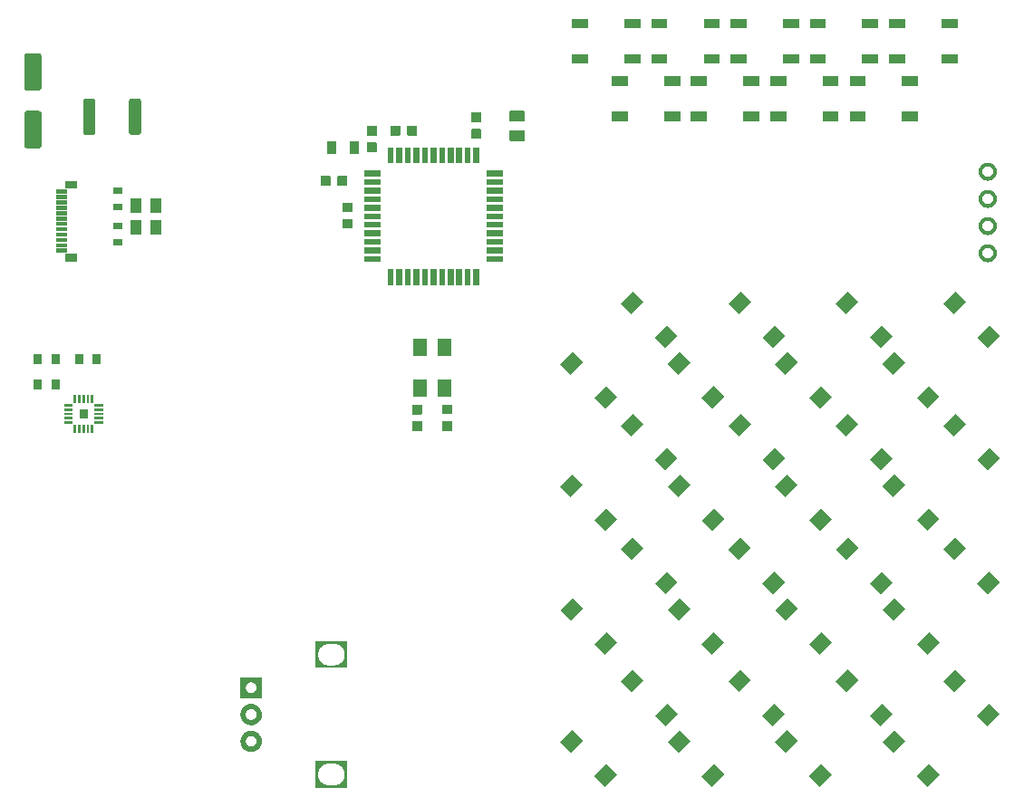
<source format=gbr>
%TF.GenerationSoftware,Flux,Pcbnew,7.0.11-7.0.11~ubuntu20.04.1*%
%TF.CreationDate,2024-08-19T17:50:01+00:00*%
%TF.ProjectId,input,696e7075-742e-46b6-9963-61645f706362,rev?*%
%TF.SameCoordinates,Original*%
%TF.FileFunction,Soldermask,Top*%
%TF.FilePolarity,Negative*%
%FSLAX46Y46*%
G04 Gerber Fmt 4.6, Leading zero omitted, Abs format (unit mm)*
G04 Filename: promicromacro*
G04 Build it with Flux! Visit our site at: https://www.flux.ai (PCBNEW 7.0.11-7.0.11~ubuntu20.04.1) date 2024-08-19 17:50:01*
%MOMM*%
%LPD*%
G01*
G04 APERTURE LIST*
G04 APERTURE END LIST*
%TO.C,*%
G36*
X22111631Y-10685009D02*
G01*
X20980261Y-11816380D01*
X19990311Y-10826430D01*
X21121682Y-9695059D01*
X22111631Y-10685009D01*
G37*
G36*
X18929645Y-7503034D02*
G01*
X17798274Y-8634405D01*
X16808325Y-7644456D01*
X17939696Y-6513085D01*
X18929645Y-7503034D01*
G37*
G36*
X27768475Y-5028144D02*
G01*
X26637104Y-6159515D01*
X25647155Y-5169566D01*
X26778526Y-4038195D01*
X27768475Y-5028144D01*
G37*
G36*
X24586489Y-1846170D02*
G01*
X23455118Y-2977541D01*
X22465169Y-1987591D01*
X23596539Y-856220D01*
X24586489Y-1846170D01*
G37*
G36*
X-10425840Y24486348D02*
G01*
X-10421204Y24485891D01*
X-10416607Y24485132D01*
X-10412069Y24484074D01*
X-10407611Y24482721D01*
X-10403250Y24481080D01*
X-10399006Y24479157D01*
X-10394897Y24476961D01*
X-10390941Y24474501D01*
X-10387153Y24471787D01*
X-10383552Y24468831D01*
X-10380151Y24465646D01*
X-10376966Y24462245D01*
X-10374010Y24458644D01*
X-10371297Y24454857D01*
X-10368836Y24450900D01*
X-10366640Y24446791D01*
X-10364717Y24442547D01*
X-10363076Y24438186D01*
X-10361723Y24433728D01*
X-10360665Y24429190D01*
X-10359906Y24424593D01*
X-10359450Y24419957D01*
X-10359297Y24415300D01*
X-10359297Y23657700D01*
X-10359450Y23653043D01*
X-10359906Y23648407D01*
X-10360665Y23643810D01*
X-10361723Y23639272D01*
X-10363076Y23634814D01*
X-10364717Y23630453D01*
X-10366640Y23626209D01*
X-10368836Y23622100D01*
X-10371297Y23618143D01*
X-10374010Y23614356D01*
X-10376966Y23610755D01*
X-10380151Y23607354D01*
X-10383552Y23604169D01*
X-10387153Y23601213D01*
X-10390941Y23598499D01*
X-10394897Y23596039D01*
X-10399006Y23593843D01*
X-10403250Y23591920D01*
X-10407611Y23590279D01*
X-10412069Y23588926D01*
X-10416607Y23587868D01*
X-10421204Y23587109D01*
X-10425840Y23586652D01*
X-10430497Y23586500D01*
X-11238097Y23586500D01*
X-11242754Y23586652D01*
X-11247391Y23587109D01*
X-11251988Y23587868D01*
X-11256525Y23588926D01*
X-11260984Y23590279D01*
X-11265344Y23591920D01*
X-11269588Y23593843D01*
X-11273697Y23596039D01*
X-11277654Y23598499D01*
X-11281441Y23601213D01*
X-11285043Y23604169D01*
X-11288443Y23607354D01*
X-11291628Y23610755D01*
X-11294584Y23614356D01*
X-11297298Y23618143D01*
X-11299758Y23622100D01*
X-11301954Y23626209D01*
X-11303877Y23630453D01*
X-11305519Y23634814D01*
X-11306871Y23639272D01*
X-11307929Y23643810D01*
X-11308688Y23648407D01*
X-11309145Y23653043D01*
X-11309297Y23657700D01*
X-11309297Y24415300D01*
X-11309145Y24419957D01*
X-11308688Y24424593D01*
X-11307929Y24429190D01*
X-11306871Y24433728D01*
X-11305519Y24438186D01*
X-11303877Y24442547D01*
X-11301954Y24446791D01*
X-11299758Y24450900D01*
X-11297298Y24454857D01*
X-11294584Y24458644D01*
X-11291628Y24462245D01*
X-11288443Y24465646D01*
X-11285043Y24468831D01*
X-11281441Y24471787D01*
X-11277654Y24474501D01*
X-11273697Y24476961D01*
X-11269588Y24479157D01*
X-11265344Y24481080D01*
X-11260984Y24482721D01*
X-11256525Y24484074D01*
X-11251988Y24485132D01*
X-11247391Y24485891D01*
X-11242754Y24486348D01*
X-11238097Y24486500D01*
X-10430497Y24486500D01*
X-10425840Y24486348D01*
G37*
G36*
X-10425846Y26036348D02*
G01*
X-10421209Y26035891D01*
X-10416612Y26035132D01*
X-10412075Y26034074D01*
X-10407616Y26032721D01*
X-10403256Y26031080D01*
X-10399012Y26029157D01*
X-10394903Y26026961D01*
X-10390946Y26024501D01*
X-10387159Y26021787D01*
X-10383557Y26018831D01*
X-10380157Y26015646D01*
X-10376972Y26012245D01*
X-10374016Y26008644D01*
X-10371302Y26004857D01*
X-10368842Y26000900D01*
X-10366646Y25996791D01*
X-10364723Y25992547D01*
X-10363081Y25988186D01*
X-10361729Y25983728D01*
X-10360671Y25979190D01*
X-10359912Y25974593D01*
X-10359455Y25969957D01*
X-10359303Y25965300D01*
X-10359303Y25207700D01*
X-10359455Y25203043D01*
X-10359912Y25198407D01*
X-10360671Y25193810D01*
X-10361729Y25189272D01*
X-10363081Y25184814D01*
X-10364723Y25180453D01*
X-10366646Y25176209D01*
X-10368842Y25172100D01*
X-10371302Y25168143D01*
X-10374016Y25164356D01*
X-10376972Y25160755D01*
X-10380157Y25157354D01*
X-10383557Y25154169D01*
X-10387159Y25151213D01*
X-10390946Y25148499D01*
X-10394903Y25146039D01*
X-10399012Y25143843D01*
X-10403256Y25141920D01*
X-10407616Y25140279D01*
X-10412075Y25138926D01*
X-10416612Y25137868D01*
X-10421209Y25137109D01*
X-10425846Y25136652D01*
X-10430503Y25136500D01*
X-11238103Y25136500D01*
X-11242760Y25136652D01*
X-11247396Y25137109D01*
X-11251993Y25137868D01*
X-11256531Y25138926D01*
X-11260989Y25140279D01*
X-11265350Y25141920D01*
X-11269594Y25143843D01*
X-11273703Y25146039D01*
X-11277659Y25148499D01*
X-11281447Y25151213D01*
X-11285048Y25154169D01*
X-11288449Y25157354D01*
X-11291634Y25160755D01*
X-11294590Y25164356D01*
X-11297303Y25168143D01*
X-11299764Y25172100D01*
X-11301960Y25176209D01*
X-11303883Y25180453D01*
X-11305524Y25184814D01*
X-11306877Y25189272D01*
X-11307935Y25193810D01*
X-11308694Y25198407D01*
X-11309150Y25203043D01*
X-11309303Y25207700D01*
X-11309303Y25965300D01*
X-11309150Y25969957D01*
X-11308694Y25974593D01*
X-11307935Y25979190D01*
X-11306877Y25983728D01*
X-11305524Y25988186D01*
X-11303883Y25992547D01*
X-11301960Y25996791D01*
X-11299764Y26000900D01*
X-11297303Y26004857D01*
X-11294590Y26008644D01*
X-11291634Y26012245D01*
X-11288449Y26015646D01*
X-11285048Y26018831D01*
X-11281447Y26021787D01*
X-11277659Y26024501D01*
X-11273703Y26026961D01*
X-11269594Y26029157D01*
X-11265350Y26031080D01*
X-11260989Y26032721D01*
X-11256531Y26034074D01*
X-11251993Y26035132D01*
X-11247396Y26035891D01*
X-11242760Y26036348D01*
X-11238103Y26036500D01*
X-10430503Y26036500D01*
X-10425846Y26036348D01*
G37*
G36*
X38987196Y31848407D02*
G01*
X37487196Y31848407D01*
X37487196Y32748407D01*
X38987196Y32748407D01*
X38987196Y31848407D01*
G37*
G36*
X38987204Y35148407D02*
G01*
X37487204Y35148407D01*
X37487204Y36048407D01*
X38987204Y36048407D01*
X38987204Y35148407D01*
G37*
G36*
X43887204Y35148393D02*
G01*
X42387204Y35148393D01*
X42387204Y36048393D01*
X43887204Y36048393D01*
X43887204Y35148393D01*
G37*
G36*
X43887196Y31848393D02*
G01*
X42387196Y31848393D01*
X42387196Y32748393D01*
X43887196Y32748393D01*
X43887196Y31848393D01*
G37*
G36*
X-37650700Y-2677000D02*
G01*
X-37879300Y-2677000D01*
X-37879300Y-1889600D01*
X-37650700Y-1889600D01*
X-37650700Y-2677000D01*
G37*
G36*
X-38050700Y-2677000D02*
G01*
X-38279300Y-2677000D01*
X-38279300Y-1889600D01*
X-38050700Y-1889600D01*
X-38050700Y-2677000D01*
G37*
G36*
X-35961600Y-987900D02*
G01*
X-36749000Y-987900D01*
X-36749000Y-759300D01*
X-35961600Y-759300D01*
X-35961600Y-987900D01*
G37*
G36*
X-38781000Y-1787900D02*
G01*
X-39568400Y-1787900D01*
X-39568400Y-1559300D01*
X-38781000Y-1559300D01*
X-38781000Y-1787900D01*
G37*
G36*
X-38450700Y142400D02*
G01*
X-38679300Y142400D01*
X-38679300Y929800D01*
X-38450700Y929800D01*
X-38450700Y142400D01*
G37*
G36*
X-38781000Y-187900D02*
G01*
X-39568400Y-187900D01*
X-39568400Y40700D01*
X-38781000Y40700D01*
X-38781000Y-187900D01*
G37*
G36*
X-38781000Y-587900D02*
G01*
X-39568400Y-587900D01*
X-39568400Y-359300D01*
X-38781000Y-359300D01*
X-38781000Y-587900D01*
G37*
G36*
X-38781000Y-987900D02*
G01*
X-39568400Y-987900D01*
X-39568400Y-759300D01*
X-38781000Y-759300D01*
X-38781000Y-987900D01*
G37*
G36*
X-35961600Y-1787900D02*
G01*
X-36749000Y-1787900D01*
X-36749000Y-1559300D01*
X-35961600Y-1559300D01*
X-35961600Y-1787900D01*
G37*
G36*
X-38781000Y-1387900D02*
G01*
X-39568400Y-1387900D01*
X-39568400Y-1159300D01*
X-38781000Y-1159300D01*
X-38781000Y-1387900D01*
G37*
G36*
X-37650700Y142400D02*
G01*
X-37879300Y142400D01*
X-37879300Y929800D01*
X-37650700Y929800D01*
X-37650700Y142400D01*
G37*
G36*
X-35961600Y-1387900D02*
G01*
X-36749000Y-1387900D01*
X-36749000Y-1159300D01*
X-35961600Y-1159300D01*
X-35961600Y-1387900D01*
G37*
G36*
X-38450700Y-2677000D02*
G01*
X-38679300Y-2677000D01*
X-38679300Y-1889600D01*
X-38450700Y-1889600D01*
X-38450700Y-2677000D01*
G37*
G36*
X-37250700Y142400D02*
G01*
X-37479300Y142400D01*
X-37479300Y929800D01*
X-37250700Y929800D01*
X-37250700Y142400D01*
G37*
G36*
X-37371300Y-1267300D02*
G01*
X-38158700Y-1267300D01*
X-38158700Y-479900D01*
X-37371300Y-479900D01*
X-37371300Y-1267300D01*
G37*
G36*
X-37250700Y-2677000D02*
G01*
X-37479300Y-2677000D01*
X-37479300Y-1889600D01*
X-37250700Y-1889600D01*
X-37250700Y-2677000D01*
G37*
G36*
X-35961600Y-587900D02*
G01*
X-36749000Y-587900D01*
X-36749000Y-359300D01*
X-35961600Y-359300D01*
X-35961600Y-587900D01*
G37*
G36*
X-38050700Y142400D02*
G01*
X-38279300Y142400D01*
X-38279300Y929800D01*
X-38050700Y929800D01*
X-38050700Y142400D01*
G37*
G36*
X-36850700Y142400D02*
G01*
X-37079300Y142400D01*
X-37079300Y929800D01*
X-36850700Y929800D01*
X-36850700Y142400D01*
G37*
G36*
X-35961600Y-187900D02*
G01*
X-36749000Y-187900D01*
X-36749000Y40700D01*
X-35961600Y40700D01*
X-35961600Y-187900D01*
G37*
G36*
X-36850700Y-2677000D02*
G01*
X-37079300Y-2677000D01*
X-37079300Y-1889600D01*
X-36850700Y-1889600D01*
X-36850700Y-2677000D01*
G37*
G36*
X-676740Y25749648D02*
G01*
X-672104Y25749191D01*
X-667507Y25748432D01*
X-662969Y25747374D01*
X-658511Y25746021D01*
X-654150Y25744380D01*
X-649906Y25742457D01*
X-645797Y25740261D01*
X-641841Y25737801D01*
X-638053Y25735087D01*
X-634452Y25732131D01*
X-631051Y25728946D01*
X-627866Y25725545D01*
X-624910Y25721944D01*
X-622197Y25718157D01*
X-619736Y25714200D01*
X-617540Y25710091D01*
X-615617Y25705847D01*
X-613976Y25701486D01*
X-612623Y25697028D01*
X-611565Y25692490D01*
X-610806Y25687893D01*
X-610350Y25683257D01*
X-610197Y25678600D01*
X-610197Y24921000D01*
X-610350Y24916343D01*
X-610806Y24911707D01*
X-611565Y24907110D01*
X-612623Y24902572D01*
X-613976Y24898114D01*
X-615617Y24893753D01*
X-617540Y24889509D01*
X-619736Y24885400D01*
X-622197Y24881443D01*
X-624910Y24877656D01*
X-627866Y24874055D01*
X-631051Y24870654D01*
X-634452Y24867469D01*
X-638053Y24864513D01*
X-641841Y24861799D01*
X-645797Y24859339D01*
X-649906Y24857143D01*
X-654150Y24855220D01*
X-658511Y24853579D01*
X-662969Y24852226D01*
X-667507Y24851168D01*
X-672104Y24850409D01*
X-676740Y24849952D01*
X-681397Y24849800D01*
X-1488997Y24849800D01*
X-1493654Y24849952D01*
X-1498291Y24850409D01*
X-1502888Y24851168D01*
X-1507425Y24852226D01*
X-1511884Y24853579D01*
X-1516244Y24855220D01*
X-1520488Y24857143D01*
X-1524597Y24859339D01*
X-1528554Y24861799D01*
X-1532341Y24864513D01*
X-1535943Y24867469D01*
X-1539343Y24870654D01*
X-1542528Y24874055D01*
X-1545484Y24877656D01*
X-1548198Y24881443D01*
X-1550658Y24885400D01*
X-1552854Y24889509D01*
X-1554777Y24893753D01*
X-1556419Y24898114D01*
X-1557771Y24902572D01*
X-1558829Y24907110D01*
X-1559588Y24911707D01*
X-1560045Y24916343D01*
X-1560197Y24921000D01*
X-1560197Y25678600D01*
X-1560045Y25683257D01*
X-1559588Y25687893D01*
X-1558829Y25692490D01*
X-1557771Y25697028D01*
X-1556419Y25701486D01*
X-1554777Y25705847D01*
X-1552854Y25710091D01*
X-1550658Y25714200D01*
X-1548198Y25718157D01*
X-1545484Y25721944D01*
X-1542528Y25725545D01*
X-1539343Y25728946D01*
X-1535943Y25732131D01*
X-1532341Y25735087D01*
X-1528554Y25737801D01*
X-1524597Y25740261D01*
X-1520488Y25742457D01*
X-1516244Y25744380D01*
X-1511884Y25746021D01*
X-1507425Y25747374D01*
X-1502888Y25748432D01*
X-1498291Y25749191D01*
X-1493654Y25749648D01*
X-1488997Y25749800D01*
X-681397Y25749800D01*
X-676740Y25749648D01*
G37*
G36*
X-676746Y27299648D02*
G01*
X-672109Y27299191D01*
X-667512Y27298432D01*
X-662975Y27297374D01*
X-658516Y27296021D01*
X-654156Y27294380D01*
X-649912Y27292457D01*
X-645803Y27290261D01*
X-641846Y27287801D01*
X-638059Y27285087D01*
X-634457Y27282131D01*
X-631057Y27278946D01*
X-627872Y27275545D01*
X-624916Y27271944D01*
X-622202Y27268157D01*
X-619742Y27264200D01*
X-617546Y27260091D01*
X-615623Y27255847D01*
X-613981Y27251486D01*
X-612629Y27247028D01*
X-611571Y27242490D01*
X-610812Y27237893D01*
X-610355Y27233257D01*
X-610203Y27228600D01*
X-610203Y26471000D01*
X-610355Y26466343D01*
X-610812Y26461707D01*
X-611571Y26457110D01*
X-612629Y26452572D01*
X-613981Y26448114D01*
X-615623Y26443753D01*
X-617546Y26439509D01*
X-619742Y26435400D01*
X-622202Y26431443D01*
X-624916Y26427656D01*
X-627872Y26424055D01*
X-631057Y26420654D01*
X-634457Y26417469D01*
X-638059Y26414513D01*
X-641846Y26411799D01*
X-645803Y26409339D01*
X-649912Y26407143D01*
X-654156Y26405220D01*
X-658516Y26403579D01*
X-662975Y26402226D01*
X-667512Y26401168D01*
X-672109Y26400409D01*
X-676746Y26399952D01*
X-681403Y26399800D01*
X-1489003Y26399800D01*
X-1493660Y26399952D01*
X-1498296Y26400409D01*
X-1502893Y26401168D01*
X-1507431Y26402226D01*
X-1511889Y26403579D01*
X-1516250Y26405220D01*
X-1520494Y26407143D01*
X-1524603Y26409339D01*
X-1528559Y26411799D01*
X-1532347Y26414513D01*
X-1535948Y26417469D01*
X-1539349Y26420654D01*
X-1542534Y26424055D01*
X-1545490Y26427656D01*
X-1548203Y26431443D01*
X-1550664Y26435400D01*
X-1552860Y26439509D01*
X-1554783Y26443753D01*
X-1556424Y26448114D01*
X-1557777Y26452572D01*
X-1558835Y26457110D01*
X-1559594Y26461707D01*
X-1560050Y26466343D01*
X-1560203Y26471000D01*
X-1560203Y27228600D01*
X-1560050Y27233257D01*
X-1559594Y27237893D01*
X-1558835Y27242490D01*
X-1557777Y27247028D01*
X-1556424Y27251486D01*
X-1554783Y27255847D01*
X-1552860Y27260091D01*
X-1550664Y27264200D01*
X-1548203Y27268157D01*
X-1545490Y27271944D01*
X-1542534Y27275545D01*
X-1539349Y27278946D01*
X-1535948Y27282131D01*
X-1532347Y27285087D01*
X-1528559Y27287801D01*
X-1524603Y27290261D01*
X-1520494Y27292457D01*
X-1516250Y27294380D01*
X-1511889Y27296021D01*
X-1507431Y27297374D01*
X-1502893Y27298432D01*
X-1498296Y27299191D01*
X-1493660Y27299648D01*
X-1489003Y27299800D01*
X-681403Y27299800D01*
X-676746Y27299648D01*
G37*
G36*
X-5680493Y715496D02*
G01*
X-6980493Y715496D01*
X-6980493Y2315496D01*
X-5680493Y2315496D01*
X-5680493Y715496D01*
G37*
G36*
X-3380493Y715504D02*
G01*
X-4680493Y715504D01*
X-4680493Y2315504D01*
X-3380493Y2315504D01*
X-3380493Y715504D01*
G37*
G36*
X-5680507Y4515496D02*
G01*
X-6980507Y4515496D01*
X-6980507Y6115496D01*
X-5680507Y6115496D01*
X-5680507Y4515496D01*
G37*
G36*
X-3380507Y4515504D02*
G01*
X-4680507Y4515504D01*
X-4680507Y6115504D01*
X-3380507Y6115504D01*
X-3380507Y4515504D01*
G37*
G36*
X32152131Y-34587209D02*
G01*
X31020761Y-35718580D01*
X30030811Y-34728630D01*
X31162182Y-33597259D01*
X32152131Y-34587209D01*
G37*
G36*
X28970145Y-31405234D02*
G01*
X27838774Y-32536605D01*
X26848825Y-31546656D01*
X27980196Y-30415285D01*
X28970145Y-31405234D01*
G37*
G36*
X37808975Y-28930344D02*
G01*
X36677604Y-30061715D01*
X35687655Y-29071766D01*
X36819026Y-27940395D01*
X37808975Y-28930344D01*
G37*
G36*
X34626989Y-25748370D02*
G01*
X33495618Y-26879741D01*
X32505669Y-25889791D01*
X33637039Y-24758420D01*
X34626989Y-25748370D01*
G37*
G36*
X12071031Y750891D02*
G01*
X10939661Y-380480D01*
X9949711Y609470D01*
X11081082Y1740841D01*
X12071031Y750891D01*
G37*
G36*
X8889045Y3932866D02*
G01*
X7757674Y2801495D01*
X6767725Y3791444D01*
X7899096Y4922815D01*
X8889045Y3932866D01*
G37*
G36*
X17727875Y6407756D02*
G01*
X16596504Y5276385D01*
X15606555Y6266334D01*
X16737926Y7397705D01*
X17727875Y6407756D01*
G37*
G36*
X14545889Y9589730D02*
G01*
X13414518Y8458359D01*
X12424569Y9448309D01*
X13555939Y10579680D01*
X14545889Y9589730D01*
G37*
G36*
X-6209940Y-1573752D02*
G01*
X-6205304Y-1574209D01*
X-6200707Y-1574968D01*
X-6196169Y-1576026D01*
X-6191711Y-1577379D01*
X-6187350Y-1579020D01*
X-6183106Y-1580943D01*
X-6178997Y-1583139D01*
X-6175041Y-1585599D01*
X-6171253Y-1588313D01*
X-6167652Y-1591269D01*
X-6164251Y-1594454D01*
X-6161066Y-1597855D01*
X-6158110Y-1601456D01*
X-6155397Y-1605243D01*
X-6152936Y-1609200D01*
X-6150740Y-1613309D01*
X-6148817Y-1617553D01*
X-6147176Y-1621914D01*
X-6145823Y-1626372D01*
X-6144765Y-1630910D01*
X-6144006Y-1635507D01*
X-6143550Y-1640143D01*
X-6143397Y-1644800D01*
X-6143397Y-2402400D01*
X-6143550Y-2407057D01*
X-6144006Y-2411693D01*
X-6144765Y-2416290D01*
X-6145823Y-2420828D01*
X-6147176Y-2425286D01*
X-6148817Y-2429647D01*
X-6150740Y-2433891D01*
X-6152936Y-2438000D01*
X-6155397Y-2441957D01*
X-6158110Y-2445744D01*
X-6161066Y-2449345D01*
X-6164251Y-2452746D01*
X-6167652Y-2455931D01*
X-6171253Y-2458887D01*
X-6175041Y-2461601D01*
X-6178997Y-2464061D01*
X-6183106Y-2466257D01*
X-6187350Y-2468180D01*
X-6191711Y-2469821D01*
X-6196169Y-2471174D01*
X-6200707Y-2472232D01*
X-6205304Y-2472991D01*
X-6209940Y-2473448D01*
X-6214597Y-2473600D01*
X-7022197Y-2473600D01*
X-7026854Y-2473448D01*
X-7031491Y-2472991D01*
X-7036088Y-2472232D01*
X-7040625Y-2471174D01*
X-7045084Y-2469821D01*
X-7049444Y-2468180D01*
X-7053688Y-2466257D01*
X-7057797Y-2464061D01*
X-7061754Y-2461601D01*
X-7065541Y-2458887D01*
X-7069143Y-2455931D01*
X-7072543Y-2452746D01*
X-7075728Y-2449345D01*
X-7078684Y-2445744D01*
X-7081398Y-2441957D01*
X-7083858Y-2438000D01*
X-7086054Y-2433891D01*
X-7087977Y-2429647D01*
X-7089619Y-2425286D01*
X-7090971Y-2420828D01*
X-7092029Y-2416290D01*
X-7092788Y-2411693D01*
X-7093245Y-2407057D01*
X-7093397Y-2402400D01*
X-7093397Y-1644800D01*
X-7093245Y-1640143D01*
X-7092788Y-1635507D01*
X-7092029Y-1630910D01*
X-7090971Y-1626372D01*
X-7089619Y-1621914D01*
X-7087977Y-1617553D01*
X-7086054Y-1613309D01*
X-7083858Y-1609200D01*
X-7081398Y-1605243D01*
X-7078684Y-1601456D01*
X-7075728Y-1597855D01*
X-7072543Y-1594454D01*
X-7069143Y-1591269D01*
X-7065541Y-1588313D01*
X-7061754Y-1585599D01*
X-7057797Y-1583139D01*
X-7053688Y-1580943D01*
X-7049444Y-1579020D01*
X-7045084Y-1577379D01*
X-7040625Y-1576026D01*
X-7036088Y-1574968D01*
X-7031491Y-1574209D01*
X-7026854Y-1573752D01*
X-7022197Y-1573600D01*
X-6214597Y-1573600D01*
X-6209940Y-1573752D01*
G37*
G36*
X-6209946Y-23752D02*
G01*
X-6205309Y-24209D01*
X-6200712Y-24968D01*
X-6196175Y-26026D01*
X-6191716Y-27379D01*
X-6187356Y-29020D01*
X-6183112Y-30943D01*
X-6179003Y-33139D01*
X-6175046Y-35599D01*
X-6171259Y-38313D01*
X-6167657Y-41269D01*
X-6164257Y-44454D01*
X-6161072Y-47855D01*
X-6158116Y-51456D01*
X-6155402Y-55243D01*
X-6152942Y-59200D01*
X-6150746Y-63309D01*
X-6148823Y-67553D01*
X-6147181Y-71914D01*
X-6145829Y-76372D01*
X-6144771Y-80910D01*
X-6144012Y-85507D01*
X-6143555Y-90143D01*
X-6143403Y-94800D01*
X-6143403Y-852400D01*
X-6143555Y-857057D01*
X-6144012Y-861693D01*
X-6144771Y-866290D01*
X-6145829Y-870828D01*
X-6147181Y-875286D01*
X-6148823Y-879647D01*
X-6150746Y-883891D01*
X-6152942Y-888000D01*
X-6155402Y-891957D01*
X-6158116Y-895744D01*
X-6161072Y-899345D01*
X-6164257Y-902746D01*
X-6167657Y-905931D01*
X-6171259Y-908887D01*
X-6175046Y-911601D01*
X-6179003Y-914061D01*
X-6183112Y-916257D01*
X-6187356Y-918180D01*
X-6191716Y-919821D01*
X-6196175Y-921174D01*
X-6200712Y-922232D01*
X-6205309Y-922991D01*
X-6209946Y-923448D01*
X-6214603Y-923600D01*
X-7022203Y-923600D01*
X-7026860Y-923448D01*
X-7031496Y-922991D01*
X-7036093Y-922232D01*
X-7040631Y-921174D01*
X-7045089Y-919821D01*
X-7049450Y-918180D01*
X-7053694Y-916257D01*
X-7057803Y-914061D01*
X-7061759Y-911601D01*
X-7065547Y-908887D01*
X-7069148Y-905931D01*
X-7072549Y-902746D01*
X-7075734Y-899345D01*
X-7078690Y-895744D01*
X-7081403Y-891957D01*
X-7083864Y-888000D01*
X-7086060Y-883891D01*
X-7087983Y-879647D01*
X-7089624Y-875286D01*
X-7090977Y-870828D01*
X-7092035Y-866290D01*
X-7092794Y-861693D01*
X-7093250Y-857057D01*
X-7093403Y-852400D01*
X-7093403Y-94800D01*
X-7093250Y-90143D01*
X-7092794Y-85507D01*
X-7092035Y-80910D01*
X-7090977Y-76372D01*
X-7089624Y-71914D01*
X-7087983Y-67553D01*
X-7086060Y-63309D01*
X-7083864Y-59200D01*
X-7081403Y-55243D01*
X-7078690Y-51456D01*
X-7075734Y-47855D01*
X-7072549Y-44454D01*
X-7069148Y-41269D01*
X-7065547Y-38313D01*
X-7061759Y-35599D01*
X-7057803Y-33139D01*
X-7053694Y-30943D01*
X-7049450Y-29020D01*
X-7045089Y-27379D01*
X-7040631Y-26026D01*
X-7036093Y-24968D01*
X-7031496Y-24209D01*
X-7026860Y-23752D01*
X-7022203Y-23600D01*
X-6214603Y-23600D01*
X-6209946Y-23752D01*
G37*
G36*
X-34131697Y14901000D02*
G01*
X-35031697Y14901000D01*
X-35031697Y15501000D01*
X-34131697Y15501000D01*
X-34131697Y14901000D01*
G37*
G36*
X-34131703Y16401000D02*
G01*
X-35031703Y16401000D01*
X-35031703Y17001000D01*
X-34131703Y17001000D01*
X-34131703Y16401000D01*
G37*
G36*
X-3368040Y-1566352D02*
G01*
X-3363404Y-1566809D01*
X-3358807Y-1567568D01*
X-3354269Y-1568626D01*
X-3349811Y-1569979D01*
X-3345450Y-1571620D01*
X-3341206Y-1573543D01*
X-3337097Y-1575739D01*
X-3333141Y-1578199D01*
X-3329353Y-1580913D01*
X-3325752Y-1583869D01*
X-3322351Y-1587054D01*
X-3319166Y-1590455D01*
X-3316210Y-1594056D01*
X-3313497Y-1597843D01*
X-3311036Y-1601800D01*
X-3308840Y-1605909D01*
X-3306917Y-1610153D01*
X-3305276Y-1614514D01*
X-3303923Y-1618972D01*
X-3302865Y-1623510D01*
X-3302106Y-1628107D01*
X-3301650Y-1632743D01*
X-3301497Y-1637400D01*
X-3301497Y-2395000D01*
X-3301650Y-2399657D01*
X-3302106Y-2404293D01*
X-3302865Y-2408890D01*
X-3303923Y-2413428D01*
X-3305276Y-2417886D01*
X-3306917Y-2422247D01*
X-3308840Y-2426491D01*
X-3311036Y-2430600D01*
X-3313497Y-2434557D01*
X-3316210Y-2438344D01*
X-3319166Y-2441945D01*
X-3322351Y-2445346D01*
X-3325752Y-2448531D01*
X-3329353Y-2451487D01*
X-3333141Y-2454201D01*
X-3337097Y-2456661D01*
X-3341206Y-2458857D01*
X-3345450Y-2460780D01*
X-3349811Y-2462421D01*
X-3354269Y-2463774D01*
X-3358807Y-2464832D01*
X-3363404Y-2465591D01*
X-3368040Y-2466048D01*
X-3372697Y-2466200D01*
X-4180297Y-2466200D01*
X-4184954Y-2466048D01*
X-4189591Y-2465591D01*
X-4194188Y-2464832D01*
X-4198725Y-2463774D01*
X-4203184Y-2462421D01*
X-4207544Y-2460780D01*
X-4211788Y-2458857D01*
X-4215897Y-2456661D01*
X-4219854Y-2454201D01*
X-4223641Y-2451487D01*
X-4227243Y-2448531D01*
X-4230643Y-2445346D01*
X-4233828Y-2441945D01*
X-4236784Y-2438344D01*
X-4239498Y-2434557D01*
X-4241958Y-2430600D01*
X-4244154Y-2426491D01*
X-4246077Y-2422247D01*
X-4247719Y-2417886D01*
X-4249071Y-2413428D01*
X-4250129Y-2408890D01*
X-4250888Y-2404293D01*
X-4251345Y-2399657D01*
X-4251497Y-2395000D01*
X-4251497Y-1637400D01*
X-4251345Y-1632743D01*
X-4250888Y-1628107D01*
X-4250129Y-1623510D01*
X-4249071Y-1618972D01*
X-4247719Y-1614514D01*
X-4246077Y-1610153D01*
X-4244154Y-1605909D01*
X-4241958Y-1601800D01*
X-4239498Y-1597843D01*
X-4236784Y-1594056D01*
X-4233828Y-1590455D01*
X-4230643Y-1587054D01*
X-4227243Y-1583869D01*
X-4223641Y-1580913D01*
X-4219854Y-1578199D01*
X-4215897Y-1575739D01*
X-4211788Y-1573543D01*
X-4207544Y-1571620D01*
X-4203184Y-1569979D01*
X-4198725Y-1568626D01*
X-4194188Y-1567568D01*
X-4189591Y-1566809D01*
X-4184954Y-1566352D01*
X-4180297Y-1566200D01*
X-3372697Y-1566200D01*
X-3368040Y-1566352D01*
G37*
G36*
X-3368046Y-16352D02*
G01*
X-3363409Y-16809D01*
X-3358812Y-17568D01*
X-3354275Y-18626D01*
X-3349816Y-19979D01*
X-3345456Y-21620D01*
X-3341212Y-23543D01*
X-3337103Y-25739D01*
X-3333146Y-28199D01*
X-3329359Y-30913D01*
X-3325757Y-33869D01*
X-3322357Y-37054D01*
X-3319172Y-40455D01*
X-3316216Y-44056D01*
X-3313502Y-47843D01*
X-3311042Y-51800D01*
X-3308846Y-55909D01*
X-3306923Y-60153D01*
X-3305281Y-64514D01*
X-3303929Y-68972D01*
X-3302871Y-73510D01*
X-3302112Y-78107D01*
X-3301655Y-82743D01*
X-3301503Y-87400D01*
X-3301503Y-845000D01*
X-3301655Y-849657D01*
X-3302112Y-854293D01*
X-3302871Y-858890D01*
X-3303929Y-863428D01*
X-3305281Y-867886D01*
X-3306923Y-872247D01*
X-3308846Y-876491D01*
X-3311042Y-880600D01*
X-3313502Y-884557D01*
X-3316216Y-888344D01*
X-3319172Y-891945D01*
X-3322357Y-895346D01*
X-3325757Y-898531D01*
X-3329359Y-901487D01*
X-3333146Y-904201D01*
X-3337103Y-906661D01*
X-3341212Y-908857D01*
X-3345456Y-910780D01*
X-3349816Y-912421D01*
X-3354275Y-913774D01*
X-3358812Y-914832D01*
X-3363409Y-915591D01*
X-3368046Y-916048D01*
X-3372703Y-916200D01*
X-4180303Y-916200D01*
X-4184960Y-916048D01*
X-4189596Y-915591D01*
X-4194193Y-914832D01*
X-4198731Y-913774D01*
X-4203189Y-912421D01*
X-4207550Y-910780D01*
X-4211794Y-908857D01*
X-4215903Y-906661D01*
X-4219859Y-904201D01*
X-4223647Y-901487D01*
X-4227248Y-898531D01*
X-4230649Y-895346D01*
X-4233834Y-891945D01*
X-4236790Y-888344D01*
X-4239503Y-884557D01*
X-4241964Y-880600D01*
X-4244160Y-876491D01*
X-4246083Y-872247D01*
X-4247724Y-867886D01*
X-4249077Y-863428D01*
X-4250135Y-858890D01*
X-4250894Y-854293D01*
X-4251350Y-849657D01*
X-4251503Y-845000D01*
X-4251503Y-87400D01*
X-4251350Y-82743D01*
X-4250894Y-78107D01*
X-4250135Y-73510D01*
X-4249077Y-68972D01*
X-4247724Y-64514D01*
X-4246083Y-60153D01*
X-4244160Y-55909D01*
X-4241964Y-51800D01*
X-4239503Y-47843D01*
X-4236790Y-44056D01*
X-4233834Y-40455D01*
X-4230649Y-37054D01*
X-4227248Y-33869D01*
X-4223647Y-30913D01*
X-4219859Y-28199D01*
X-4215903Y-25739D01*
X-4211794Y-23543D01*
X-4207550Y-21620D01*
X-4203189Y-19979D01*
X-4198731Y-18626D01*
X-4194193Y-17568D01*
X-4189596Y-16809D01*
X-4184960Y-16352D01*
X-4180303Y-16200D01*
X-3372703Y-16200D01*
X-3368046Y-16352D01*
G37*
G36*
X35301496Y26496707D02*
G01*
X33801496Y26496707D01*
X33801496Y27396707D01*
X35301496Y27396707D01*
X35301496Y26496707D01*
G37*
G36*
X35301504Y29796707D02*
G01*
X33801504Y29796707D01*
X33801504Y30696707D01*
X35301504Y30696707D01*
X35301504Y29796707D01*
G37*
G36*
X40201504Y29796693D02*
G01*
X38701504Y29796693D01*
X38701504Y30696693D01*
X40201504Y30696693D01*
X40201504Y29796693D01*
G37*
G36*
X40201496Y26496693D02*
G01*
X38701496Y26496693D01*
X38701496Y27396693D01*
X40201496Y27396693D01*
X40201496Y26496693D01*
G37*
G36*
X-21112200Y-25475900D02*
G01*
X-21112200Y-27475900D01*
X-23112200Y-27475900D01*
X-23112200Y-26488171D01*
X-22612049Y-26488171D01*
X-22610845Y-26512682D01*
X-22608440Y-26537105D01*
X-22604839Y-26561381D01*
X-22600051Y-26585451D01*
X-22594088Y-26609256D01*
X-22586964Y-26632741D01*
X-22578696Y-26655848D01*
X-22569305Y-26678521D01*
X-22558812Y-26700706D01*
X-22547243Y-26722349D01*
X-22534627Y-26743399D01*
X-22520992Y-26763804D01*
X-22506373Y-26783516D01*
X-22490804Y-26802486D01*
X-22474324Y-26820670D01*
X-22456970Y-26838024D01*
X-22438786Y-26854504D01*
X-22419816Y-26870073D01*
X-22400104Y-26884692D01*
X-22379699Y-26898327D01*
X-22358649Y-26910943D01*
X-22337006Y-26922512D01*
X-22314821Y-26933005D01*
X-22292148Y-26942396D01*
X-22269041Y-26950664D01*
X-22245556Y-26957788D01*
X-22221751Y-26963751D01*
X-22197681Y-26968539D01*
X-22173405Y-26972140D01*
X-22148982Y-26974545D01*
X-22124471Y-26975749D01*
X-22099929Y-26975749D01*
X-22075418Y-26974545D01*
X-22050995Y-26972140D01*
X-22026719Y-26968539D01*
X-22002649Y-26963751D01*
X-21978844Y-26957788D01*
X-21955359Y-26950664D01*
X-21932252Y-26942396D01*
X-21909579Y-26933005D01*
X-21887394Y-26922512D01*
X-21865751Y-26910943D01*
X-21844701Y-26898327D01*
X-21824296Y-26884692D01*
X-21804584Y-26870073D01*
X-21785614Y-26854504D01*
X-21767430Y-26838024D01*
X-21750076Y-26820670D01*
X-21733596Y-26802486D01*
X-21718027Y-26783516D01*
X-21703408Y-26763804D01*
X-21689773Y-26743399D01*
X-21677157Y-26722349D01*
X-21665588Y-26700706D01*
X-21655095Y-26678521D01*
X-21645704Y-26655848D01*
X-21637436Y-26632741D01*
X-21630312Y-26609256D01*
X-21624349Y-26585451D01*
X-21619561Y-26561381D01*
X-21615960Y-26537105D01*
X-21613555Y-26512682D01*
X-21612351Y-26488171D01*
X-21612351Y-26463629D01*
X-21613555Y-26439118D01*
X-21615960Y-26414695D01*
X-21619561Y-26390419D01*
X-21624349Y-26366349D01*
X-21630312Y-26342544D01*
X-21637436Y-26319059D01*
X-21645704Y-26295952D01*
X-21655095Y-26273279D01*
X-21665588Y-26251094D01*
X-21677157Y-26229451D01*
X-21689773Y-26208401D01*
X-21703408Y-26187996D01*
X-21718027Y-26168284D01*
X-21733596Y-26149314D01*
X-21750076Y-26131130D01*
X-21767430Y-26113776D01*
X-21785614Y-26097296D01*
X-21804584Y-26081727D01*
X-21824296Y-26067108D01*
X-21844701Y-26053473D01*
X-21865751Y-26040857D01*
X-21887394Y-26029288D01*
X-21909579Y-26018795D01*
X-21932252Y-26009404D01*
X-21955359Y-26001136D01*
X-21978844Y-25994012D01*
X-22002649Y-25988049D01*
X-22026719Y-25983261D01*
X-22050995Y-25979660D01*
X-22075418Y-25977255D01*
X-22099929Y-25976051D01*
X-22124471Y-25976051D01*
X-22148982Y-25977255D01*
X-22173405Y-25979660D01*
X-22197681Y-25983261D01*
X-22221751Y-25988049D01*
X-22245556Y-25994012D01*
X-22269041Y-26001136D01*
X-22292148Y-26009404D01*
X-22314821Y-26018795D01*
X-22337006Y-26029288D01*
X-22358649Y-26040857D01*
X-22379699Y-26053473D01*
X-22400104Y-26067108D01*
X-22419816Y-26081727D01*
X-22438786Y-26097296D01*
X-22456970Y-26113776D01*
X-22474324Y-26131130D01*
X-22490804Y-26149314D01*
X-22506373Y-26168284D01*
X-22520992Y-26187996D01*
X-22534627Y-26208401D01*
X-22547243Y-26229451D01*
X-22558812Y-26251094D01*
X-22569305Y-26273279D01*
X-22578696Y-26295952D01*
X-22586964Y-26319059D01*
X-22594088Y-26342544D01*
X-22600051Y-26366349D01*
X-22604839Y-26390419D01*
X-22608440Y-26414695D01*
X-22610845Y-26439118D01*
X-22612049Y-26463629D01*
X-22612049Y-26488171D01*
X-23112200Y-26488171D01*
X-23112200Y-25475900D01*
X-21112200Y-25475900D01*
G37*
G36*
X-22038635Y-30478610D02*
G01*
X-21989789Y-30483420D01*
X-21941238Y-30490622D01*
X-21893099Y-30500198D01*
X-21845487Y-30512124D01*
X-21798518Y-30526372D01*
X-21752305Y-30542907D01*
X-21706959Y-30561690D01*
X-21662589Y-30582676D01*
X-21619302Y-30605813D01*
X-21577202Y-30631046D01*
X-21536392Y-30658315D01*
X-21496968Y-30687554D01*
X-21459027Y-30718691D01*
X-21422659Y-30751653D01*
X-21387953Y-30786359D01*
X-21354991Y-30822727D01*
X-21323854Y-30860668D01*
X-21294615Y-30900092D01*
X-21267346Y-30940902D01*
X-21242113Y-30983002D01*
X-21218976Y-31026289D01*
X-21197990Y-31070659D01*
X-21179207Y-31116005D01*
X-21162672Y-31162218D01*
X-21148424Y-31209187D01*
X-21136498Y-31256799D01*
X-21126922Y-31304938D01*
X-21119720Y-31353489D01*
X-21114910Y-31402335D01*
X-21112501Y-31451359D01*
X-21112501Y-31500441D01*
X-21114910Y-31549465D01*
X-21119720Y-31598311D01*
X-21126922Y-31646862D01*
X-21136498Y-31695001D01*
X-21148424Y-31742613D01*
X-21162672Y-31789582D01*
X-21179207Y-31835795D01*
X-21197990Y-31881141D01*
X-21218976Y-31925511D01*
X-21242113Y-31968798D01*
X-21267346Y-32010898D01*
X-21294615Y-32051708D01*
X-21323854Y-32091132D01*
X-21354991Y-32129073D01*
X-21387953Y-32165441D01*
X-21422659Y-32200147D01*
X-21459027Y-32233109D01*
X-21496968Y-32264246D01*
X-21536392Y-32293485D01*
X-21577202Y-32320754D01*
X-21619302Y-32345987D01*
X-21662589Y-32369124D01*
X-21706959Y-32390110D01*
X-21752305Y-32408893D01*
X-21798518Y-32425428D01*
X-21845487Y-32439676D01*
X-21893099Y-32451602D01*
X-21941238Y-32461178D01*
X-21989789Y-32468380D01*
X-22038635Y-32473190D01*
X-22087659Y-32475599D01*
X-22136741Y-32475599D01*
X-22185765Y-32473190D01*
X-22234611Y-32468380D01*
X-22283162Y-32461178D01*
X-22331301Y-32451602D01*
X-22378913Y-32439676D01*
X-22425882Y-32425428D01*
X-22472095Y-32408893D01*
X-22517441Y-32390110D01*
X-22561811Y-32369124D01*
X-22605098Y-32345987D01*
X-22647198Y-32320754D01*
X-22688008Y-32293485D01*
X-22727432Y-32264246D01*
X-22765373Y-32233109D01*
X-22801741Y-32200147D01*
X-22836447Y-32165441D01*
X-22869409Y-32129073D01*
X-22900546Y-32091132D01*
X-22929785Y-32051708D01*
X-22957054Y-32010898D01*
X-22982287Y-31968798D01*
X-23005424Y-31925511D01*
X-23026410Y-31881141D01*
X-23045193Y-31835795D01*
X-23061728Y-31789582D01*
X-23075976Y-31742613D01*
X-23087902Y-31695001D01*
X-23097478Y-31646862D01*
X-23104680Y-31598311D01*
X-23109490Y-31549465D01*
X-23111899Y-31500441D01*
X-23111899Y-31488171D01*
X-22612049Y-31488171D01*
X-22610845Y-31512682D01*
X-22608440Y-31537105D01*
X-22604839Y-31561381D01*
X-22600051Y-31585451D01*
X-22594088Y-31609256D01*
X-22586964Y-31632741D01*
X-22578696Y-31655848D01*
X-22569305Y-31678521D01*
X-22558812Y-31700706D01*
X-22547243Y-31722349D01*
X-22534627Y-31743399D01*
X-22520992Y-31763804D01*
X-22506373Y-31783516D01*
X-22490804Y-31802486D01*
X-22474324Y-31820670D01*
X-22456970Y-31838024D01*
X-22438786Y-31854504D01*
X-22419816Y-31870073D01*
X-22400104Y-31884692D01*
X-22379699Y-31898327D01*
X-22358649Y-31910943D01*
X-22337006Y-31922512D01*
X-22314821Y-31933005D01*
X-22292148Y-31942396D01*
X-22269041Y-31950664D01*
X-22245556Y-31957788D01*
X-22221751Y-31963751D01*
X-22197681Y-31968539D01*
X-22173405Y-31972140D01*
X-22148982Y-31974545D01*
X-22124471Y-31975749D01*
X-22099929Y-31975749D01*
X-22075418Y-31974545D01*
X-22050995Y-31972140D01*
X-22026719Y-31968539D01*
X-22002649Y-31963751D01*
X-21978844Y-31957788D01*
X-21955359Y-31950664D01*
X-21932252Y-31942396D01*
X-21909579Y-31933005D01*
X-21887394Y-31922512D01*
X-21865751Y-31910943D01*
X-21844701Y-31898327D01*
X-21824296Y-31884692D01*
X-21804584Y-31870073D01*
X-21785614Y-31854504D01*
X-21767430Y-31838024D01*
X-21750076Y-31820670D01*
X-21733596Y-31802486D01*
X-21718027Y-31783516D01*
X-21703408Y-31763804D01*
X-21689773Y-31743399D01*
X-21677157Y-31722349D01*
X-21665588Y-31700706D01*
X-21655095Y-31678521D01*
X-21645704Y-31655848D01*
X-21637436Y-31632741D01*
X-21630312Y-31609256D01*
X-21624349Y-31585451D01*
X-21619561Y-31561381D01*
X-21615960Y-31537105D01*
X-21613555Y-31512682D01*
X-21612351Y-31488171D01*
X-21612351Y-31463629D01*
X-21613555Y-31439118D01*
X-21615960Y-31414695D01*
X-21619561Y-31390419D01*
X-21624349Y-31366349D01*
X-21630312Y-31342544D01*
X-21637436Y-31319059D01*
X-21645704Y-31295952D01*
X-21655095Y-31273279D01*
X-21665588Y-31251094D01*
X-21677157Y-31229451D01*
X-21689773Y-31208401D01*
X-21703408Y-31187996D01*
X-21718027Y-31168284D01*
X-21733596Y-31149314D01*
X-21750076Y-31131130D01*
X-21767430Y-31113776D01*
X-21785614Y-31097296D01*
X-21804584Y-31081727D01*
X-21824296Y-31067108D01*
X-21844701Y-31053473D01*
X-21865751Y-31040857D01*
X-21887394Y-31029288D01*
X-21909579Y-31018795D01*
X-21932252Y-31009404D01*
X-21955359Y-31001136D01*
X-21978844Y-30994012D01*
X-22002649Y-30988049D01*
X-22026719Y-30983261D01*
X-22050995Y-30979660D01*
X-22075418Y-30977255D01*
X-22099929Y-30976051D01*
X-22124471Y-30976051D01*
X-22148982Y-30977255D01*
X-22173405Y-30979660D01*
X-22197681Y-30983261D01*
X-22221751Y-30988049D01*
X-22245556Y-30994012D01*
X-22269041Y-31001136D01*
X-22292148Y-31009404D01*
X-22314821Y-31018795D01*
X-22337006Y-31029288D01*
X-22358649Y-31040857D01*
X-22379699Y-31053473D01*
X-22400104Y-31067108D01*
X-22419816Y-31081727D01*
X-22438786Y-31097296D01*
X-22456970Y-31113776D01*
X-22474324Y-31131130D01*
X-22490804Y-31149314D01*
X-22506373Y-31168284D01*
X-22520992Y-31187996D01*
X-22534627Y-31208401D01*
X-22547243Y-31229451D01*
X-22558812Y-31251094D01*
X-22569305Y-31273279D01*
X-22578696Y-31295952D01*
X-22586964Y-31319059D01*
X-22594088Y-31342544D01*
X-22600051Y-31366349D01*
X-22604839Y-31390419D01*
X-22608440Y-31414695D01*
X-22610845Y-31439118D01*
X-22612049Y-31463629D01*
X-22612049Y-31488171D01*
X-23111899Y-31488171D01*
X-23111899Y-31451359D01*
X-23109490Y-31402335D01*
X-23104680Y-31353489D01*
X-23097478Y-31304938D01*
X-23087902Y-31256799D01*
X-23075976Y-31209187D01*
X-23061728Y-31162218D01*
X-23045193Y-31116005D01*
X-23026410Y-31070659D01*
X-23005424Y-31026289D01*
X-22982287Y-30983002D01*
X-22957054Y-30940902D01*
X-22929785Y-30900092D01*
X-22900546Y-30860668D01*
X-22869409Y-30822727D01*
X-22836447Y-30786359D01*
X-22801741Y-30751653D01*
X-22765373Y-30718691D01*
X-22727432Y-30687554D01*
X-22688008Y-30658315D01*
X-22647198Y-30631046D01*
X-22605098Y-30605813D01*
X-22561811Y-30582676D01*
X-22517441Y-30561690D01*
X-22472095Y-30542907D01*
X-22425882Y-30526372D01*
X-22378913Y-30512124D01*
X-22331301Y-30500198D01*
X-22283162Y-30490622D01*
X-22234611Y-30483420D01*
X-22185765Y-30478610D01*
X-22136741Y-30476201D01*
X-22087659Y-30476201D01*
X-22038635Y-30478610D01*
G37*
G36*
X-22038635Y-27978610D02*
G01*
X-21989789Y-27983420D01*
X-21941238Y-27990622D01*
X-21893099Y-28000198D01*
X-21845487Y-28012124D01*
X-21798518Y-28026372D01*
X-21752305Y-28042907D01*
X-21706959Y-28061690D01*
X-21662589Y-28082676D01*
X-21619302Y-28105813D01*
X-21577202Y-28131046D01*
X-21536392Y-28158315D01*
X-21496968Y-28187554D01*
X-21459027Y-28218691D01*
X-21422659Y-28251653D01*
X-21387953Y-28286359D01*
X-21354991Y-28322727D01*
X-21323854Y-28360668D01*
X-21294615Y-28400092D01*
X-21267346Y-28440902D01*
X-21242113Y-28483002D01*
X-21218976Y-28526289D01*
X-21197990Y-28570659D01*
X-21179207Y-28616005D01*
X-21162672Y-28662218D01*
X-21148424Y-28709187D01*
X-21136498Y-28756799D01*
X-21126922Y-28804938D01*
X-21119720Y-28853489D01*
X-21114910Y-28902335D01*
X-21112501Y-28951359D01*
X-21112501Y-29000441D01*
X-21114910Y-29049465D01*
X-21119720Y-29098311D01*
X-21126922Y-29146862D01*
X-21136498Y-29195001D01*
X-21148424Y-29242613D01*
X-21162672Y-29289582D01*
X-21179207Y-29335795D01*
X-21197990Y-29381141D01*
X-21218976Y-29425511D01*
X-21242113Y-29468798D01*
X-21267346Y-29510898D01*
X-21294615Y-29551708D01*
X-21323854Y-29591132D01*
X-21354991Y-29629073D01*
X-21387953Y-29665441D01*
X-21422659Y-29700147D01*
X-21459027Y-29733109D01*
X-21496968Y-29764246D01*
X-21536392Y-29793485D01*
X-21577202Y-29820754D01*
X-21619302Y-29845987D01*
X-21662589Y-29869124D01*
X-21706959Y-29890110D01*
X-21752305Y-29908893D01*
X-21798518Y-29925428D01*
X-21845487Y-29939676D01*
X-21893099Y-29951602D01*
X-21941238Y-29961178D01*
X-21989789Y-29968380D01*
X-22038635Y-29973190D01*
X-22087659Y-29975599D01*
X-22136741Y-29975599D01*
X-22185765Y-29973190D01*
X-22234611Y-29968380D01*
X-22283162Y-29961178D01*
X-22331301Y-29951602D01*
X-22378913Y-29939676D01*
X-22425882Y-29925428D01*
X-22472095Y-29908893D01*
X-22517441Y-29890110D01*
X-22561811Y-29869124D01*
X-22605098Y-29845987D01*
X-22647198Y-29820754D01*
X-22688008Y-29793485D01*
X-22727432Y-29764246D01*
X-22765373Y-29733109D01*
X-22801741Y-29700147D01*
X-22836447Y-29665441D01*
X-22869409Y-29629073D01*
X-22900546Y-29591132D01*
X-22929785Y-29551708D01*
X-22957054Y-29510898D01*
X-22982287Y-29468798D01*
X-23005424Y-29425511D01*
X-23026410Y-29381141D01*
X-23045193Y-29335795D01*
X-23061728Y-29289582D01*
X-23075976Y-29242613D01*
X-23087902Y-29195001D01*
X-23097478Y-29146862D01*
X-23104680Y-29098311D01*
X-23109490Y-29049465D01*
X-23111899Y-29000441D01*
X-23111899Y-28988171D01*
X-22612049Y-28988171D01*
X-22610845Y-29012682D01*
X-22608440Y-29037105D01*
X-22604839Y-29061381D01*
X-22600051Y-29085451D01*
X-22594088Y-29109256D01*
X-22586964Y-29132741D01*
X-22578696Y-29155848D01*
X-22569305Y-29178521D01*
X-22558812Y-29200706D01*
X-22547243Y-29222349D01*
X-22534627Y-29243399D01*
X-22520992Y-29263804D01*
X-22506373Y-29283516D01*
X-22490804Y-29302486D01*
X-22474324Y-29320670D01*
X-22456970Y-29338024D01*
X-22438786Y-29354504D01*
X-22419816Y-29370073D01*
X-22400104Y-29384692D01*
X-22379699Y-29398327D01*
X-22358649Y-29410943D01*
X-22337006Y-29422512D01*
X-22314821Y-29433005D01*
X-22292148Y-29442396D01*
X-22269041Y-29450664D01*
X-22245556Y-29457788D01*
X-22221751Y-29463751D01*
X-22197681Y-29468539D01*
X-22173405Y-29472140D01*
X-22148982Y-29474545D01*
X-22124471Y-29475749D01*
X-22099929Y-29475749D01*
X-22075418Y-29474545D01*
X-22050995Y-29472140D01*
X-22026719Y-29468539D01*
X-22002649Y-29463751D01*
X-21978844Y-29457788D01*
X-21955359Y-29450664D01*
X-21932252Y-29442396D01*
X-21909579Y-29433005D01*
X-21887394Y-29422512D01*
X-21865751Y-29410943D01*
X-21844701Y-29398327D01*
X-21824296Y-29384692D01*
X-21804584Y-29370073D01*
X-21785614Y-29354504D01*
X-21767430Y-29338024D01*
X-21750076Y-29320670D01*
X-21733596Y-29302486D01*
X-21718027Y-29283516D01*
X-21703408Y-29263804D01*
X-21689773Y-29243399D01*
X-21677157Y-29222349D01*
X-21665588Y-29200706D01*
X-21655095Y-29178521D01*
X-21645704Y-29155848D01*
X-21637436Y-29132741D01*
X-21630312Y-29109256D01*
X-21624349Y-29085451D01*
X-21619561Y-29061381D01*
X-21615960Y-29037105D01*
X-21613555Y-29012682D01*
X-21612351Y-28988171D01*
X-21612351Y-28963629D01*
X-21613555Y-28939118D01*
X-21615960Y-28914695D01*
X-21619561Y-28890419D01*
X-21624349Y-28866349D01*
X-21630312Y-28842544D01*
X-21637436Y-28819059D01*
X-21645704Y-28795952D01*
X-21655095Y-28773279D01*
X-21665588Y-28751094D01*
X-21677157Y-28729451D01*
X-21689773Y-28708401D01*
X-21703408Y-28687996D01*
X-21718027Y-28668284D01*
X-21733596Y-28649314D01*
X-21750076Y-28631130D01*
X-21767430Y-28613776D01*
X-21785614Y-28597296D01*
X-21804584Y-28581727D01*
X-21824296Y-28567108D01*
X-21844701Y-28553473D01*
X-21865751Y-28540857D01*
X-21887394Y-28529288D01*
X-21909579Y-28518795D01*
X-21932252Y-28509404D01*
X-21955359Y-28501136D01*
X-21978844Y-28494012D01*
X-22002649Y-28488049D01*
X-22026719Y-28483261D01*
X-22050995Y-28479660D01*
X-22075418Y-28477255D01*
X-22099929Y-28476051D01*
X-22124471Y-28476051D01*
X-22148982Y-28477255D01*
X-22173405Y-28479660D01*
X-22197681Y-28483261D01*
X-22221751Y-28488049D01*
X-22245556Y-28494012D01*
X-22269041Y-28501136D01*
X-22292148Y-28509404D01*
X-22314821Y-28518795D01*
X-22337006Y-28529288D01*
X-22358649Y-28540857D01*
X-22379699Y-28553473D01*
X-22400104Y-28567108D01*
X-22419816Y-28581727D01*
X-22438786Y-28597296D01*
X-22456970Y-28613776D01*
X-22474324Y-28631130D01*
X-22490804Y-28649314D01*
X-22506373Y-28668284D01*
X-22520992Y-28687996D01*
X-22534627Y-28708401D01*
X-22547243Y-28729451D01*
X-22558812Y-28751094D01*
X-22569305Y-28773279D01*
X-22578696Y-28795952D01*
X-22586964Y-28819059D01*
X-22594088Y-28842544D01*
X-22600051Y-28866349D01*
X-22604839Y-28890419D01*
X-22608440Y-28914695D01*
X-22610845Y-28939118D01*
X-22612049Y-28963629D01*
X-22612049Y-28988171D01*
X-23111899Y-28988171D01*
X-23111899Y-28951359D01*
X-23109490Y-28902335D01*
X-23104680Y-28853489D01*
X-23097478Y-28804938D01*
X-23087902Y-28756799D01*
X-23075976Y-28709187D01*
X-23061728Y-28662218D01*
X-23045193Y-28616005D01*
X-23026410Y-28570659D01*
X-23005424Y-28526289D01*
X-22982287Y-28483002D01*
X-22957054Y-28440902D01*
X-22929785Y-28400092D01*
X-22900546Y-28360668D01*
X-22869409Y-28322727D01*
X-22836447Y-28286359D01*
X-22801741Y-28251653D01*
X-22765373Y-28218691D01*
X-22727432Y-28187554D01*
X-22688008Y-28158315D01*
X-22647198Y-28131046D01*
X-22605098Y-28105813D01*
X-22561811Y-28082676D01*
X-22517441Y-28061690D01*
X-22472095Y-28042907D01*
X-22425882Y-28026372D01*
X-22378913Y-28012124D01*
X-22331301Y-28000198D01*
X-22283162Y-27990622D01*
X-22234611Y-27983420D01*
X-22185765Y-27978610D01*
X-22136741Y-27976201D01*
X-22087659Y-27976201D01*
X-22038635Y-27978610D01*
G37*
G36*
X-13112200Y-22125900D02*
G01*
X-13112200Y-24625900D01*
X-16112200Y-24625900D01*
X-16112200Y-23400441D01*
X-15861899Y-23400441D01*
X-15859490Y-23449465D01*
X-15854680Y-23498311D01*
X-15847478Y-23546862D01*
X-15837902Y-23595001D01*
X-15825976Y-23642613D01*
X-15811728Y-23689582D01*
X-15795193Y-23735795D01*
X-15776410Y-23781141D01*
X-15755424Y-23825511D01*
X-15732287Y-23868798D01*
X-15707054Y-23910898D01*
X-15679785Y-23951708D01*
X-15650546Y-23991132D01*
X-15619409Y-24029073D01*
X-15586447Y-24065441D01*
X-15551741Y-24100147D01*
X-15515373Y-24133109D01*
X-15477432Y-24164246D01*
X-15438008Y-24193485D01*
X-15397198Y-24220754D01*
X-15355098Y-24245987D01*
X-15311811Y-24269124D01*
X-15267441Y-24290110D01*
X-15222095Y-24308893D01*
X-15175882Y-24325428D01*
X-15128913Y-24339676D01*
X-15081301Y-24351602D01*
X-15033162Y-24361178D01*
X-14984611Y-24368380D01*
X-14935765Y-24373190D01*
X-14886741Y-24375599D01*
X-14337659Y-24375599D01*
X-14288635Y-24373190D01*
X-14239789Y-24368380D01*
X-14191238Y-24361178D01*
X-14143099Y-24351602D01*
X-14095487Y-24339676D01*
X-14048518Y-24325428D01*
X-14002305Y-24308893D01*
X-13956959Y-24290110D01*
X-13912589Y-24269124D01*
X-13869302Y-24245987D01*
X-13827202Y-24220754D01*
X-13786392Y-24193485D01*
X-13746968Y-24164246D01*
X-13709027Y-24133109D01*
X-13672659Y-24100147D01*
X-13637953Y-24065441D01*
X-13604991Y-24029073D01*
X-13573854Y-23991132D01*
X-13544615Y-23951708D01*
X-13517346Y-23910898D01*
X-13492113Y-23868798D01*
X-13468976Y-23825511D01*
X-13447990Y-23781141D01*
X-13429207Y-23735795D01*
X-13412672Y-23689582D01*
X-13398424Y-23642613D01*
X-13386498Y-23595001D01*
X-13376922Y-23546862D01*
X-13369720Y-23498311D01*
X-13364910Y-23449465D01*
X-13362501Y-23400441D01*
X-13362501Y-23351359D01*
X-13364910Y-23302335D01*
X-13369720Y-23253489D01*
X-13376922Y-23204938D01*
X-13386498Y-23156799D01*
X-13398424Y-23109187D01*
X-13412672Y-23062218D01*
X-13429207Y-23016005D01*
X-13447990Y-22970659D01*
X-13468976Y-22926289D01*
X-13492113Y-22883002D01*
X-13517346Y-22840902D01*
X-13544615Y-22800092D01*
X-13573854Y-22760668D01*
X-13604991Y-22722727D01*
X-13637953Y-22686359D01*
X-13672659Y-22651653D01*
X-13709027Y-22618691D01*
X-13746968Y-22587554D01*
X-13786392Y-22558315D01*
X-13827202Y-22531046D01*
X-13869302Y-22505813D01*
X-13912589Y-22482676D01*
X-13956959Y-22461690D01*
X-14002305Y-22442907D01*
X-14048518Y-22426372D01*
X-14095487Y-22412124D01*
X-14143099Y-22400198D01*
X-14191238Y-22390622D01*
X-14239789Y-22383420D01*
X-14288635Y-22378610D01*
X-14337659Y-22376201D01*
X-14837659Y-22376201D01*
X-14886741Y-22376201D01*
X-14935765Y-22378610D01*
X-14984611Y-22383420D01*
X-15033162Y-22390622D01*
X-15081301Y-22400198D01*
X-15128913Y-22412124D01*
X-15175882Y-22426372D01*
X-15222095Y-22442907D01*
X-15267441Y-22461690D01*
X-15311811Y-22482676D01*
X-15355098Y-22505813D01*
X-15397198Y-22531046D01*
X-15438008Y-22558315D01*
X-15477432Y-22587554D01*
X-15515373Y-22618691D01*
X-15551741Y-22651653D01*
X-15586447Y-22686359D01*
X-15619409Y-22722727D01*
X-15650546Y-22760668D01*
X-15679785Y-22800092D01*
X-15707054Y-22840902D01*
X-15732287Y-22883002D01*
X-15755424Y-22926289D01*
X-15776410Y-22970659D01*
X-15795193Y-23016005D01*
X-15811728Y-23062218D01*
X-15825976Y-23109187D01*
X-15837902Y-23156799D01*
X-15847478Y-23204938D01*
X-15854680Y-23253489D01*
X-15859490Y-23302335D01*
X-15861899Y-23351359D01*
X-15861899Y-23400441D01*
X-16112200Y-23400441D01*
X-16112200Y-22125900D01*
X-13112200Y-22125900D01*
G37*
G36*
X-13112200Y-33325900D02*
G01*
X-13112200Y-35825900D01*
X-16112200Y-35825900D01*
X-16112200Y-34600441D01*
X-15861899Y-34600441D01*
X-15859490Y-34649465D01*
X-15854680Y-34698311D01*
X-15847478Y-34746862D01*
X-15837902Y-34795001D01*
X-15825976Y-34842613D01*
X-15811728Y-34889582D01*
X-15795193Y-34935795D01*
X-15776410Y-34981141D01*
X-15755424Y-35025511D01*
X-15732287Y-35068798D01*
X-15707054Y-35110898D01*
X-15679785Y-35151708D01*
X-15650546Y-35191132D01*
X-15619409Y-35229073D01*
X-15586447Y-35265441D01*
X-15551741Y-35300147D01*
X-15515373Y-35333109D01*
X-15477432Y-35364246D01*
X-15438008Y-35393485D01*
X-15397198Y-35420754D01*
X-15355098Y-35445987D01*
X-15311811Y-35469124D01*
X-15267441Y-35490110D01*
X-15222095Y-35508893D01*
X-15175882Y-35525428D01*
X-15128913Y-35539676D01*
X-15081301Y-35551602D01*
X-15033162Y-35561178D01*
X-14984611Y-35568380D01*
X-14935765Y-35573190D01*
X-14886741Y-35575599D01*
X-14337659Y-35575599D01*
X-14288635Y-35573190D01*
X-14239789Y-35568380D01*
X-14191238Y-35561178D01*
X-14143099Y-35551602D01*
X-14095487Y-35539676D01*
X-14048518Y-35525428D01*
X-14002305Y-35508893D01*
X-13956959Y-35490110D01*
X-13912589Y-35469124D01*
X-13869302Y-35445987D01*
X-13827202Y-35420754D01*
X-13786392Y-35393485D01*
X-13746968Y-35364246D01*
X-13709027Y-35333109D01*
X-13672659Y-35300147D01*
X-13637953Y-35265441D01*
X-13604991Y-35229073D01*
X-13573854Y-35191132D01*
X-13544615Y-35151708D01*
X-13517346Y-35110898D01*
X-13492113Y-35068798D01*
X-13468976Y-35025511D01*
X-13447990Y-34981141D01*
X-13429207Y-34935795D01*
X-13412672Y-34889582D01*
X-13398424Y-34842613D01*
X-13386498Y-34795001D01*
X-13376922Y-34746862D01*
X-13369720Y-34698311D01*
X-13364910Y-34649465D01*
X-13362501Y-34600441D01*
X-13362501Y-34551359D01*
X-13364910Y-34502335D01*
X-13369720Y-34453489D01*
X-13376922Y-34404938D01*
X-13386498Y-34356799D01*
X-13398424Y-34309187D01*
X-13412672Y-34262218D01*
X-13429207Y-34216005D01*
X-13447990Y-34170659D01*
X-13468976Y-34126289D01*
X-13492113Y-34083002D01*
X-13517346Y-34040902D01*
X-13544615Y-34000092D01*
X-13573854Y-33960668D01*
X-13604991Y-33922727D01*
X-13637953Y-33886359D01*
X-13672659Y-33851653D01*
X-13709027Y-33818691D01*
X-13746968Y-33787554D01*
X-13786392Y-33758315D01*
X-13827202Y-33731046D01*
X-13869302Y-33705813D01*
X-13912589Y-33682676D01*
X-13956959Y-33661690D01*
X-14002305Y-33642907D01*
X-14048518Y-33626372D01*
X-14095487Y-33612124D01*
X-14143099Y-33600198D01*
X-14191238Y-33590622D01*
X-14239789Y-33583420D01*
X-14288635Y-33578610D01*
X-14337659Y-33576201D01*
X-14837659Y-33576201D01*
X-14886741Y-33576201D01*
X-14935765Y-33578610D01*
X-14984611Y-33583420D01*
X-15033162Y-33590622D01*
X-15081301Y-33600198D01*
X-15128913Y-33612124D01*
X-15175882Y-33626372D01*
X-15222095Y-33642907D01*
X-15267441Y-33661690D01*
X-15311811Y-33682676D01*
X-15355098Y-33705813D01*
X-15397198Y-33731046D01*
X-15438008Y-33758315D01*
X-15477432Y-33787554D01*
X-15515373Y-33818691D01*
X-15551741Y-33851653D01*
X-15586447Y-33886359D01*
X-15619409Y-33922727D01*
X-15650546Y-33960668D01*
X-15679785Y-34000092D01*
X-15707054Y-34040902D01*
X-15732287Y-34083002D01*
X-15755424Y-34126289D01*
X-15776410Y-34170659D01*
X-15795193Y-34216005D01*
X-15811728Y-34262218D01*
X-15825976Y-34309187D01*
X-15837902Y-34356799D01*
X-15847478Y-34404938D01*
X-15854680Y-34453489D01*
X-15859490Y-34502335D01*
X-15861899Y-34551359D01*
X-15861899Y-34600441D01*
X-16112200Y-34600441D01*
X-16112200Y-33325900D01*
X-13112200Y-33325900D01*
G37*
G36*
X-13222143Y21369545D02*
G01*
X-13217507Y21369089D01*
X-13212910Y21368330D01*
X-13208372Y21367272D01*
X-13203914Y21365919D01*
X-13199553Y21364278D01*
X-13195309Y21362355D01*
X-13191200Y21360159D01*
X-13187243Y21357699D01*
X-13183456Y21354985D01*
X-13179855Y21352029D01*
X-13176454Y21348844D01*
X-13173269Y21345443D01*
X-13170313Y21341842D01*
X-13167599Y21338055D01*
X-13165139Y21334098D01*
X-13162943Y21329989D01*
X-13161020Y21325745D01*
X-13159379Y21321384D01*
X-13158026Y21316926D01*
X-13156968Y21312388D01*
X-13156209Y21307791D01*
X-13155752Y21303155D01*
X-13155600Y21298498D01*
X-13155600Y20490898D01*
X-13155752Y20486241D01*
X-13156209Y20481604D01*
X-13156968Y20477008D01*
X-13158026Y20472470D01*
X-13159379Y20468011D01*
X-13161020Y20463651D01*
X-13162943Y20459407D01*
X-13165139Y20455298D01*
X-13167599Y20451341D01*
X-13170313Y20447554D01*
X-13173269Y20443953D01*
X-13176454Y20440552D01*
X-13179855Y20437367D01*
X-13183456Y20434411D01*
X-13187243Y20431697D01*
X-13191200Y20429237D01*
X-13195309Y20427041D01*
X-13199553Y20425118D01*
X-13203914Y20423477D01*
X-13208372Y20422124D01*
X-13212910Y20421066D01*
X-13217507Y20420307D01*
X-13222143Y20419850D01*
X-13226800Y20419698D01*
X-13984400Y20419698D01*
X-13989057Y20419850D01*
X-13993693Y20420307D01*
X-13998290Y20421066D01*
X-14002828Y20422124D01*
X-14007286Y20423477D01*
X-14011647Y20425118D01*
X-14015891Y20427041D01*
X-14020000Y20429237D01*
X-14023957Y20431697D01*
X-14027744Y20434411D01*
X-14031345Y20437367D01*
X-14034746Y20440552D01*
X-14037931Y20443953D01*
X-14040887Y20447554D01*
X-14043601Y20451341D01*
X-14046061Y20455298D01*
X-14048257Y20459407D01*
X-14050180Y20463651D01*
X-14051821Y20468011D01*
X-14053174Y20472470D01*
X-14054232Y20477008D01*
X-14054991Y20481604D01*
X-14055448Y20486241D01*
X-14055600Y20490898D01*
X-14055600Y21298498D01*
X-14055448Y21303155D01*
X-14054991Y21307791D01*
X-14054232Y21312388D01*
X-14053174Y21316926D01*
X-14051821Y21321384D01*
X-14050180Y21325745D01*
X-14048257Y21329989D01*
X-14046061Y21334098D01*
X-14043601Y21338055D01*
X-14040887Y21341842D01*
X-14037931Y21345443D01*
X-14034746Y21348844D01*
X-14031345Y21352029D01*
X-14027744Y21354985D01*
X-14023957Y21357699D01*
X-14020000Y21360159D01*
X-14015891Y21362355D01*
X-14011647Y21364278D01*
X-14007286Y21365919D01*
X-14002828Y21367272D01*
X-13998290Y21368330D01*
X-13993693Y21369089D01*
X-13989057Y21369545D01*
X-13984400Y21369698D01*
X-13226800Y21369698D01*
X-13222143Y21369545D01*
G37*
G36*
X-14772143Y21369550D02*
G01*
X-14767507Y21369093D01*
X-14762910Y21368334D01*
X-14758372Y21367276D01*
X-14753914Y21365923D01*
X-14749553Y21364282D01*
X-14745309Y21362359D01*
X-14741200Y21360163D01*
X-14737243Y21357703D01*
X-14733456Y21354989D01*
X-14729855Y21352033D01*
X-14726454Y21348848D01*
X-14723269Y21345447D01*
X-14720313Y21341846D01*
X-14717599Y21338059D01*
X-14715139Y21334102D01*
X-14712943Y21329993D01*
X-14711020Y21325749D01*
X-14709379Y21321389D01*
X-14708026Y21316930D01*
X-14706968Y21312392D01*
X-14706209Y21307796D01*
X-14705752Y21303159D01*
X-14705600Y21298502D01*
X-14705600Y20490902D01*
X-14705752Y20486245D01*
X-14706209Y20481609D01*
X-14706968Y20477012D01*
X-14708026Y20472474D01*
X-14709379Y20468016D01*
X-14711020Y20463655D01*
X-14712943Y20459411D01*
X-14715139Y20455302D01*
X-14717599Y20451345D01*
X-14720313Y20447558D01*
X-14723269Y20443957D01*
X-14726454Y20440556D01*
X-14729855Y20437371D01*
X-14733456Y20434415D01*
X-14737243Y20431701D01*
X-14741200Y20429241D01*
X-14745309Y20427045D01*
X-14749553Y20425122D01*
X-14753914Y20423481D01*
X-14758372Y20422128D01*
X-14762910Y20421070D01*
X-14767507Y20420311D01*
X-14772143Y20419855D01*
X-14776800Y20419702D01*
X-15534400Y20419702D01*
X-15539057Y20419855D01*
X-15543693Y20420311D01*
X-15548290Y20421070D01*
X-15552828Y20422128D01*
X-15557286Y20423481D01*
X-15561647Y20425122D01*
X-15565891Y20427045D01*
X-15570000Y20429241D01*
X-15573957Y20431701D01*
X-15577744Y20434415D01*
X-15581345Y20437371D01*
X-15584746Y20440556D01*
X-15587931Y20443957D01*
X-15590887Y20447558D01*
X-15593601Y20451345D01*
X-15596061Y20455302D01*
X-15598257Y20459411D01*
X-15600180Y20463655D01*
X-15601821Y20468016D01*
X-15603174Y20472474D01*
X-15604232Y20477012D01*
X-15604991Y20481609D01*
X-15605448Y20486245D01*
X-15605600Y20490902D01*
X-15605600Y21298502D01*
X-15605448Y21303159D01*
X-15604991Y21307796D01*
X-15604232Y21312392D01*
X-15603174Y21316930D01*
X-15601821Y21321389D01*
X-15600180Y21325749D01*
X-15598257Y21329993D01*
X-15596061Y21334102D01*
X-15593601Y21338059D01*
X-15590887Y21341846D01*
X-15587931Y21345447D01*
X-15584746Y21348848D01*
X-15581345Y21352033D01*
X-15577744Y21354989D01*
X-15573957Y21357703D01*
X-15570000Y21360163D01*
X-15565891Y21362359D01*
X-15561647Y21364282D01*
X-15557286Y21365923D01*
X-15552828Y21367276D01*
X-15548290Y21368334D01*
X-15543693Y21369093D01*
X-15539057Y21369550D01*
X-15534400Y21369702D01*
X-14776800Y21369702D01*
X-14772143Y21369550D01*
G37*
G36*
X32152131Y-10685009D02*
G01*
X31020761Y-11816380D01*
X30030811Y-10826430D01*
X31162182Y-9695059D01*
X32152131Y-10685009D01*
G37*
G36*
X28970145Y-7503034D02*
G01*
X27838774Y-8634405D01*
X26848825Y-7644456D01*
X27980196Y-6513085D01*
X28970145Y-7503034D01*
G37*
G36*
X37808975Y-5028144D02*
G01*
X36677604Y-6159515D01*
X35687655Y-5169566D01*
X36819026Y-4038195D01*
X37808975Y-5028144D01*
G37*
G36*
X34626989Y-1846170D02*
G01*
X33495618Y-2977541D01*
X32505669Y-1987591D01*
X33637039Y-856220D01*
X34626989Y-1846170D01*
G37*
G36*
X-12683844Y18887248D02*
G01*
X-12679207Y18886791D01*
X-12674610Y18886032D01*
X-12670073Y18884974D01*
X-12665614Y18883621D01*
X-12661254Y18881980D01*
X-12657010Y18880057D01*
X-12652901Y18877861D01*
X-12648944Y18875401D01*
X-12645157Y18872687D01*
X-12641555Y18869731D01*
X-12638155Y18866546D01*
X-12634970Y18863145D01*
X-12632014Y18859544D01*
X-12629300Y18855757D01*
X-12626840Y18851800D01*
X-12624643Y18847691D01*
X-12622721Y18843447D01*
X-12621079Y18839086D01*
X-12619727Y18834628D01*
X-12618669Y18830090D01*
X-12617910Y18825493D01*
X-12617453Y18820857D01*
X-12617301Y18816200D01*
X-12617301Y18058600D01*
X-12617453Y18053943D01*
X-12617910Y18049307D01*
X-12618669Y18044710D01*
X-12619727Y18040172D01*
X-12621079Y18035714D01*
X-12622721Y18031353D01*
X-12624643Y18027109D01*
X-12626840Y18023000D01*
X-12629300Y18019043D01*
X-12632014Y18015256D01*
X-12634970Y18011655D01*
X-12638155Y18008254D01*
X-12641555Y18005069D01*
X-12645157Y18002113D01*
X-12648944Y17999399D01*
X-12652901Y17996939D01*
X-12657010Y17994743D01*
X-12661254Y17992820D01*
X-12665614Y17991179D01*
X-12670073Y17989826D01*
X-12674610Y17988768D01*
X-12679207Y17988009D01*
X-12683844Y17987552D01*
X-12688501Y17987400D01*
X-13496101Y17987400D01*
X-13500757Y17987552D01*
X-13505394Y17988009D01*
X-13509991Y17988768D01*
X-13514529Y17989826D01*
X-13518987Y17991179D01*
X-13523348Y17992820D01*
X-13527592Y17994743D01*
X-13531701Y17996939D01*
X-13535657Y17999399D01*
X-13539445Y18002113D01*
X-13543046Y18005069D01*
X-13546447Y18008254D01*
X-13549632Y18011655D01*
X-13552588Y18015256D01*
X-13555301Y18019043D01*
X-13557762Y18023000D01*
X-13559958Y18027109D01*
X-13561881Y18031353D01*
X-13563522Y18035714D01*
X-13564875Y18040172D01*
X-13565933Y18044710D01*
X-13566692Y18049307D01*
X-13567148Y18053943D01*
X-13567301Y18058600D01*
X-13567301Y18816200D01*
X-13567148Y18820857D01*
X-13566692Y18825493D01*
X-13565933Y18830090D01*
X-13564875Y18834628D01*
X-13563522Y18839086D01*
X-13561881Y18843447D01*
X-13559958Y18847691D01*
X-13557762Y18851800D01*
X-13555301Y18855757D01*
X-13552588Y18859544D01*
X-13549632Y18863145D01*
X-13546447Y18866546D01*
X-13543046Y18869731D01*
X-13539445Y18872687D01*
X-13535657Y18875401D01*
X-13531701Y18877861D01*
X-13527592Y18880057D01*
X-13523348Y18881980D01*
X-13518987Y18883621D01*
X-13514529Y18884974D01*
X-13509991Y18886032D01*
X-13505394Y18886791D01*
X-13500757Y18887248D01*
X-13496101Y18887400D01*
X-12688501Y18887400D01*
X-12683844Y18887248D01*
G37*
G36*
X-12683843Y17337248D02*
G01*
X-12679206Y17336791D01*
X-12674609Y17336032D01*
X-12670071Y17334974D01*
X-12665613Y17333621D01*
X-12661252Y17331980D01*
X-12657008Y17330057D01*
X-12652899Y17327861D01*
X-12648943Y17325401D01*
X-12645155Y17322687D01*
X-12641554Y17319731D01*
X-12638153Y17316546D01*
X-12634968Y17313145D01*
X-12632012Y17309544D01*
X-12629299Y17305757D01*
X-12626838Y17301800D01*
X-12624642Y17297691D01*
X-12622719Y17293447D01*
X-12621078Y17289086D01*
X-12619725Y17284628D01*
X-12618667Y17280090D01*
X-12617908Y17275493D01*
X-12617452Y17270857D01*
X-12617299Y17266200D01*
X-12617299Y16508600D01*
X-12617452Y16503943D01*
X-12617908Y16499307D01*
X-12618667Y16494710D01*
X-12619725Y16490172D01*
X-12621078Y16485714D01*
X-12622719Y16481353D01*
X-12624642Y16477109D01*
X-12626838Y16473000D01*
X-12629299Y16469043D01*
X-12632012Y16465256D01*
X-12634968Y16461655D01*
X-12638153Y16458254D01*
X-12641554Y16455069D01*
X-12645155Y16452113D01*
X-12648943Y16449399D01*
X-12652899Y16446939D01*
X-12657008Y16444743D01*
X-12661252Y16442820D01*
X-12665613Y16441179D01*
X-12670071Y16439826D01*
X-12674609Y16438768D01*
X-12679206Y16438009D01*
X-12683843Y16437552D01*
X-12688499Y16437400D01*
X-13496099Y16437400D01*
X-13500756Y16437552D01*
X-13505393Y16438009D01*
X-13509990Y16438768D01*
X-13514527Y16439826D01*
X-13518986Y16441179D01*
X-13523346Y16442820D01*
X-13527590Y16444743D01*
X-13531699Y16446939D01*
X-13535656Y16449399D01*
X-13539443Y16452113D01*
X-13543045Y16455069D01*
X-13546445Y16458254D01*
X-13549630Y16461655D01*
X-13552586Y16465256D01*
X-13555300Y16469043D01*
X-13557760Y16473000D01*
X-13559957Y16477109D01*
X-13561879Y16481353D01*
X-13563521Y16485714D01*
X-13564873Y16490172D01*
X-13565931Y16494710D01*
X-13566690Y16499307D01*
X-13567147Y16503943D01*
X-13567299Y16508600D01*
X-13567299Y17266200D01*
X-13567147Y17270857D01*
X-13566690Y17275493D01*
X-13565931Y17280090D01*
X-13564873Y17284628D01*
X-13563521Y17289086D01*
X-13561879Y17293447D01*
X-13559957Y17297691D01*
X-13557760Y17301800D01*
X-13555300Y17305757D01*
X-13552586Y17309544D01*
X-13549630Y17313145D01*
X-13546445Y17316546D01*
X-13543045Y17319731D01*
X-13539443Y17322687D01*
X-13535656Y17325401D01*
X-13531699Y17327861D01*
X-13527590Y17330057D01*
X-13523346Y17331980D01*
X-13518986Y17333621D01*
X-13514527Y17334974D01*
X-13509990Y17336032D01*
X-13505393Y17336791D01*
X-13500756Y17337248D01*
X-13496099Y17337400D01*
X-12688499Y17337400D01*
X-12683843Y17337248D01*
G37*
G36*
X32152131Y-22253309D02*
G01*
X31020761Y-23384680D01*
X30030811Y-22394730D01*
X31162182Y-21263359D01*
X32152131Y-22253309D01*
G37*
G36*
X28970145Y-19071334D02*
G01*
X27838774Y-20202705D01*
X26848825Y-19212756D01*
X27980196Y-18081385D01*
X28970145Y-19071334D01*
G37*
G36*
X37808975Y-16596444D02*
G01*
X36677604Y-17727815D01*
X35687655Y-16737866D01*
X36819026Y-15606495D01*
X37808975Y-16596444D01*
G37*
G36*
X34626989Y-13414470D02*
G01*
X33495618Y-14545841D01*
X32505669Y-13555891D01*
X33637039Y-12424520D01*
X34626989Y-13414470D01*
G37*
G36*
X42192731Y-34587209D02*
G01*
X41061361Y-35718580D01*
X40071411Y-34728630D01*
X41202782Y-33597259D01*
X42192731Y-34587209D01*
G37*
G36*
X39010745Y-31405234D02*
G01*
X37879374Y-32536605D01*
X36889425Y-31546656D01*
X38020796Y-30415285D01*
X39010745Y-31405234D01*
G37*
G36*
X47849575Y-28930344D02*
G01*
X46718204Y-30061715D01*
X45728255Y-29071766D01*
X46859626Y-27940395D01*
X47849575Y-28930344D01*
G37*
G36*
X44667589Y-25748370D02*
G01*
X43536218Y-26879741D01*
X42546269Y-25889791D01*
X43677639Y-24758420D01*
X44667589Y-25748370D01*
G37*
G36*
X12071031Y-22253309D02*
G01*
X10939661Y-23384680D01*
X9949711Y-22394730D01*
X11081082Y-21263359D01*
X12071031Y-22253309D01*
G37*
G36*
X8889045Y-19071334D02*
G01*
X7757674Y-20202705D01*
X6767725Y-19212756D01*
X7899096Y-18081385D01*
X8889045Y-19071334D01*
G37*
G36*
X17727875Y-16596444D02*
G01*
X16596504Y-17727815D01*
X15606555Y-16737866D01*
X16737926Y-15606495D01*
X17727875Y-16596444D01*
G37*
G36*
X14545889Y-13414470D02*
G01*
X13414518Y-14545841D01*
X12424569Y-13555891D01*
X13555939Y-12424520D01*
X14545889Y-13414470D01*
G37*
G36*
X-12108214Y24631307D02*
G01*
X-12102353Y24630730D01*
X-12096542Y24629771D01*
X-12090806Y24628433D01*
X-12085170Y24626724D01*
X-12079658Y24624649D01*
X-12074294Y24622219D01*
X-12069100Y24619442D01*
X-12064099Y24616332D01*
X-12059311Y24612902D01*
X-12054759Y24609166D01*
X-12050460Y24605140D01*
X-12046434Y24600841D01*
X-12042698Y24596289D01*
X-12039268Y24591501D01*
X-12036158Y24586500D01*
X-12033381Y24581306D01*
X-12030951Y24575942D01*
X-12028876Y24570430D01*
X-12027167Y24564794D01*
X-12025829Y24559058D01*
X-12024870Y24553247D01*
X-12024293Y24547386D01*
X-12024100Y24541500D01*
X-12024100Y23521500D01*
X-12024293Y23515614D01*
X-12024870Y23509753D01*
X-12025829Y23503942D01*
X-12027167Y23498206D01*
X-12028876Y23492570D01*
X-12030951Y23487058D01*
X-12033381Y23481694D01*
X-12036158Y23476500D01*
X-12039268Y23471499D01*
X-12042698Y23466711D01*
X-12046434Y23462159D01*
X-12050460Y23457860D01*
X-12054759Y23453834D01*
X-12059311Y23450098D01*
X-12064099Y23446668D01*
X-12069100Y23443558D01*
X-12074294Y23440781D01*
X-12079658Y23438351D01*
X-12085170Y23436276D01*
X-12090806Y23434567D01*
X-12096542Y23433229D01*
X-12102353Y23432270D01*
X-12108214Y23431693D01*
X-12114100Y23431500D01*
X-12809100Y23431500D01*
X-12814986Y23431693D01*
X-12820847Y23432270D01*
X-12826658Y23433229D01*
X-12832394Y23434567D01*
X-12838030Y23436276D01*
X-12843542Y23438351D01*
X-12848906Y23440781D01*
X-12854100Y23443558D01*
X-12859101Y23446668D01*
X-12863889Y23450098D01*
X-12868441Y23453834D01*
X-12872740Y23457860D01*
X-12876766Y23462159D01*
X-12880502Y23466711D01*
X-12883932Y23471499D01*
X-12887042Y23476500D01*
X-12889819Y23481694D01*
X-12892249Y23487058D01*
X-12894324Y23492570D01*
X-12896033Y23498206D01*
X-12897371Y23503942D01*
X-12898330Y23509753D01*
X-12898907Y23515614D01*
X-12899100Y23521500D01*
X-12899100Y24541500D01*
X-12898907Y24547386D01*
X-12898330Y24553247D01*
X-12897371Y24559058D01*
X-12896033Y24564794D01*
X-12894324Y24570430D01*
X-12892249Y24575942D01*
X-12889819Y24581306D01*
X-12887042Y24586500D01*
X-12883932Y24591501D01*
X-12880502Y24596289D01*
X-12876766Y24600841D01*
X-12872740Y24605140D01*
X-12868441Y24609166D01*
X-12863889Y24612902D01*
X-12859101Y24616332D01*
X-12854100Y24619442D01*
X-12848906Y24622219D01*
X-12843542Y24624649D01*
X-12838030Y24626724D01*
X-12832394Y24628433D01*
X-12826658Y24629771D01*
X-12820847Y24630730D01*
X-12814986Y24631307D01*
X-12809100Y24631500D01*
X-12114100Y24631500D01*
X-12108214Y24631307D01*
G37*
G36*
X-14233214Y24631307D02*
G01*
X-14227353Y24630730D01*
X-14221542Y24629771D01*
X-14215806Y24628433D01*
X-14210170Y24626724D01*
X-14204658Y24624649D01*
X-14199294Y24622219D01*
X-14194100Y24619442D01*
X-14189099Y24616332D01*
X-14184311Y24612902D01*
X-14179759Y24609166D01*
X-14175460Y24605140D01*
X-14171434Y24600841D01*
X-14167698Y24596289D01*
X-14164268Y24591501D01*
X-14161158Y24586500D01*
X-14158381Y24581306D01*
X-14155951Y24575942D01*
X-14153876Y24570430D01*
X-14152167Y24564794D01*
X-14150829Y24559058D01*
X-14149870Y24553247D01*
X-14149293Y24547386D01*
X-14149100Y24541500D01*
X-14149100Y23521500D01*
X-14149293Y23515614D01*
X-14149870Y23509753D01*
X-14150829Y23503942D01*
X-14152167Y23498206D01*
X-14153876Y23492570D01*
X-14155951Y23487058D01*
X-14158381Y23481694D01*
X-14161158Y23476500D01*
X-14164268Y23471499D01*
X-14167698Y23466711D01*
X-14171434Y23462159D01*
X-14175460Y23457860D01*
X-14179759Y23453834D01*
X-14184311Y23450098D01*
X-14189099Y23446668D01*
X-14194100Y23443558D01*
X-14199294Y23440781D01*
X-14204658Y23438351D01*
X-14210170Y23436276D01*
X-14215806Y23434567D01*
X-14221542Y23433229D01*
X-14227353Y23432270D01*
X-14233214Y23431693D01*
X-14239100Y23431500D01*
X-14934100Y23431500D01*
X-14939986Y23431693D01*
X-14945847Y23432270D01*
X-14951658Y23433229D01*
X-14957394Y23434567D01*
X-14963030Y23436276D01*
X-14968542Y23438351D01*
X-14973906Y23440781D01*
X-14979100Y23443558D01*
X-14984101Y23446668D01*
X-14988889Y23450098D01*
X-14993441Y23453834D01*
X-14997740Y23457860D01*
X-15001766Y23462159D01*
X-15005502Y23466711D01*
X-15008932Y23471499D01*
X-15012042Y23476500D01*
X-15014819Y23481694D01*
X-15017249Y23487058D01*
X-15019324Y23492570D01*
X-15021033Y23498206D01*
X-15022371Y23503942D01*
X-15023330Y23509753D01*
X-15023907Y23515614D01*
X-15024100Y23521500D01*
X-15024100Y24541500D01*
X-15023907Y24547386D01*
X-15023330Y24553247D01*
X-15022371Y24559058D01*
X-15021033Y24564794D01*
X-15019324Y24570430D01*
X-15017249Y24575942D01*
X-15014819Y24581306D01*
X-15012042Y24586500D01*
X-15008932Y24591501D01*
X-15005502Y24596289D01*
X-15001766Y24600841D01*
X-14997740Y24605140D01*
X-14993441Y24609166D01*
X-14988889Y24612902D01*
X-14984101Y24616332D01*
X-14979100Y24619442D01*
X-14973906Y24622219D01*
X-14968542Y24624649D01*
X-14963030Y24626724D01*
X-14957394Y24628433D01*
X-14951658Y24629771D01*
X-14945847Y24630730D01*
X-14939986Y24631307D01*
X-14934100Y24631500D01*
X-14239100Y24631500D01*
X-14233214Y24631307D01*
G37*
G36*
X22111631Y-22253309D02*
G01*
X20980261Y-23384680D01*
X19990311Y-22394730D01*
X21121682Y-21263359D01*
X22111631Y-22253309D01*
G37*
G36*
X18929645Y-19071334D02*
G01*
X17798274Y-20202705D01*
X16808325Y-19212756D01*
X17939696Y-18081385D01*
X18929645Y-19071334D01*
G37*
G36*
X27768475Y-16596444D02*
G01*
X26637104Y-17727815D01*
X25647155Y-16737866D01*
X26778526Y-15606495D01*
X27768475Y-16596444D01*
G37*
G36*
X24586489Y-13414470D02*
G01*
X23455118Y-14545841D01*
X22465169Y-13555891D01*
X23596539Y-12424520D01*
X24586489Y-13414470D01*
G37*
G36*
X-39322195Y15697900D02*
G01*
X-40322195Y15697900D01*
X-40322195Y16077900D01*
X-39322195Y16077900D01*
X-39322195Y15697900D01*
G37*
G36*
X-39322206Y18697900D02*
G01*
X-40322206Y18697900D01*
X-40322206Y19077900D01*
X-39322206Y19077900D01*
X-39322206Y18697900D01*
G37*
G36*
X-39322210Y19697900D02*
G01*
X-40322210Y19697900D01*
X-40322210Y20077900D01*
X-39322210Y20077900D01*
X-39322210Y19697900D01*
G37*
G36*
X-39322203Y17697900D02*
G01*
X-40322203Y17697900D01*
X-40322203Y18077900D01*
X-39322203Y18077900D01*
X-39322203Y17697900D01*
G37*
G36*
X-39322208Y19197900D02*
G01*
X-40322208Y19197900D01*
X-40322208Y19577900D01*
X-39322208Y19577900D01*
X-39322208Y19197900D01*
G37*
G36*
X-39322195Y15697900D02*
G01*
X-40322195Y15697900D01*
X-40322195Y16077900D01*
X-39322195Y16077900D01*
X-39322195Y15697900D01*
G37*
G36*
X-39322203Y17697900D02*
G01*
X-40322203Y17697900D01*
X-40322203Y18077900D01*
X-39322203Y18077900D01*
X-39322203Y17697900D01*
G37*
G36*
X-39322206Y18697900D02*
G01*
X-40322206Y18697900D01*
X-40322206Y19077900D01*
X-39322206Y19077900D01*
X-39322206Y18697900D01*
G37*
G36*
X-39322190Y14197900D02*
G01*
X-40322190Y14197900D01*
X-40322190Y14577900D01*
X-39322190Y14577900D01*
X-39322190Y14197900D01*
G37*
G36*
X-39322205Y18197900D02*
G01*
X-40322205Y18197900D01*
X-40322205Y18577900D01*
X-39322205Y18577900D01*
X-39322205Y18197900D01*
G37*
G36*
X-39322210Y19697900D02*
G01*
X-40322210Y19697900D01*
X-40322210Y20077900D01*
X-39322210Y20077900D01*
X-39322210Y19697900D01*
G37*
G36*
X-39322192Y14697900D02*
G01*
X-40322192Y14697900D01*
X-40322192Y15077900D01*
X-39322192Y15077900D01*
X-39322192Y14697900D01*
G37*
G36*
X-39322194Y15197900D02*
G01*
X-40322194Y15197900D01*
X-40322194Y15577900D01*
X-39322194Y15577900D01*
X-39322194Y15197900D01*
G37*
G36*
X-38367213Y20207903D02*
G01*
X-39517213Y20207903D01*
X-39517213Y20907903D01*
X-38367213Y20907903D01*
X-38367213Y20207903D01*
G37*
G36*
X-39322197Y16197900D02*
G01*
X-40322197Y16197900D01*
X-40322197Y16577900D01*
X-39322197Y16577900D01*
X-39322197Y16197900D01*
G37*
G36*
X-39322192Y14697900D02*
G01*
X-40322192Y14697900D01*
X-40322192Y15077900D01*
X-39322192Y15077900D01*
X-39322192Y14697900D01*
G37*
G36*
X-39322205Y18197900D02*
G01*
X-40322205Y18197900D01*
X-40322205Y18577900D01*
X-39322205Y18577900D01*
X-39322205Y18197900D01*
G37*
G36*
X-39322197Y16197900D02*
G01*
X-40322197Y16197900D01*
X-40322197Y16577900D01*
X-39322197Y16577900D01*
X-39322197Y16197900D01*
G37*
G36*
X-39322201Y17197900D02*
G01*
X-40322201Y17197900D01*
X-40322201Y17577900D01*
X-39322201Y17577900D01*
X-39322201Y17197900D01*
G37*
G36*
X-38367187Y13367903D02*
G01*
X-39517187Y13367903D01*
X-39517187Y14067903D01*
X-38367187Y14067903D01*
X-38367187Y13367903D01*
G37*
G36*
X-39322190Y14197900D02*
G01*
X-40322190Y14197900D01*
X-40322190Y14577900D01*
X-39322190Y14577900D01*
X-39322190Y14197900D01*
G37*
G36*
X-39322199Y16697900D02*
G01*
X-40322199Y16697900D01*
X-40322199Y17077900D01*
X-39322199Y17077900D01*
X-39322199Y16697900D01*
G37*
G36*
X-39322208Y19197900D02*
G01*
X-40322208Y19197900D01*
X-40322208Y19577900D01*
X-39322208Y19577900D01*
X-39322208Y19197900D01*
G37*
G36*
X-39322194Y15197900D02*
G01*
X-40322194Y15197900D01*
X-40322194Y15577900D01*
X-39322194Y15577900D01*
X-39322194Y15197900D01*
G37*
G36*
X-34131701Y19679600D02*
G01*
X-35031701Y19679600D01*
X-35031701Y20279600D01*
X-34131701Y20279600D01*
X-34131701Y19679600D01*
G37*
G36*
X-34131699Y18179600D02*
G01*
X-35031699Y18179600D01*
X-35031699Y18779600D01*
X-34131699Y18779600D01*
X-34131699Y18179600D01*
G37*
G36*
X-3201000Y22546400D02*
G01*
X-3751000Y22546400D01*
X-3751000Y24046400D01*
X-3201000Y24046400D01*
X-3201000Y22546400D01*
G37*
G36*
X-8801000Y22546400D02*
G01*
X-9351000Y22546400D01*
X-9351000Y24046400D01*
X-8801000Y24046400D01*
X-8801000Y22546400D01*
G37*
G36*
X-10026000Y16521400D02*
G01*
X-11526000Y16521400D01*
X-11526000Y17071400D01*
X-10026000Y17071400D01*
X-10026000Y16521400D01*
G37*
G36*
X-6401000Y11146400D02*
G01*
X-6951000Y11146400D01*
X-6951000Y12646400D01*
X-6401000Y12646400D01*
X-6401000Y11146400D01*
G37*
G36*
X-10026000Y15721400D02*
G01*
X-11526000Y15721400D01*
X-11526000Y16271400D01*
X-10026000Y16271400D01*
X-10026000Y15721400D01*
G37*
G36*
X-801000Y11146400D02*
G01*
X-1351000Y11146400D01*
X-1351000Y12646400D01*
X-801000Y12646400D01*
X-801000Y11146400D01*
G37*
G36*
X-8001000Y22546400D02*
G01*
X-8551000Y22546400D01*
X-8551000Y24046400D01*
X-8001000Y24046400D01*
X-8001000Y22546400D01*
G37*
G36*
X-10026000Y14121400D02*
G01*
X-11526000Y14121400D01*
X-11526000Y14671400D01*
X-10026000Y14671400D01*
X-10026000Y14121400D01*
G37*
G36*
X-5601000Y22546400D02*
G01*
X-6151000Y22546400D01*
X-6151000Y24046400D01*
X-5601000Y24046400D01*
X-5601000Y22546400D01*
G37*
G36*
X-10026000Y18121400D02*
G01*
X-11526000Y18121400D01*
X-11526000Y18671400D01*
X-10026000Y18671400D01*
X-10026000Y18121400D01*
G37*
G36*
X1374000Y13321400D02*
G01*
X-126000Y13321400D01*
X-126000Y13871400D01*
X1374000Y13871400D01*
X1374000Y13321400D01*
G37*
G36*
X-10026000Y19721400D02*
G01*
X-11526000Y19721400D01*
X-11526000Y20271400D01*
X-10026000Y20271400D01*
X-10026000Y19721400D01*
G37*
G36*
X1374000Y21321400D02*
G01*
X-126000Y21321400D01*
X-126000Y21871400D01*
X1374000Y21871400D01*
X1374000Y21321400D01*
G37*
G36*
X-10026000Y17321400D02*
G01*
X-11526000Y17321400D01*
X-11526000Y17871400D01*
X-10026000Y17871400D01*
X-10026000Y17321400D01*
G37*
G36*
X1374000Y18121400D02*
G01*
X-126000Y18121400D01*
X-126000Y18671400D01*
X1374000Y18671400D01*
X1374000Y18121400D01*
G37*
G36*
X1374000Y17321400D02*
G01*
X-126000Y17321400D01*
X-126000Y17871400D01*
X1374000Y17871400D01*
X1374000Y17321400D01*
G37*
G36*
X-2401000Y11146400D02*
G01*
X-2951000Y11146400D01*
X-2951000Y12646400D01*
X-2401000Y12646400D01*
X-2401000Y11146400D01*
G37*
G36*
X-4801000Y11146400D02*
G01*
X-5351000Y11146400D01*
X-5351000Y12646400D01*
X-4801000Y12646400D01*
X-4801000Y11146400D01*
G37*
G36*
X-10026000Y13321400D02*
G01*
X-11526000Y13321400D01*
X-11526000Y13871400D01*
X-10026000Y13871400D01*
X-10026000Y13321400D01*
G37*
G36*
X-7201000Y11146400D02*
G01*
X-7751000Y11146400D01*
X-7751000Y12646400D01*
X-7201000Y12646400D01*
X-7201000Y11146400D01*
G37*
G36*
X1374000Y20521400D02*
G01*
X-126000Y20521400D01*
X-126000Y21071400D01*
X1374000Y21071400D01*
X1374000Y20521400D01*
G37*
G36*
X-8001000Y11146400D02*
G01*
X-8551000Y11146400D01*
X-8551000Y12646400D01*
X-8001000Y12646400D01*
X-8001000Y11146400D01*
G37*
G36*
X-3201000Y11146400D02*
G01*
X-3751000Y11146400D01*
X-3751000Y12646400D01*
X-3201000Y12646400D01*
X-3201000Y11146400D01*
G37*
G36*
X-801000Y22546400D02*
G01*
X-1351000Y22546400D01*
X-1351000Y24046400D01*
X-801000Y24046400D01*
X-801000Y22546400D01*
G37*
G36*
X-10026000Y21321400D02*
G01*
X-11526000Y21321400D01*
X-11526000Y21871400D01*
X-10026000Y21871400D01*
X-10026000Y21321400D01*
G37*
G36*
X1374000Y16521400D02*
G01*
X-126000Y16521400D01*
X-126000Y17071400D01*
X1374000Y17071400D01*
X1374000Y16521400D01*
G37*
G36*
X-10026000Y14921400D02*
G01*
X-11526000Y14921400D01*
X-11526000Y15471400D01*
X-10026000Y15471400D01*
X-10026000Y14921400D01*
G37*
G36*
X1374000Y14921400D02*
G01*
X-126000Y14921400D01*
X-126000Y15471400D01*
X1374000Y15471400D01*
X1374000Y14921400D01*
G37*
G36*
X-2401000Y22546400D02*
G01*
X-2951000Y22546400D01*
X-2951000Y24046400D01*
X-2401000Y24046400D01*
X-2401000Y22546400D01*
G37*
G36*
X-6401000Y22546400D02*
G01*
X-6951000Y22546400D01*
X-6951000Y24046400D01*
X-6401000Y24046400D01*
X-6401000Y22546400D01*
G37*
G36*
X-10026000Y18921400D02*
G01*
X-11526000Y18921400D01*
X-11526000Y19471400D01*
X-10026000Y19471400D01*
X-10026000Y18921400D01*
G37*
G36*
X-5601000Y11146400D02*
G01*
X-6151000Y11146400D01*
X-6151000Y12646400D01*
X-5601000Y12646400D01*
X-5601000Y11146400D01*
G37*
G36*
X-4001000Y22546400D02*
G01*
X-4551000Y22546400D01*
X-4551000Y24046400D01*
X-4001000Y24046400D01*
X-4001000Y22546400D01*
G37*
G36*
X-4801000Y22546400D02*
G01*
X-5351000Y22546400D01*
X-5351000Y24046400D01*
X-4801000Y24046400D01*
X-4801000Y22546400D01*
G37*
G36*
X1374000Y18921400D02*
G01*
X-126000Y18921400D01*
X-126000Y19471400D01*
X1374000Y19471400D01*
X1374000Y18921400D01*
G37*
G36*
X1374000Y19721400D02*
G01*
X-126000Y19721400D01*
X-126000Y20271400D01*
X1374000Y20271400D01*
X1374000Y19721400D01*
G37*
G36*
X-7201000Y22546400D02*
G01*
X-7751000Y22546400D01*
X-7751000Y24046400D01*
X-7201000Y24046400D01*
X-7201000Y22546400D01*
G37*
G36*
X1374000Y14121400D02*
G01*
X-126000Y14121400D01*
X-126000Y14671400D01*
X1374000Y14671400D01*
X1374000Y14121400D01*
G37*
G36*
X-1601000Y11146400D02*
G01*
X-2151000Y11146400D01*
X-2151000Y12646400D01*
X-1601000Y12646400D01*
X-1601000Y11146400D01*
G37*
G36*
X-10026000Y20521400D02*
G01*
X-11526000Y20521400D01*
X-11526000Y21071400D01*
X-10026000Y21071400D01*
X-10026000Y20521400D01*
G37*
G36*
X1374000Y15721400D02*
G01*
X-126000Y15721400D01*
X-126000Y16271400D01*
X1374000Y16271400D01*
X1374000Y15721400D01*
G37*
G36*
X-4001000Y11146400D02*
G01*
X-4551000Y11146400D01*
X-4551000Y12646400D01*
X-4001000Y12646400D01*
X-4001000Y11146400D01*
G37*
G36*
X-8801000Y11146400D02*
G01*
X-9351000Y11146400D01*
X-9351000Y12646400D01*
X-8801000Y12646400D01*
X-8801000Y11146400D01*
G37*
G36*
X-1601000Y22546400D02*
G01*
X-2151000Y22546400D01*
X-2151000Y24046400D01*
X-1601000Y24046400D01*
X-1601000Y22546400D01*
G37*
G36*
X42192731Y-22253309D02*
G01*
X41061361Y-23384680D01*
X40071411Y-22394730D01*
X41202782Y-21263359D01*
X42192731Y-22253309D01*
G37*
G36*
X39010745Y-19071334D02*
G01*
X37879374Y-20202705D01*
X36889425Y-19212756D01*
X38020796Y-18081385D01*
X39010745Y-19071334D01*
G37*
G36*
X47849575Y-16596444D02*
G01*
X46718204Y-17727815D01*
X45728255Y-16737866D01*
X46859626Y-15606495D01*
X47849575Y-16596444D01*
G37*
G36*
X44667589Y-13414470D02*
G01*
X43536218Y-14545841D01*
X42546269Y-13555891D01*
X43677639Y-12424520D01*
X44667589Y-13414470D01*
G37*
G36*
X27879796Y26496707D02*
G01*
X26379796Y26496707D01*
X26379796Y27396707D01*
X27879796Y27396707D01*
X27879796Y26496707D01*
G37*
G36*
X27879804Y29796707D02*
G01*
X26379804Y29796707D01*
X26379804Y30696707D01*
X27879804Y30696707D01*
X27879804Y29796707D01*
G37*
G36*
X32779804Y29796693D02*
G01*
X31279804Y29796693D01*
X31279804Y30696693D01*
X32779804Y30696693D01*
X32779804Y29796693D01*
G37*
G36*
X32779796Y26496693D02*
G01*
X31279796Y26496693D01*
X31279796Y27396693D01*
X32779796Y27396693D01*
X32779796Y26496693D01*
G37*
G36*
X12071031Y-10685009D02*
G01*
X10939661Y-11816380D01*
X9949711Y-10826430D01*
X11081082Y-9695059D01*
X12071031Y-10685009D01*
G37*
G36*
X8889045Y-7503034D02*
G01*
X7757674Y-8634405D01*
X6767725Y-7644456D01*
X7899096Y-6513085D01*
X8889045Y-7503034D01*
G37*
G36*
X17727875Y-5028144D02*
G01*
X16596504Y-6159515D01*
X15606555Y-5169566D01*
X16737926Y-4038195D01*
X17727875Y-5028144D01*
G37*
G36*
X14545889Y-1846170D02*
G01*
X13414518Y-2977541D01*
X12424569Y-1987591D01*
X13555939Y-856220D01*
X14545889Y-1846170D01*
G37*
G36*
X24177296Y31848407D02*
G01*
X22677296Y31848407D01*
X22677296Y32748407D01*
X24177296Y32748407D01*
X24177296Y31848407D01*
G37*
G36*
X24177304Y35148407D02*
G01*
X22677304Y35148407D01*
X22677304Y36048407D01*
X24177304Y36048407D01*
X24177304Y35148407D01*
G37*
G36*
X29077304Y35148393D02*
G01*
X27577304Y35148393D01*
X27577304Y36048393D01*
X29077304Y36048393D01*
X29077304Y35148393D01*
G37*
G36*
X29077296Y31848393D02*
G01*
X27577296Y31848393D01*
X27577296Y32748393D01*
X29077296Y32748393D01*
X29077296Y31848393D01*
G37*
G36*
X42192731Y-10677609D02*
G01*
X41061361Y-11808980D01*
X40071411Y-10819030D01*
X41202782Y-9687659D01*
X42192731Y-10677609D01*
G37*
G36*
X39010745Y-7495634D02*
G01*
X37879374Y-8627005D01*
X36889425Y-7637056D01*
X38020796Y-6505685D01*
X39010745Y-7495634D01*
G37*
G36*
X47849575Y-5020744D02*
G01*
X46718204Y-6152115D01*
X45728255Y-5162166D01*
X46859626Y-4030795D01*
X47849575Y-5020744D01*
G37*
G36*
X44667589Y-1838770D02*
G01*
X43536218Y-2970141D01*
X42546269Y-1980191D01*
X43677639Y-848820D01*
X44667589Y-1838770D01*
G37*
G36*
X-8247143Y26086848D02*
G01*
X-8242507Y26086391D01*
X-8237910Y26085632D01*
X-8233372Y26084574D01*
X-8228914Y26083221D01*
X-8224553Y26081580D01*
X-8220309Y26079657D01*
X-8216200Y26077461D01*
X-8212243Y26075001D01*
X-8208456Y26072287D01*
X-8204855Y26069331D01*
X-8201454Y26066146D01*
X-8198269Y26062745D01*
X-8195313Y26059144D01*
X-8192599Y26055357D01*
X-8190139Y26051400D01*
X-8187943Y26047291D01*
X-8186020Y26043047D01*
X-8184379Y26038686D01*
X-8183026Y26034228D01*
X-8181968Y26029690D01*
X-8181209Y26025093D01*
X-8180752Y26020457D01*
X-8180600Y26015800D01*
X-8180600Y25208200D01*
X-8180752Y25203543D01*
X-8181209Y25198907D01*
X-8181968Y25194310D01*
X-8183026Y25189772D01*
X-8184379Y25185314D01*
X-8186020Y25180953D01*
X-8187943Y25176709D01*
X-8190139Y25172600D01*
X-8192599Y25168643D01*
X-8195313Y25164856D01*
X-8198269Y25161255D01*
X-8201454Y25157854D01*
X-8204855Y25154669D01*
X-8208456Y25151713D01*
X-8212243Y25148999D01*
X-8216200Y25146539D01*
X-8220309Y25144343D01*
X-8224553Y25142420D01*
X-8228914Y25140779D01*
X-8233372Y25139426D01*
X-8237910Y25138368D01*
X-8242507Y25137609D01*
X-8247143Y25137152D01*
X-8251800Y25137000D01*
X-9009400Y25137000D01*
X-9014057Y25137152D01*
X-9018693Y25137609D01*
X-9023290Y25138368D01*
X-9027828Y25139426D01*
X-9032286Y25140779D01*
X-9036647Y25142420D01*
X-9040891Y25144343D01*
X-9045000Y25146539D01*
X-9048957Y25148999D01*
X-9052744Y25151713D01*
X-9056345Y25154669D01*
X-9059746Y25157854D01*
X-9062931Y25161255D01*
X-9065887Y25164856D01*
X-9068601Y25168643D01*
X-9071061Y25172600D01*
X-9073257Y25176709D01*
X-9075180Y25180953D01*
X-9076821Y25185314D01*
X-9078174Y25189772D01*
X-9079232Y25194310D01*
X-9079991Y25198907D01*
X-9080448Y25203543D01*
X-9080600Y25208200D01*
X-9080600Y26015800D01*
X-9080448Y26020457D01*
X-9079991Y26025093D01*
X-9079232Y26029690D01*
X-9078174Y26034228D01*
X-9076821Y26038686D01*
X-9075180Y26043047D01*
X-9073257Y26047291D01*
X-9071061Y26051400D01*
X-9068601Y26055357D01*
X-9065887Y26059144D01*
X-9062931Y26062745D01*
X-9059746Y26066146D01*
X-9056345Y26069331D01*
X-9052744Y26072287D01*
X-9048957Y26075001D01*
X-9045000Y26077461D01*
X-9040891Y26079657D01*
X-9036647Y26081580D01*
X-9032286Y26083221D01*
X-9027828Y26084574D01*
X-9023290Y26085632D01*
X-9018693Y26086391D01*
X-9014057Y26086848D01*
X-9009400Y26087000D01*
X-8251800Y26087000D01*
X-8247143Y26086848D01*
G37*
G36*
X-6697143Y26086848D02*
G01*
X-6692507Y26086391D01*
X-6687910Y26085632D01*
X-6683372Y26084574D01*
X-6678914Y26083221D01*
X-6674553Y26081580D01*
X-6670309Y26079657D01*
X-6666200Y26077461D01*
X-6662243Y26075001D01*
X-6658456Y26072287D01*
X-6654855Y26069331D01*
X-6651454Y26066146D01*
X-6648269Y26062745D01*
X-6645313Y26059144D01*
X-6642599Y26055357D01*
X-6640139Y26051400D01*
X-6637943Y26047291D01*
X-6636020Y26043047D01*
X-6634379Y26038686D01*
X-6633026Y26034228D01*
X-6631968Y26029690D01*
X-6631209Y26025093D01*
X-6630752Y26020457D01*
X-6630600Y26015800D01*
X-6630600Y25208200D01*
X-6630752Y25203543D01*
X-6631209Y25198907D01*
X-6631968Y25194310D01*
X-6633026Y25189772D01*
X-6634379Y25185314D01*
X-6636020Y25180953D01*
X-6637943Y25176709D01*
X-6640139Y25172600D01*
X-6642599Y25168643D01*
X-6645313Y25164856D01*
X-6648269Y25161255D01*
X-6651454Y25157854D01*
X-6654855Y25154669D01*
X-6658456Y25151713D01*
X-6662243Y25148999D01*
X-6666200Y25146539D01*
X-6670309Y25144343D01*
X-6674553Y25142420D01*
X-6678914Y25140779D01*
X-6683372Y25139426D01*
X-6687910Y25138368D01*
X-6692507Y25137609D01*
X-6697143Y25137152D01*
X-6701800Y25137000D01*
X-7459400Y25137000D01*
X-7464057Y25137152D01*
X-7468693Y25137609D01*
X-7473290Y25138368D01*
X-7477828Y25139426D01*
X-7482286Y25140779D01*
X-7486647Y25142420D01*
X-7490891Y25144343D01*
X-7495000Y25146539D01*
X-7498957Y25148999D01*
X-7502744Y25151713D01*
X-7506345Y25154669D01*
X-7509746Y25157854D01*
X-7512931Y25161255D01*
X-7515887Y25164856D01*
X-7518601Y25168643D01*
X-7521061Y25172600D01*
X-7523257Y25176709D01*
X-7525180Y25180953D01*
X-7526821Y25185314D01*
X-7528174Y25189772D01*
X-7529232Y25194310D01*
X-7529991Y25198907D01*
X-7530448Y25203543D01*
X-7530600Y25208200D01*
X-7530600Y26015800D01*
X-7530448Y26020457D01*
X-7529991Y26025093D01*
X-7529232Y26029690D01*
X-7528174Y26034228D01*
X-7526821Y26038686D01*
X-7525180Y26043047D01*
X-7523257Y26047291D01*
X-7521061Y26051400D01*
X-7518601Y26055357D01*
X-7515887Y26059144D01*
X-7512931Y26062745D01*
X-7509746Y26066146D01*
X-7506345Y26069331D01*
X-7502744Y26072287D01*
X-7498957Y26075001D01*
X-7495000Y26077461D01*
X-7490891Y26079657D01*
X-7486647Y26081580D01*
X-7482286Y26083221D01*
X-7477828Y26084574D01*
X-7473290Y26085632D01*
X-7468693Y26086391D01*
X-7464057Y26086848D01*
X-7459400Y26087000D01*
X-6701800Y26087000D01*
X-6697143Y26086848D01*
G37*
G36*
X9367396Y31848407D02*
G01*
X7867396Y31848407D01*
X7867396Y32748407D01*
X9367396Y32748407D01*
X9367396Y31848407D01*
G37*
G36*
X9367404Y35148407D02*
G01*
X7867404Y35148407D01*
X7867404Y36048407D01*
X9367404Y36048407D01*
X9367404Y35148407D01*
G37*
G36*
X14267404Y35148393D02*
G01*
X12767404Y35148393D01*
X12767404Y36048393D01*
X14267404Y36048393D01*
X14267404Y35148393D01*
G37*
G36*
X14267396Y31848393D02*
G01*
X12767396Y31848393D01*
X12767396Y32748393D01*
X14267396Y32748393D01*
X14267396Y31848393D01*
G37*
G36*
X-36915022Y28610960D02*
G01*
X-36898416Y28609324D01*
X-36881952Y28606606D01*
X-36865701Y28602817D01*
X-36849733Y28597973D01*
X-36834116Y28592095D01*
X-36818916Y28585208D01*
X-36804200Y28577342D01*
X-36790030Y28568530D01*
X-36776466Y28558811D01*
X-36763567Y28548225D01*
X-36751388Y28536818D01*
X-36739981Y28524639D01*
X-36729395Y28511740D01*
X-36719675Y28498176D01*
X-36710864Y28484006D01*
X-36702997Y28469289D01*
X-36696111Y28454090D01*
X-36690233Y28438473D01*
X-36685389Y28422505D01*
X-36681600Y28406254D01*
X-36678882Y28389790D01*
X-36677246Y28373183D01*
X-36676700Y28356506D01*
X-36676700Y25466506D01*
X-36677246Y25449828D01*
X-36678882Y25433221D01*
X-36681600Y25416758D01*
X-36685389Y25400507D01*
X-36690233Y25384539D01*
X-36696111Y25368921D01*
X-36702997Y25353722D01*
X-36710864Y25339006D01*
X-36719675Y25324835D01*
X-36729395Y25311272D01*
X-36739981Y25298372D01*
X-36751388Y25286193D01*
X-36763567Y25274787D01*
X-36776466Y25264201D01*
X-36790030Y25254481D01*
X-36804200Y25245669D01*
X-36818916Y25237803D01*
X-36834116Y25230916D01*
X-36849733Y25225038D01*
X-36865701Y25220195D01*
X-36881952Y25216405D01*
X-36898416Y25213687D01*
X-36915022Y25212052D01*
X-36931700Y25211506D01*
X-37546700Y25211506D01*
X-37563378Y25212052D01*
X-37579984Y25213687D01*
X-37596448Y25216405D01*
X-37612699Y25220195D01*
X-37628667Y25225038D01*
X-37644284Y25230916D01*
X-37659484Y25237803D01*
X-37674200Y25245669D01*
X-37688370Y25254481D01*
X-37701934Y25264201D01*
X-37714833Y25274787D01*
X-37727012Y25286193D01*
X-37738419Y25298372D01*
X-37749005Y25311272D01*
X-37758725Y25324835D01*
X-37767536Y25339006D01*
X-37775403Y25353722D01*
X-37782289Y25368921D01*
X-37788167Y25384539D01*
X-37793011Y25400507D01*
X-37796800Y25416758D01*
X-37799518Y25433221D01*
X-37801154Y25449828D01*
X-37801700Y25466506D01*
X-37801700Y28356506D01*
X-37801154Y28373183D01*
X-37799518Y28389790D01*
X-37796800Y28406254D01*
X-37793011Y28422505D01*
X-37788167Y28438473D01*
X-37782289Y28454090D01*
X-37775403Y28469289D01*
X-37767536Y28484006D01*
X-37758725Y28498176D01*
X-37749005Y28511740D01*
X-37738419Y28524639D01*
X-37727012Y28536818D01*
X-37714833Y28548225D01*
X-37701934Y28558811D01*
X-37688370Y28568530D01*
X-37674200Y28577342D01*
X-37659484Y28585208D01*
X-37644284Y28592095D01*
X-37628667Y28597973D01*
X-37612699Y28602817D01*
X-37596448Y28606606D01*
X-37579984Y28609324D01*
X-37563378Y28610960D01*
X-37546700Y28611506D01*
X-36931700Y28611506D01*
X-36915022Y28610960D01*
G37*
G36*
X-32640022Y28610948D02*
G01*
X-32623416Y28609313D01*
X-32606952Y28606595D01*
X-32590701Y28602805D01*
X-32574733Y28597962D01*
X-32559116Y28592084D01*
X-32543916Y28585197D01*
X-32529200Y28577331D01*
X-32515030Y28568519D01*
X-32501466Y28558799D01*
X-32488567Y28548213D01*
X-32476388Y28536807D01*
X-32464981Y28524628D01*
X-32454395Y28511728D01*
X-32444675Y28498165D01*
X-32435864Y28483994D01*
X-32427997Y28469278D01*
X-32421111Y28454079D01*
X-32415233Y28438461D01*
X-32410389Y28422493D01*
X-32406600Y28406242D01*
X-32403882Y28389779D01*
X-32402246Y28373172D01*
X-32401700Y28356494D01*
X-32401700Y25466494D01*
X-32402246Y25449817D01*
X-32403882Y25433210D01*
X-32406600Y25416746D01*
X-32410389Y25400495D01*
X-32415233Y25384527D01*
X-32421111Y25368910D01*
X-32427997Y25353711D01*
X-32435864Y25338994D01*
X-32444675Y25324824D01*
X-32454395Y25311260D01*
X-32464981Y25298361D01*
X-32476388Y25286182D01*
X-32488567Y25274775D01*
X-32501466Y25264189D01*
X-32515030Y25254470D01*
X-32529200Y25245658D01*
X-32543916Y25237792D01*
X-32559116Y25230905D01*
X-32574733Y25225027D01*
X-32590701Y25220183D01*
X-32606952Y25216394D01*
X-32623416Y25213676D01*
X-32640022Y25212040D01*
X-32656700Y25211494D01*
X-33271700Y25211494D01*
X-33288378Y25212040D01*
X-33304984Y25213676D01*
X-33321448Y25216394D01*
X-33337699Y25220183D01*
X-33353667Y25225027D01*
X-33369284Y25230905D01*
X-33384484Y25237792D01*
X-33399200Y25245658D01*
X-33413370Y25254470D01*
X-33426934Y25264189D01*
X-33439833Y25274775D01*
X-33452012Y25286182D01*
X-33463419Y25298361D01*
X-33474005Y25311260D01*
X-33483725Y25324824D01*
X-33492536Y25338994D01*
X-33500403Y25353711D01*
X-33507289Y25368910D01*
X-33513167Y25384527D01*
X-33518011Y25400495D01*
X-33521800Y25416746D01*
X-33524518Y25433210D01*
X-33526154Y25449817D01*
X-33526700Y25466494D01*
X-33526700Y28356494D01*
X-33526154Y28373172D01*
X-33524518Y28389779D01*
X-33521800Y28406242D01*
X-33518011Y28422493D01*
X-33513167Y28438461D01*
X-33507289Y28454079D01*
X-33500403Y28469278D01*
X-33492536Y28483994D01*
X-33483725Y28498165D01*
X-33474005Y28511728D01*
X-33463419Y28524628D01*
X-33452012Y28536807D01*
X-33439833Y28548213D01*
X-33426934Y28558799D01*
X-33413370Y28568519D01*
X-33399200Y28577331D01*
X-33384484Y28585197D01*
X-33369284Y28592084D01*
X-33353667Y28597962D01*
X-33337699Y28602805D01*
X-33321448Y28606595D01*
X-33304984Y28609313D01*
X-33288378Y28610948D01*
X-33271700Y28611494D01*
X-32656700Y28611494D01*
X-32640022Y28610948D01*
G37*
G36*
X-32459933Y17265475D02*
G01*
X-32453095Y17264802D01*
X-32446316Y17263682D01*
X-32439624Y17262122D01*
X-32433049Y17260128D01*
X-32426618Y17257707D01*
X-32420360Y17254872D01*
X-32414300Y17251633D01*
X-32408465Y17248004D01*
X-32402880Y17244002D01*
X-32397569Y17239643D01*
X-32392554Y17234946D01*
X-32387857Y17229931D01*
X-32383498Y17224620D01*
X-32379496Y17219035D01*
X-32375867Y17213200D01*
X-32372628Y17207140D01*
X-32369793Y17200882D01*
X-32367372Y17194451D01*
X-32365378Y17187876D01*
X-32363818Y17181184D01*
X-32362698Y17174405D01*
X-32362025Y17167567D01*
X-32361800Y17160700D01*
X-32361800Y15970700D01*
X-32362025Y15963833D01*
X-32362698Y15956995D01*
X-32363818Y15950216D01*
X-32365378Y15943524D01*
X-32367372Y15936949D01*
X-32369793Y15930518D01*
X-32372628Y15924260D01*
X-32375867Y15918200D01*
X-32379496Y15912365D01*
X-32383498Y15906780D01*
X-32387857Y15901469D01*
X-32392554Y15896454D01*
X-32397569Y15891757D01*
X-32402880Y15887398D01*
X-32408465Y15883396D01*
X-32414300Y15879767D01*
X-32420360Y15876528D01*
X-32426618Y15873693D01*
X-32433049Y15871272D01*
X-32439624Y15869278D01*
X-32446316Y15867718D01*
X-32453095Y15866598D01*
X-32459933Y15865925D01*
X-32466800Y15865700D01*
X-33281800Y15865700D01*
X-33288667Y15865925D01*
X-33295505Y15866598D01*
X-33302284Y15867718D01*
X-33308976Y15869278D01*
X-33315551Y15871272D01*
X-33321982Y15873693D01*
X-33328240Y15876528D01*
X-33334300Y15879767D01*
X-33340135Y15883396D01*
X-33345720Y15887398D01*
X-33351031Y15891757D01*
X-33356046Y15896454D01*
X-33360743Y15901469D01*
X-33365102Y15906780D01*
X-33369104Y15912365D01*
X-33372733Y15918200D01*
X-33375972Y15924260D01*
X-33378807Y15930518D01*
X-33381228Y15936949D01*
X-33383222Y15943524D01*
X-33384782Y15950216D01*
X-33385902Y15956995D01*
X-33386575Y15963833D01*
X-33386800Y15970700D01*
X-33386800Y17160700D01*
X-33386575Y17167567D01*
X-33385902Y17174405D01*
X-33384782Y17181184D01*
X-33383222Y17187876D01*
X-33381228Y17194451D01*
X-33378807Y17200882D01*
X-33375972Y17207140D01*
X-33372733Y17213200D01*
X-33369104Y17219035D01*
X-33365102Y17224620D01*
X-33360743Y17229931D01*
X-33356046Y17234946D01*
X-33351031Y17239643D01*
X-33345720Y17244002D01*
X-33340135Y17248004D01*
X-33334300Y17251633D01*
X-33328240Y17254872D01*
X-33321982Y17257707D01*
X-33315551Y17260128D01*
X-33308976Y17262122D01*
X-33302284Y17263682D01*
X-33295505Y17264802D01*
X-33288667Y17265475D01*
X-33281800Y17265700D01*
X-32466800Y17265700D01*
X-32459933Y17265475D01*
G37*
G36*
X-30634933Y17265475D02*
G01*
X-30628095Y17264802D01*
X-30621316Y17263682D01*
X-30614624Y17262122D01*
X-30608049Y17260128D01*
X-30601618Y17257707D01*
X-30595360Y17254872D01*
X-30589300Y17251633D01*
X-30583465Y17248004D01*
X-30577880Y17244002D01*
X-30572569Y17239643D01*
X-30567554Y17234946D01*
X-30562857Y17229931D01*
X-30558498Y17224620D01*
X-30554496Y17219035D01*
X-30550867Y17213200D01*
X-30547628Y17207140D01*
X-30544793Y17200882D01*
X-30542372Y17194451D01*
X-30540378Y17187876D01*
X-30538818Y17181184D01*
X-30537698Y17174405D01*
X-30537025Y17167567D01*
X-30536800Y17160700D01*
X-30536800Y15970700D01*
X-30537025Y15963833D01*
X-30537698Y15956995D01*
X-30538818Y15950216D01*
X-30540378Y15943524D01*
X-30542372Y15936949D01*
X-30544793Y15930518D01*
X-30547628Y15924260D01*
X-30550867Y15918200D01*
X-30554496Y15912365D01*
X-30558498Y15906780D01*
X-30562857Y15901469D01*
X-30567554Y15896454D01*
X-30572569Y15891757D01*
X-30577880Y15887398D01*
X-30583465Y15883396D01*
X-30589300Y15879767D01*
X-30595360Y15876528D01*
X-30601618Y15873693D01*
X-30608049Y15871272D01*
X-30614624Y15869278D01*
X-30621316Y15867718D01*
X-30628095Y15866598D01*
X-30634933Y15865925D01*
X-30641800Y15865700D01*
X-31456800Y15865700D01*
X-31463667Y15865925D01*
X-31470505Y15866598D01*
X-31477284Y15867718D01*
X-31483976Y15869278D01*
X-31490551Y15871272D01*
X-31496982Y15873693D01*
X-31503240Y15876528D01*
X-31509300Y15879767D01*
X-31515135Y15883396D01*
X-31520720Y15887398D01*
X-31526031Y15891757D01*
X-31531046Y15896454D01*
X-31535743Y15901469D01*
X-31540102Y15906780D01*
X-31544104Y15912365D01*
X-31547733Y15918200D01*
X-31550972Y15924260D01*
X-31553807Y15930518D01*
X-31556228Y15936949D01*
X-31558222Y15943524D01*
X-31559782Y15950216D01*
X-31560902Y15956995D01*
X-31561575Y15963833D01*
X-31561800Y15970700D01*
X-31561800Y17160700D01*
X-31561575Y17167567D01*
X-31560902Y17174405D01*
X-31559782Y17181184D01*
X-31558222Y17187876D01*
X-31556228Y17194451D01*
X-31553807Y17200882D01*
X-31550972Y17207140D01*
X-31547733Y17213200D01*
X-31544104Y17219035D01*
X-31540102Y17224620D01*
X-31535743Y17229931D01*
X-31531046Y17234946D01*
X-31526031Y17239643D01*
X-31520720Y17244002D01*
X-31515135Y17248004D01*
X-31509300Y17251633D01*
X-31503240Y17254872D01*
X-31496982Y17257707D01*
X-31490551Y17260128D01*
X-31483976Y17262122D01*
X-31477284Y17263682D01*
X-31470505Y17264802D01*
X-31463667Y17265475D01*
X-31456800Y17265700D01*
X-30641800Y17265700D01*
X-30634933Y17265475D01*
G37*
G36*
X42192731Y750891D02*
G01*
X41061361Y-380480D01*
X40071411Y609470D01*
X41202782Y1740841D01*
X42192731Y750891D01*
G37*
G36*
X39010745Y3932866D02*
G01*
X37879374Y2801495D01*
X36889425Y3791444D01*
X38020796Y4922815D01*
X39010745Y3932866D01*
G37*
G36*
X47849575Y6407756D02*
G01*
X46718204Y5276385D01*
X45728255Y6266334D01*
X46859626Y7397705D01*
X47849575Y6407756D01*
G37*
G36*
X44667589Y9589730D02*
G01*
X43536218Y8458359D01*
X42546269Y9448309D01*
X43677639Y10579680D01*
X44667589Y9589730D01*
G37*
G36*
X-41943222Y27450238D02*
G01*
X-41926127Y27448554D01*
X-41909179Y27445756D01*
X-41892450Y27441856D01*
X-41876012Y27436869D01*
X-41859936Y27430818D01*
X-41844289Y27423729D01*
X-41829140Y27415632D01*
X-41814553Y27406561D01*
X-41800590Y27396555D01*
X-41787312Y27385658D01*
X-41774775Y27373916D01*
X-41763032Y27361378D01*
X-41752135Y27348100D01*
X-41742129Y27334137D01*
X-41733058Y27319550D01*
X-41724961Y27304401D01*
X-41717872Y27288754D01*
X-41711821Y27272678D01*
X-41706835Y27256240D01*
X-41702934Y27239511D01*
X-41700136Y27222563D01*
X-41698452Y27205468D01*
X-41697890Y27188300D01*
X-41697890Y24213300D01*
X-41698452Y24196132D01*
X-41700136Y24179037D01*
X-41702934Y24162089D01*
X-41706835Y24145360D01*
X-41711821Y24128922D01*
X-41717872Y24112846D01*
X-41724961Y24097199D01*
X-41733058Y24082050D01*
X-41742129Y24067463D01*
X-41752135Y24053500D01*
X-41763032Y24040222D01*
X-41774775Y24027684D01*
X-41787312Y24015942D01*
X-41800590Y24005045D01*
X-41814553Y23995039D01*
X-41829140Y23985968D01*
X-41844289Y23977871D01*
X-41859936Y23970782D01*
X-41876012Y23964731D01*
X-41892450Y23959744D01*
X-41909179Y23955844D01*
X-41926127Y23953046D01*
X-41943222Y23951362D01*
X-41960390Y23950800D01*
X-43035390Y23950800D01*
X-43052558Y23951362D01*
X-43069653Y23953046D01*
X-43086601Y23955844D01*
X-43103330Y23959744D01*
X-43119768Y23964731D01*
X-43135844Y23970782D01*
X-43151491Y23977871D01*
X-43166640Y23985968D01*
X-43181227Y23995039D01*
X-43195190Y24005045D01*
X-43208468Y24015942D01*
X-43221006Y24027684D01*
X-43232748Y24040222D01*
X-43243645Y24053500D01*
X-43253651Y24067463D01*
X-43262722Y24082050D01*
X-43270819Y24097199D01*
X-43277908Y24112846D01*
X-43283959Y24128922D01*
X-43288946Y24145360D01*
X-43292846Y24162089D01*
X-43295644Y24179037D01*
X-43297328Y24196132D01*
X-43297890Y24213300D01*
X-43297890Y27188300D01*
X-43297328Y27205468D01*
X-43295644Y27222563D01*
X-43292846Y27239511D01*
X-43288946Y27256240D01*
X-43283959Y27272678D01*
X-43277908Y27288754D01*
X-43270819Y27304401D01*
X-43262722Y27319550D01*
X-43253651Y27334137D01*
X-43243645Y27348100D01*
X-43232748Y27361378D01*
X-43221006Y27373916D01*
X-43208468Y27385658D01*
X-43195190Y27396555D01*
X-43181227Y27406561D01*
X-43166640Y27415632D01*
X-43151491Y27423729D01*
X-43135844Y27430818D01*
X-43119768Y27436869D01*
X-43103330Y27441856D01*
X-43086601Y27445756D01*
X-43069653Y27448554D01*
X-43052558Y27450238D01*
X-43035390Y27450800D01*
X-41960390Y27450800D01*
X-41943222Y27450238D01*
G37*
G36*
X-41943242Y32850238D02*
G01*
X-41926147Y32848554D01*
X-41909199Y32845756D01*
X-41892470Y32841856D01*
X-41876032Y32836869D01*
X-41859956Y32830818D01*
X-41844309Y32823729D01*
X-41829160Y32815632D01*
X-41814573Y32806561D01*
X-41800610Y32796555D01*
X-41787332Y32785658D01*
X-41774794Y32773916D01*
X-41763052Y32761378D01*
X-41752155Y32748100D01*
X-41742149Y32734137D01*
X-41733078Y32719550D01*
X-41724981Y32704401D01*
X-41717892Y32688754D01*
X-41711841Y32672678D01*
X-41706854Y32656240D01*
X-41702954Y32639511D01*
X-41700156Y32622563D01*
X-41698472Y32605468D01*
X-41697910Y32588300D01*
X-41697910Y29613300D01*
X-41698472Y29596132D01*
X-41700156Y29579037D01*
X-41702954Y29562089D01*
X-41706854Y29545360D01*
X-41711841Y29528922D01*
X-41717892Y29512846D01*
X-41724981Y29497199D01*
X-41733078Y29482050D01*
X-41742149Y29467463D01*
X-41752155Y29453500D01*
X-41763052Y29440222D01*
X-41774794Y29427684D01*
X-41787332Y29415942D01*
X-41800610Y29405045D01*
X-41814573Y29395039D01*
X-41829160Y29385968D01*
X-41844309Y29377871D01*
X-41859956Y29370782D01*
X-41876032Y29364731D01*
X-41892470Y29359744D01*
X-41909199Y29355844D01*
X-41926147Y29353046D01*
X-41943242Y29351362D01*
X-41960410Y29350800D01*
X-43035410Y29350800D01*
X-43052578Y29351362D01*
X-43069673Y29353046D01*
X-43086621Y29355844D01*
X-43103350Y29359744D01*
X-43119788Y29364731D01*
X-43135864Y29370782D01*
X-43151511Y29377871D01*
X-43166660Y29385968D01*
X-43181247Y29395039D01*
X-43195210Y29405045D01*
X-43208488Y29415942D01*
X-43221025Y29427684D01*
X-43232768Y29440222D01*
X-43243665Y29453500D01*
X-43253671Y29467463D01*
X-43262742Y29482050D01*
X-43270839Y29497199D01*
X-43277928Y29512846D01*
X-43283979Y29528922D01*
X-43288965Y29545360D01*
X-43292866Y29562089D01*
X-43295664Y29579037D01*
X-43297348Y29596132D01*
X-43297910Y29613300D01*
X-43297910Y32588300D01*
X-43297348Y32605468D01*
X-43295664Y32622563D01*
X-43292866Y32639511D01*
X-43288965Y32656240D01*
X-43283979Y32672678D01*
X-43277928Y32688754D01*
X-43270839Y32704401D01*
X-43262742Y32719550D01*
X-43253671Y32734137D01*
X-43243665Y32748100D01*
X-43232768Y32761378D01*
X-43221025Y32773916D01*
X-43208488Y32785658D01*
X-43195210Y32796555D01*
X-43181247Y32806561D01*
X-43166660Y32815632D01*
X-43151511Y32823729D01*
X-43135864Y32830818D01*
X-43119788Y32836869D01*
X-43103350Y32841856D01*
X-43086621Y32845756D01*
X-43069673Y32848554D01*
X-43052578Y32850238D01*
X-43035410Y32850800D01*
X-41960410Y32850800D01*
X-41943242Y32850238D01*
G37*
G36*
X3331471Y25633975D02*
G01*
X3338309Y25633302D01*
X3345088Y25632182D01*
X3351779Y25630622D01*
X3358354Y25628628D01*
X3364785Y25626207D01*
X3371044Y25623372D01*
X3377103Y25620133D01*
X3382938Y25616504D01*
X3388523Y25612502D01*
X3393835Y25608143D01*
X3398850Y25603446D01*
X3403547Y25598431D01*
X3407905Y25593120D01*
X3411908Y25587535D01*
X3415536Y25581700D01*
X3418775Y25575640D01*
X3421611Y25569382D01*
X3424031Y25562951D01*
X3426026Y25556376D01*
X3427586Y25549684D01*
X3428705Y25542905D01*
X3429379Y25536067D01*
X3429603Y25529200D01*
X3429603Y24714200D01*
X3429379Y24707333D01*
X3428705Y24700495D01*
X3427586Y24693716D01*
X3426026Y24687024D01*
X3424031Y24680449D01*
X3421611Y24674018D01*
X3418775Y24667760D01*
X3415536Y24661700D01*
X3411908Y24655865D01*
X3407905Y24650280D01*
X3403547Y24644969D01*
X3398850Y24639954D01*
X3393835Y24635257D01*
X3388523Y24630898D01*
X3382938Y24626896D01*
X3377103Y24623267D01*
X3371044Y24620028D01*
X3364785Y24617193D01*
X3358354Y24614772D01*
X3351779Y24612778D01*
X3345088Y24611218D01*
X3338309Y24610098D01*
X3331471Y24609425D01*
X3324603Y24609200D01*
X2134603Y24609200D01*
X2127736Y24609425D01*
X2120898Y24610098D01*
X2114119Y24611218D01*
X2107427Y24612778D01*
X2100852Y24614772D01*
X2094422Y24617193D01*
X2088163Y24620028D01*
X2082103Y24623267D01*
X2076268Y24626896D01*
X2070683Y24630898D01*
X2065372Y24635257D01*
X2060357Y24639954D01*
X2055660Y24644969D01*
X2051301Y24650280D01*
X2047299Y24655865D01*
X2043671Y24661700D01*
X2040432Y24667760D01*
X2037596Y24674018D01*
X2035176Y24680449D01*
X2033181Y24687024D01*
X2031621Y24693716D01*
X2030502Y24700495D01*
X2029828Y24707333D01*
X2029603Y24714200D01*
X2029603Y25529200D01*
X2029828Y25536067D01*
X2030502Y25542905D01*
X2031621Y25549684D01*
X2033181Y25556376D01*
X2035176Y25562951D01*
X2037596Y25569382D01*
X2040432Y25575640D01*
X2043671Y25581700D01*
X2047299Y25587535D01*
X2051301Y25593120D01*
X2055660Y25598431D01*
X2060357Y25603446D01*
X2065372Y25608143D01*
X2070683Y25612502D01*
X2076268Y25616504D01*
X2082103Y25620133D01*
X2088163Y25623372D01*
X2094422Y25626207D01*
X2100852Y25628628D01*
X2107427Y25630622D01*
X2114119Y25632182D01*
X2120898Y25633302D01*
X2127736Y25633975D01*
X2134603Y25634200D01*
X3324603Y25634200D01*
X3331471Y25633975D01*
G37*
G36*
X3331464Y27458975D02*
G01*
X3338302Y27458302D01*
X3345081Y27457182D01*
X3351773Y27455622D01*
X3358348Y27453628D01*
X3364778Y27451207D01*
X3371037Y27448372D01*
X3377097Y27445133D01*
X3382932Y27441504D01*
X3388517Y27437502D01*
X3393828Y27433143D01*
X3398843Y27428446D01*
X3403540Y27423431D01*
X3407899Y27418120D01*
X3411901Y27412535D01*
X3415529Y27406700D01*
X3418768Y27400640D01*
X3421604Y27394382D01*
X3424024Y27387951D01*
X3426019Y27381376D01*
X3427579Y27374684D01*
X3428698Y27367905D01*
X3429372Y27361067D01*
X3429597Y27354200D01*
X3429597Y26539200D01*
X3429372Y26532333D01*
X3428698Y26525495D01*
X3427579Y26518716D01*
X3426019Y26512024D01*
X3424024Y26505449D01*
X3421604Y26499018D01*
X3418768Y26492760D01*
X3415529Y26486700D01*
X3411901Y26480865D01*
X3407899Y26475280D01*
X3403540Y26469969D01*
X3398843Y26464954D01*
X3393828Y26460257D01*
X3388517Y26455898D01*
X3382932Y26451896D01*
X3377097Y26448267D01*
X3371037Y26445028D01*
X3364778Y26442193D01*
X3358348Y26439772D01*
X3351773Y26437778D01*
X3345081Y26436218D01*
X3338302Y26435098D01*
X3331464Y26434425D01*
X3324597Y26434200D01*
X2134597Y26434200D01*
X2127729Y26434425D01*
X2120891Y26435098D01*
X2114112Y26436218D01*
X2107421Y26437778D01*
X2100846Y26439772D01*
X2094415Y26442193D01*
X2088156Y26445028D01*
X2082097Y26448267D01*
X2076262Y26451896D01*
X2070677Y26455898D01*
X2065365Y26460257D01*
X2060350Y26464954D01*
X2055653Y26469969D01*
X2051295Y26475280D01*
X2047292Y26480865D01*
X2043664Y26486700D01*
X2040425Y26492760D01*
X2037589Y26499018D01*
X2035169Y26505449D01*
X2033174Y26512024D01*
X2031614Y26518716D01*
X2030495Y26525495D01*
X2029821Y26532333D01*
X2029597Y26539200D01*
X2029597Y27354200D01*
X2029821Y27361067D01*
X2030495Y27367905D01*
X2031614Y27374684D01*
X2033174Y27381376D01*
X2035169Y27387951D01*
X2037589Y27394382D01*
X2040425Y27400640D01*
X2043664Y27406700D01*
X2047292Y27412535D01*
X2051295Y27418120D01*
X2055653Y27423431D01*
X2060350Y27428446D01*
X2065365Y27433143D01*
X2070677Y27437502D01*
X2076262Y27441504D01*
X2082097Y27445133D01*
X2088156Y27448372D01*
X2094415Y27451207D01*
X2100846Y27453628D01*
X2107421Y27455622D01*
X2114112Y27457182D01*
X2120891Y27458302D01*
X2127729Y27458975D01*
X2134597Y27459200D01*
X3324597Y27459200D01*
X3331464Y27458975D01*
G37*
G36*
X31582196Y31848407D02*
G01*
X30082196Y31848407D01*
X30082196Y32748407D01*
X31582196Y32748407D01*
X31582196Y31848407D01*
G37*
G36*
X31582204Y35148407D02*
G01*
X30082204Y35148407D01*
X30082204Y36048407D01*
X31582204Y36048407D01*
X31582204Y35148407D01*
G37*
G36*
X36482204Y35148393D02*
G01*
X34982204Y35148393D01*
X34982204Y36048393D01*
X36482204Y36048393D01*
X36482204Y35148393D01*
G37*
G36*
X36482196Y31848393D02*
G01*
X34982196Y31848393D01*
X34982196Y32748393D01*
X36482196Y32748393D01*
X36482196Y31848393D01*
G37*
G36*
X20474796Y26496707D02*
G01*
X18974796Y26496707D01*
X18974796Y27396707D01*
X20474796Y27396707D01*
X20474796Y26496707D01*
G37*
G36*
X20474804Y29796707D02*
G01*
X18974804Y29796707D01*
X18974804Y30696707D01*
X20474804Y30696707D01*
X20474804Y29796707D01*
G37*
G36*
X25374804Y29796693D02*
G01*
X23874804Y29796693D01*
X23874804Y30696693D01*
X25374804Y30696693D01*
X25374804Y29796693D01*
G37*
G36*
X25374796Y26496693D02*
G01*
X23874796Y26496693D01*
X23874796Y27396693D01*
X25374796Y27396693D01*
X25374796Y26496693D01*
G37*
G36*
X13069896Y26496707D02*
G01*
X11569896Y26496707D01*
X11569896Y27396707D01*
X13069896Y27396707D01*
X13069896Y26496707D01*
G37*
G36*
X13069904Y29796707D02*
G01*
X11569904Y29796707D01*
X11569904Y30696707D01*
X13069904Y30696707D01*
X13069904Y29796707D01*
G37*
G36*
X17969904Y29796693D02*
G01*
X16469904Y29796693D01*
X16469904Y30696693D01*
X17969904Y30696693D01*
X17969904Y29796693D01*
G37*
G36*
X17969896Y26496693D02*
G01*
X16469896Y26496693D01*
X16469896Y27396693D01*
X17969896Y27396693D01*
X17969896Y26496693D01*
G37*
G36*
X22111631Y-34587209D02*
G01*
X20980261Y-35718580D01*
X19990311Y-34728630D01*
X21121682Y-33597259D01*
X22111631Y-34587209D01*
G37*
G36*
X18929645Y-31405234D02*
G01*
X17798274Y-32536605D01*
X16808325Y-31546656D01*
X17939696Y-30415285D01*
X18929645Y-31405234D01*
G37*
G36*
X27768475Y-28930344D02*
G01*
X26637104Y-30061715D01*
X25647155Y-29071766D01*
X26778526Y-27940395D01*
X27768475Y-28930344D01*
G37*
G36*
X24586489Y-25748370D02*
G01*
X23455118Y-26879741D01*
X22465169Y-25889791D01*
X23596539Y-24758420D01*
X24586489Y-25748370D01*
G37*
G36*
X-37856543Y4688150D02*
G01*
X-37851907Y4687693D01*
X-37847310Y4686934D01*
X-37842772Y4685876D01*
X-37838314Y4684524D01*
X-37833953Y4682882D01*
X-37829709Y4680960D01*
X-37825600Y4678763D01*
X-37821643Y4676303D01*
X-37817856Y4673589D01*
X-37814255Y4670633D01*
X-37810854Y4667448D01*
X-37807669Y4664048D01*
X-37804713Y4660446D01*
X-37801999Y4656659D01*
X-37799539Y4652702D01*
X-37797343Y4648593D01*
X-37795420Y4644349D01*
X-37793779Y4639989D01*
X-37792426Y4635530D01*
X-37791368Y4630993D01*
X-37790609Y4626396D01*
X-37790152Y4621759D01*
X-37790000Y4617102D01*
X-37790000Y3809502D01*
X-37790152Y3804845D01*
X-37790609Y3800209D01*
X-37791368Y3795612D01*
X-37792426Y3791074D01*
X-37793779Y3786616D01*
X-37795420Y3782255D01*
X-37797343Y3778011D01*
X-37799539Y3773902D01*
X-37801999Y3769946D01*
X-37804713Y3766158D01*
X-37807669Y3762557D01*
X-37810854Y3759156D01*
X-37814255Y3755971D01*
X-37817856Y3753015D01*
X-37821643Y3750302D01*
X-37825600Y3747841D01*
X-37829709Y3745645D01*
X-37833953Y3743722D01*
X-37838314Y3742081D01*
X-37842772Y3740728D01*
X-37847310Y3739670D01*
X-37851907Y3738911D01*
X-37856543Y3738455D01*
X-37861200Y3738302D01*
X-38518800Y3738302D01*
X-38523457Y3738455D01*
X-38528093Y3738911D01*
X-38532690Y3739670D01*
X-38537228Y3740728D01*
X-38541686Y3742081D01*
X-38546047Y3743722D01*
X-38550291Y3745645D01*
X-38554400Y3747841D01*
X-38558357Y3750302D01*
X-38562144Y3753015D01*
X-38565745Y3755971D01*
X-38569146Y3759156D01*
X-38572331Y3762557D01*
X-38575287Y3766158D01*
X-38578001Y3769946D01*
X-38580461Y3773902D01*
X-38582657Y3778011D01*
X-38584580Y3782255D01*
X-38586221Y3786616D01*
X-38587574Y3791074D01*
X-38588632Y3795612D01*
X-38589391Y3800209D01*
X-38589848Y3804845D01*
X-38590000Y3809502D01*
X-38590000Y4617102D01*
X-38589848Y4621759D01*
X-38589391Y4626396D01*
X-38588632Y4630993D01*
X-38587574Y4635530D01*
X-38586221Y4639989D01*
X-38584580Y4644349D01*
X-38582657Y4648593D01*
X-38580461Y4652702D01*
X-38578001Y4656659D01*
X-38575287Y4660446D01*
X-38572331Y4664048D01*
X-38569146Y4667448D01*
X-38565745Y4670633D01*
X-38562144Y4673589D01*
X-38558357Y4676303D01*
X-38554400Y4678763D01*
X-38550291Y4680960D01*
X-38546047Y4682882D01*
X-38541686Y4684524D01*
X-38537228Y4685876D01*
X-38532690Y4686934D01*
X-38528093Y4687693D01*
X-38523457Y4688150D01*
X-38518800Y4688302D01*
X-37861200Y4688302D01*
X-37856543Y4688150D01*
G37*
G36*
X-36206543Y4688145D02*
G01*
X-36201907Y4687689D01*
X-36197310Y4686930D01*
X-36192772Y4685872D01*
X-36188314Y4684519D01*
X-36183953Y4682878D01*
X-36179709Y4680955D01*
X-36175600Y4678759D01*
X-36171643Y4676298D01*
X-36167856Y4673585D01*
X-36164255Y4670629D01*
X-36160854Y4667444D01*
X-36157669Y4664043D01*
X-36154713Y4660442D01*
X-36151999Y4656654D01*
X-36149539Y4652698D01*
X-36147343Y4648589D01*
X-36145420Y4644345D01*
X-36143779Y4639984D01*
X-36142426Y4635526D01*
X-36141368Y4630988D01*
X-36140609Y4626391D01*
X-36140152Y4621755D01*
X-36140000Y4617098D01*
X-36140000Y3809498D01*
X-36140152Y3804841D01*
X-36140609Y3800204D01*
X-36141368Y3795607D01*
X-36142426Y3791070D01*
X-36143779Y3786611D01*
X-36145420Y3782251D01*
X-36147343Y3778007D01*
X-36149539Y3773898D01*
X-36151999Y3769941D01*
X-36154713Y3766154D01*
X-36157669Y3762552D01*
X-36160854Y3759152D01*
X-36164255Y3755967D01*
X-36167856Y3753011D01*
X-36171643Y3750297D01*
X-36175600Y3747837D01*
X-36179709Y3745640D01*
X-36183953Y3743718D01*
X-36188314Y3742076D01*
X-36192772Y3740724D01*
X-36197310Y3739666D01*
X-36201907Y3738907D01*
X-36206543Y3738450D01*
X-36211200Y3738298D01*
X-36868800Y3738298D01*
X-36873457Y3738450D01*
X-36878093Y3738907D01*
X-36882690Y3739666D01*
X-36887228Y3740724D01*
X-36891686Y3742076D01*
X-36896047Y3743718D01*
X-36900291Y3745640D01*
X-36904400Y3747837D01*
X-36908357Y3750297D01*
X-36912144Y3753011D01*
X-36915745Y3755967D01*
X-36919146Y3759152D01*
X-36922331Y3762552D01*
X-36925287Y3766154D01*
X-36928001Y3769941D01*
X-36930461Y3773898D01*
X-36932657Y3778007D01*
X-36934580Y3782251D01*
X-36936221Y3786611D01*
X-36937574Y3791070D01*
X-36938632Y3795607D01*
X-36939391Y3800204D01*
X-36939848Y3804841D01*
X-36940000Y3809498D01*
X-36940000Y4617098D01*
X-36939848Y4621755D01*
X-36939391Y4626391D01*
X-36938632Y4630988D01*
X-36937574Y4635526D01*
X-36936221Y4639984D01*
X-36934580Y4644345D01*
X-36932657Y4648589D01*
X-36930461Y4652698D01*
X-36928001Y4656654D01*
X-36925287Y4660442D01*
X-36922331Y4664043D01*
X-36919146Y4667444D01*
X-36915745Y4670629D01*
X-36912144Y4673585D01*
X-36908357Y4676298D01*
X-36904400Y4678759D01*
X-36900291Y4680955D01*
X-36896047Y4682878D01*
X-36891686Y4684519D01*
X-36887228Y4685872D01*
X-36882690Y4686930D01*
X-36878093Y4687689D01*
X-36873457Y4688145D01*
X-36868800Y4688298D01*
X-36211200Y4688298D01*
X-36206543Y4688145D01*
G37*
G36*
X46772330Y22615697D02*
G01*
X46813849Y22611608D01*
X46855118Y22605486D01*
X46896036Y22597347D01*
X46936506Y22587210D01*
X46976429Y22575099D01*
X47015711Y22561044D01*
X47054255Y22545078D01*
X47091970Y22527241D01*
X47128763Y22507574D01*
X47164548Y22486126D01*
X47199237Y22462947D01*
X47232747Y22438094D01*
X47264997Y22411628D01*
X47295909Y22383610D01*
X47325410Y22354109D01*
X47353428Y22323197D01*
X47379894Y22290947D01*
X47404747Y22257437D01*
X47427926Y22222748D01*
X47449374Y22186963D01*
X47469041Y22150170D01*
X47486878Y22112455D01*
X47502844Y22073911D01*
X47516899Y22034629D01*
X47529010Y21994706D01*
X47539147Y21954236D01*
X47547286Y21913318D01*
X47553408Y21872049D01*
X47557497Y21830530D01*
X47559544Y21788860D01*
X47559544Y21747140D01*
X47557497Y21705470D01*
X47553408Y21663951D01*
X47547286Y21622682D01*
X47539147Y21581764D01*
X47529010Y21541294D01*
X47516899Y21501371D01*
X47502844Y21462089D01*
X47486878Y21423545D01*
X47469041Y21385830D01*
X47449374Y21349037D01*
X47427926Y21313252D01*
X47404747Y21278563D01*
X47379894Y21245053D01*
X47353428Y21212803D01*
X47325410Y21181891D01*
X47295909Y21152390D01*
X47264997Y21124372D01*
X47232747Y21097906D01*
X47199237Y21073053D01*
X47164548Y21049874D01*
X47128763Y21028426D01*
X47091970Y21008759D01*
X47054255Y20990922D01*
X47015711Y20974956D01*
X46976429Y20960901D01*
X46936506Y20948790D01*
X46896036Y20938653D01*
X46855118Y20930514D01*
X46813849Y20924392D01*
X46772330Y20920303D01*
X46730660Y20918256D01*
X46688940Y20918256D01*
X46647270Y20920303D01*
X46605751Y20924392D01*
X46564482Y20930514D01*
X46523564Y20938653D01*
X46483094Y20948790D01*
X46443171Y20960901D01*
X46403889Y20974956D01*
X46365345Y20990922D01*
X46327630Y21008759D01*
X46290837Y21028426D01*
X46255052Y21049874D01*
X46220363Y21073053D01*
X46186853Y21097906D01*
X46154603Y21124372D01*
X46123691Y21152390D01*
X46094190Y21181891D01*
X46066172Y21212803D01*
X46039706Y21245053D01*
X46014853Y21278563D01*
X45991674Y21313252D01*
X45970226Y21349037D01*
X45950559Y21385830D01*
X45932722Y21423545D01*
X45916756Y21462089D01*
X45902701Y21501371D01*
X45890590Y21541294D01*
X45880453Y21581764D01*
X45872314Y21622682D01*
X45866192Y21663951D01*
X45862103Y21705470D01*
X45860056Y21747140D01*
X45860056Y21755729D01*
X46209951Y21755729D01*
X46211155Y21731218D01*
X46213560Y21706795D01*
X46217161Y21682519D01*
X46221949Y21658449D01*
X46227912Y21634644D01*
X46235036Y21611159D01*
X46243304Y21588052D01*
X46252695Y21565379D01*
X46263188Y21543194D01*
X46274757Y21521551D01*
X46287373Y21500501D01*
X46301008Y21480096D01*
X46315627Y21460384D01*
X46331196Y21441414D01*
X46347676Y21423230D01*
X46365030Y21405876D01*
X46383214Y21389396D01*
X46402184Y21373827D01*
X46421896Y21359208D01*
X46442301Y21345573D01*
X46463351Y21332957D01*
X46484994Y21321388D01*
X46507179Y21310895D01*
X46529852Y21301504D01*
X46552959Y21293236D01*
X46576444Y21286112D01*
X46600249Y21280149D01*
X46624319Y21275361D01*
X46648595Y21271760D01*
X46673018Y21269355D01*
X46697529Y21268151D01*
X46722071Y21268151D01*
X46746582Y21269355D01*
X46771005Y21271760D01*
X46795281Y21275361D01*
X46819351Y21280149D01*
X46843156Y21286112D01*
X46866641Y21293236D01*
X46889748Y21301504D01*
X46912421Y21310895D01*
X46934606Y21321388D01*
X46956249Y21332957D01*
X46977299Y21345573D01*
X46997704Y21359208D01*
X47017416Y21373827D01*
X47036386Y21389396D01*
X47054570Y21405876D01*
X47071924Y21423230D01*
X47088404Y21441414D01*
X47103973Y21460384D01*
X47118592Y21480096D01*
X47132227Y21500501D01*
X47144843Y21521551D01*
X47156412Y21543194D01*
X47166905Y21565379D01*
X47176296Y21588052D01*
X47184564Y21611159D01*
X47191688Y21634644D01*
X47197651Y21658449D01*
X47202439Y21682519D01*
X47206040Y21706795D01*
X47208445Y21731218D01*
X47209649Y21755729D01*
X47209649Y21780271D01*
X47208445Y21804782D01*
X47206040Y21829205D01*
X47202439Y21853481D01*
X47197651Y21877551D01*
X47191688Y21901356D01*
X47184564Y21924841D01*
X47176296Y21947948D01*
X47166905Y21970621D01*
X47156412Y21992806D01*
X47144843Y22014449D01*
X47132227Y22035499D01*
X47118592Y22055904D01*
X47103973Y22075616D01*
X47088404Y22094586D01*
X47071924Y22112770D01*
X47054570Y22130124D01*
X47036386Y22146604D01*
X47017416Y22162173D01*
X46997704Y22176792D01*
X46977299Y22190427D01*
X46956249Y22203043D01*
X46934606Y22214612D01*
X46912421Y22225105D01*
X46889748Y22234496D01*
X46866641Y22242764D01*
X46843156Y22249888D01*
X46819351Y22255851D01*
X46795281Y22260639D01*
X46771005Y22264240D01*
X46746582Y22266645D01*
X46722071Y22267849D01*
X46697529Y22267849D01*
X46673018Y22266645D01*
X46648595Y22264240D01*
X46624319Y22260639D01*
X46600249Y22255851D01*
X46576444Y22249888D01*
X46552959Y22242764D01*
X46529852Y22234496D01*
X46507179Y22225105D01*
X46484994Y22214612D01*
X46463351Y22203043D01*
X46442301Y22190427D01*
X46421896Y22176792D01*
X46402184Y22162173D01*
X46383214Y22146604D01*
X46365030Y22130124D01*
X46347676Y22112770D01*
X46331196Y22094586D01*
X46315627Y22075616D01*
X46301008Y22055904D01*
X46287373Y22035499D01*
X46274757Y22014449D01*
X46263188Y21992806D01*
X46252695Y21970621D01*
X46243304Y21947948D01*
X46235036Y21924841D01*
X46227912Y21901356D01*
X46221949Y21877551D01*
X46217161Y21853481D01*
X46213560Y21829205D01*
X46211155Y21804782D01*
X46209951Y21780271D01*
X46209951Y21755729D01*
X45860056Y21755729D01*
X45860056Y21788860D01*
X45862103Y21830530D01*
X45866192Y21872049D01*
X45872314Y21913318D01*
X45880453Y21954236D01*
X45890590Y21994706D01*
X45902701Y22034629D01*
X45916756Y22073911D01*
X45932722Y22112455D01*
X45950559Y22150170D01*
X45970226Y22186963D01*
X45991674Y22222748D01*
X46014853Y22257437D01*
X46039706Y22290947D01*
X46066172Y22323197D01*
X46094190Y22354109D01*
X46123691Y22383610D01*
X46154603Y22411628D01*
X46186853Y22438094D01*
X46220363Y22462947D01*
X46255052Y22486126D01*
X46290837Y22507574D01*
X46327630Y22527241D01*
X46365345Y22545078D01*
X46403889Y22561044D01*
X46443171Y22575099D01*
X46483094Y22587210D01*
X46523564Y22597347D01*
X46564482Y22605486D01*
X46605751Y22611608D01*
X46647270Y22615697D01*
X46688940Y22617744D01*
X46730660Y22617744D01*
X46772330Y22615697D01*
G37*
G36*
X46772330Y14995697D02*
G01*
X46813849Y14991608D01*
X46855118Y14985486D01*
X46896036Y14977347D01*
X46936506Y14967210D01*
X46976429Y14955099D01*
X47015711Y14941044D01*
X47054255Y14925078D01*
X47091970Y14907241D01*
X47128763Y14887574D01*
X47164548Y14866126D01*
X47199237Y14842947D01*
X47232747Y14818094D01*
X47264997Y14791628D01*
X47295909Y14763610D01*
X47325410Y14734109D01*
X47353428Y14703197D01*
X47379894Y14670947D01*
X47404747Y14637437D01*
X47427926Y14602748D01*
X47449374Y14566963D01*
X47469041Y14530170D01*
X47486878Y14492455D01*
X47502844Y14453911D01*
X47516899Y14414629D01*
X47529010Y14374706D01*
X47539147Y14334236D01*
X47547286Y14293318D01*
X47553408Y14252049D01*
X47557497Y14210530D01*
X47559544Y14168860D01*
X47559544Y14127140D01*
X47557497Y14085470D01*
X47553408Y14043951D01*
X47547286Y14002682D01*
X47539147Y13961764D01*
X47529010Y13921294D01*
X47516899Y13881371D01*
X47502844Y13842089D01*
X47486878Y13803545D01*
X47469041Y13765830D01*
X47449374Y13729037D01*
X47427926Y13693252D01*
X47404747Y13658563D01*
X47379894Y13625053D01*
X47353428Y13592803D01*
X47325410Y13561891D01*
X47295909Y13532390D01*
X47264997Y13504372D01*
X47232747Y13477906D01*
X47199237Y13453053D01*
X47164548Y13429874D01*
X47128763Y13408426D01*
X47091970Y13388759D01*
X47054255Y13370922D01*
X47015711Y13354956D01*
X46976429Y13340901D01*
X46936506Y13328790D01*
X46896036Y13318653D01*
X46855118Y13310514D01*
X46813849Y13304392D01*
X46772330Y13300303D01*
X46730660Y13298256D01*
X46688940Y13298256D01*
X46647270Y13300303D01*
X46605751Y13304392D01*
X46564482Y13310514D01*
X46523564Y13318653D01*
X46483094Y13328790D01*
X46443171Y13340901D01*
X46403889Y13354956D01*
X46365345Y13370922D01*
X46327630Y13388759D01*
X46290837Y13408426D01*
X46255052Y13429874D01*
X46220363Y13453053D01*
X46186853Y13477906D01*
X46154603Y13504372D01*
X46123691Y13532390D01*
X46094190Y13561891D01*
X46066172Y13592803D01*
X46039706Y13625053D01*
X46014853Y13658563D01*
X45991674Y13693252D01*
X45970226Y13729037D01*
X45950559Y13765830D01*
X45932722Y13803545D01*
X45916756Y13842089D01*
X45902701Y13881371D01*
X45890590Y13921294D01*
X45880453Y13961764D01*
X45872314Y14002682D01*
X45866192Y14043951D01*
X45862103Y14085470D01*
X45860056Y14127140D01*
X45860056Y14135729D01*
X46209951Y14135729D01*
X46211155Y14111218D01*
X46213560Y14086795D01*
X46217161Y14062519D01*
X46221949Y14038449D01*
X46227912Y14014644D01*
X46235036Y13991159D01*
X46243304Y13968052D01*
X46252695Y13945379D01*
X46263188Y13923194D01*
X46274757Y13901551D01*
X46287373Y13880501D01*
X46301008Y13860096D01*
X46315627Y13840384D01*
X46331196Y13821414D01*
X46347676Y13803230D01*
X46365030Y13785876D01*
X46383214Y13769396D01*
X46402184Y13753827D01*
X46421896Y13739208D01*
X46442301Y13725573D01*
X46463351Y13712957D01*
X46484994Y13701388D01*
X46507179Y13690895D01*
X46529852Y13681504D01*
X46552959Y13673236D01*
X46576444Y13666112D01*
X46600249Y13660149D01*
X46624319Y13655361D01*
X46648595Y13651760D01*
X46673018Y13649355D01*
X46697529Y13648151D01*
X46722071Y13648151D01*
X46746582Y13649355D01*
X46771005Y13651760D01*
X46795281Y13655361D01*
X46819351Y13660149D01*
X46843156Y13666112D01*
X46866641Y13673236D01*
X46889748Y13681504D01*
X46912421Y13690895D01*
X46934606Y13701388D01*
X46956249Y13712957D01*
X46977299Y13725573D01*
X46997704Y13739208D01*
X47017416Y13753827D01*
X47036386Y13769396D01*
X47054570Y13785876D01*
X47071924Y13803230D01*
X47088404Y13821414D01*
X47103973Y13840384D01*
X47118592Y13860096D01*
X47132227Y13880501D01*
X47144843Y13901551D01*
X47156412Y13923194D01*
X47166905Y13945379D01*
X47176296Y13968052D01*
X47184564Y13991159D01*
X47191688Y14014644D01*
X47197651Y14038449D01*
X47202439Y14062519D01*
X47206040Y14086795D01*
X47208445Y14111218D01*
X47209649Y14135729D01*
X47209649Y14160271D01*
X47208445Y14184782D01*
X47206040Y14209205D01*
X47202439Y14233481D01*
X47197651Y14257551D01*
X47191688Y14281356D01*
X47184564Y14304841D01*
X47176296Y14327948D01*
X47166905Y14350621D01*
X47156412Y14372806D01*
X47144843Y14394449D01*
X47132227Y14415499D01*
X47118592Y14435904D01*
X47103973Y14455616D01*
X47088404Y14474586D01*
X47071924Y14492770D01*
X47054570Y14510124D01*
X47036386Y14526604D01*
X47017416Y14542173D01*
X46997704Y14556792D01*
X46977299Y14570427D01*
X46956249Y14583043D01*
X46934606Y14594612D01*
X46912421Y14605105D01*
X46889748Y14614496D01*
X46866641Y14622764D01*
X46843156Y14629888D01*
X46819351Y14635851D01*
X46795281Y14640639D01*
X46771005Y14644240D01*
X46746582Y14646645D01*
X46722071Y14647849D01*
X46697529Y14647849D01*
X46673018Y14646645D01*
X46648595Y14644240D01*
X46624319Y14640639D01*
X46600249Y14635851D01*
X46576444Y14629888D01*
X46552959Y14622764D01*
X46529852Y14614496D01*
X46507179Y14605105D01*
X46484994Y14594612D01*
X46463351Y14583043D01*
X46442301Y14570427D01*
X46421896Y14556792D01*
X46402184Y14542173D01*
X46383214Y14526604D01*
X46365030Y14510124D01*
X46347676Y14492770D01*
X46331196Y14474586D01*
X46315627Y14455616D01*
X46301008Y14435904D01*
X46287373Y14415499D01*
X46274757Y14394449D01*
X46263188Y14372806D01*
X46252695Y14350621D01*
X46243304Y14327948D01*
X46235036Y14304841D01*
X46227912Y14281356D01*
X46221949Y14257551D01*
X46217161Y14233481D01*
X46213560Y14209205D01*
X46211155Y14184782D01*
X46209951Y14160271D01*
X46209951Y14135729D01*
X45860056Y14135729D01*
X45860056Y14168860D01*
X45862103Y14210530D01*
X45866192Y14252049D01*
X45872314Y14293318D01*
X45880453Y14334236D01*
X45890590Y14374706D01*
X45902701Y14414629D01*
X45916756Y14453911D01*
X45932722Y14492455D01*
X45950559Y14530170D01*
X45970226Y14566963D01*
X45991674Y14602748D01*
X46014853Y14637437D01*
X46039706Y14670947D01*
X46066172Y14703197D01*
X46094190Y14734109D01*
X46123691Y14763610D01*
X46154603Y14791628D01*
X46186853Y14818094D01*
X46220363Y14842947D01*
X46255052Y14866126D01*
X46290837Y14887574D01*
X46327630Y14907241D01*
X46365345Y14925078D01*
X46403889Y14941044D01*
X46443171Y14955099D01*
X46483094Y14967210D01*
X46523564Y14977347D01*
X46564482Y14985486D01*
X46605751Y14991608D01*
X46647270Y14995697D01*
X46688940Y14997744D01*
X46730660Y14997744D01*
X46772330Y14995697D01*
G37*
G36*
X46772330Y17535697D02*
G01*
X46813849Y17531608D01*
X46855118Y17525486D01*
X46896036Y17517347D01*
X46936506Y17507210D01*
X46976429Y17495099D01*
X47015711Y17481044D01*
X47054255Y17465078D01*
X47091970Y17447241D01*
X47128763Y17427574D01*
X47164548Y17406126D01*
X47199237Y17382947D01*
X47232747Y17358094D01*
X47264997Y17331628D01*
X47295909Y17303610D01*
X47325410Y17274109D01*
X47353428Y17243197D01*
X47379894Y17210947D01*
X47404747Y17177437D01*
X47427926Y17142748D01*
X47449374Y17106963D01*
X47469041Y17070170D01*
X47486878Y17032455D01*
X47502844Y16993911D01*
X47516899Y16954629D01*
X47529010Y16914706D01*
X47539147Y16874236D01*
X47547286Y16833318D01*
X47553408Y16792049D01*
X47557497Y16750530D01*
X47559544Y16708860D01*
X47559544Y16667140D01*
X47557497Y16625470D01*
X47553408Y16583951D01*
X47547286Y16542682D01*
X47539147Y16501764D01*
X47529010Y16461294D01*
X47516899Y16421371D01*
X47502844Y16382089D01*
X47486878Y16343545D01*
X47469041Y16305830D01*
X47449374Y16269037D01*
X47427926Y16233252D01*
X47404747Y16198563D01*
X47379894Y16165053D01*
X47353428Y16132803D01*
X47325410Y16101891D01*
X47295909Y16072390D01*
X47264997Y16044372D01*
X47232747Y16017906D01*
X47199237Y15993053D01*
X47164548Y15969874D01*
X47128763Y15948426D01*
X47091970Y15928759D01*
X47054255Y15910922D01*
X47015711Y15894956D01*
X46976429Y15880901D01*
X46936506Y15868790D01*
X46896036Y15858653D01*
X46855118Y15850514D01*
X46813849Y15844392D01*
X46772330Y15840303D01*
X46730660Y15838256D01*
X46688940Y15838256D01*
X46647270Y15840303D01*
X46605751Y15844392D01*
X46564482Y15850514D01*
X46523564Y15858653D01*
X46483094Y15868790D01*
X46443171Y15880901D01*
X46403889Y15894956D01*
X46365345Y15910922D01*
X46327630Y15928759D01*
X46290837Y15948426D01*
X46255052Y15969874D01*
X46220363Y15993053D01*
X46186853Y16017906D01*
X46154603Y16044372D01*
X46123691Y16072390D01*
X46094190Y16101891D01*
X46066172Y16132803D01*
X46039706Y16165053D01*
X46014853Y16198563D01*
X45991674Y16233252D01*
X45970226Y16269037D01*
X45950559Y16305830D01*
X45932722Y16343545D01*
X45916756Y16382089D01*
X45902701Y16421371D01*
X45890590Y16461294D01*
X45880453Y16501764D01*
X45872314Y16542682D01*
X45866192Y16583951D01*
X45862103Y16625470D01*
X45860056Y16667140D01*
X45860056Y16675729D01*
X46209951Y16675729D01*
X46211155Y16651218D01*
X46213560Y16626795D01*
X46217161Y16602519D01*
X46221949Y16578449D01*
X46227912Y16554644D01*
X46235036Y16531159D01*
X46243304Y16508052D01*
X46252695Y16485379D01*
X46263188Y16463194D01*
X46274757Y16441551D01*
X46287373Y16420501D01*
X46301008Y16400096D01*
X46315627Y16380384D01*
X46331196Y16361414D01*
X46347676Y16343230D01*
X46365030Y16325876D01*
X46383214Y16309396D01*
X46402184Y16293827D01*
X46421896Y16279208D01*
X46442301Y16265573D01*
X46463351Y16252957D01*
X46484994Y16241388D01*
X46507179Y16230895D01*
X46529852Y16221504D01*
X46552959Y16213236D01*
X46576444Y16206112D01*
X46600249Y16200149D01*
X46624319Y16195361D01*
X46648595Y16191760D01*
X46673018Y16189355D01*
X46697529Y16188151D01*
X46722071Y16188151D01*
X46746582Y16189355D01*
X46771005Y16191760D01*
X46795281Y16195361D01*
X46819351Y16200149D01*
X46843156Y16206112D01*
X46866641Y16213236D01*
X46889748Y16221504D01*
X46912421Y16230895D01*
X46934606Y16241388D01*
X46956249Y16252957D01*
X46977299Y16265573D01*
X46997704Y16279208D01*
X47017416Y16293827D01*
X47036386Y16309396D01*
X47054570Y16325876D01*
X47071924Y16343230D01*
X47088404Y16361414D01*
X47103973Y16380384D01*
X47118592Y16400096D01*
X47132227Y16420501D01*
X47144843Y16441551D01*
X47156412Y16463194D01*
X47166905Y16485379D01*
X47176296Y16508052D01*
X47184564Y16531159D01*
X47191688Y16554644D01*
X47197651Y16578449D01*
X47202439Y16602519D01*
X47206040Y16626795D01*
X47208445Y16651218D01*
X47209649Y16675729D01*
X47209649Y16700271D01*
X47208445Y16724782D01*
X47206040Y16749205D01*
X47202439Y16773481D01*
X47197651Y16797551D01*
X47191688Y16821356D01*
X47184564Y16844841D01*
X47176296Y16867948D01*
X47166905Y16890621D01*
X47156412Y16912806D01*
X47144843Y16934449D01*
X47132227Y16955499D01*
X47118592Y16975904D01*
X47103973Y16995616D01*
X47088404Y17014586D01*
X47071924Y17032770D01*
X47054570Y17050124D01*
X47036386Y17066604D01*
X47017416Y17082173D01*
X46997704Y17096792D01*
X46977299Y17110427D01*
X46956249Y17123043D01*
X46934606Y17134612D01*
X46912421Y17145105D01*
X46889748Y17154496D01*
X46866641Y17162764D01*
X46843156Y17169888D01*
X46819351Y17175851D01*
X46795281Y17180639D01*
X46771005Y17184240D01*
X46746582Y17186645D01*
X46722071Y17187849D01*
X46697529Y17187849D01*
X46673018Y17186645D01*
X46648595Y17184240D01*
X46624319Y17180639D01*
X46600249Y17175851D01*
X46576444Y17169888D01*
X46552959Y17162764D01*
X46529852Y17154496D01*
X46507179Y17145105D01*
X46484994Y17134612D01*
X46463351Y17123043D01*
X46442301Y17110427D01*
X46421896Y17096792D01*
X46402184Y17082173D01*
X46383214Y17066604D01*
X46365030Y17050124D01*
X46347676Y17032770D01*
X46331196Y17014586D01*
X46315627Y16995616D01*
X46301008Y16975904D01*
X46287373Y16955499D01*
X46274757Y16934449D01*
X46263188Y16912806D01*
X46252695Y16890621D01*
X46243304Y16867948D01*
X46235036Y16844841D01*
X46227912Y16821356D01*
X46221949Y16797551D01*
X46217161Y16773481D01*
X46213560Y16749205D01*
X46211155Y16724782D01*
X46209951Y16700271D01*
X46209951Y16675729D01*
X45860056Y16675729D01*
X45860056Y16708860D01*
X45862103Y16750530D01*
X45866192Y16792049D01*
X45872314Y16833318D01*
X45880453Y16874236D01*
X45890590Y16914706D01*
X45902701Y16954629D01*
X45916756Y16993911D01*
X45932722Y17032455D01*
X45950559Y17070170D01*
X45970226Y17106963D01*
X45991674Y17142748D01*
X46014853Y17177437D01*
X46039706Y17210947D01*
X46066172Y17243197D01*
X46094190Y17274109D01*
X46123691Y17303610D01*
X46154603Y17331628D01*
X46186853Y17358094D01*
X46220363Y17382947D01*
X46255052Y17406126D01*
X46290837Y17427574D01*
X46327630Y17447241D01*
X46365345Y17465078D01*
X46403889Y17481044D01*
X46443171Y17495099D01*
X46483094Y17507210D01*
X46523564Y17517347D01*
X46564482Y17525486D01*
X46605751Y17531608D01*
X46647270Y17535697D01*
X46688940Y17537744D01*
X46730660Y17537744D01*
X46772330Y17535697D01*
G37*
G36*
X46772330Y20075697D02*
G01*
X46813849Y20071608D01*
X46855118Y20065486D01*
X46896036Y20057347D01*
X46936506Y20047210D01*
X46976429Y20035099D01*
X47015711Y20021044D01*
X47054255Y20005078D01*
X47091970Y19987241D01*
X47128763Y19967574D01*
X47164548Y19946126D01*
X47199237Y19922947D01*
X47232747Y19898094D01*
X47264997Y19871628D01*
X47295909Y19843610D01*
X47325410Y19814109D01*
X47353428Y19783197D01*
X47379894Y19750947D01*
X47404747Y19717437D01*
X47427926Y19682748D01*
X47449374Y19646963D01*
X47469041Y19610170D01*
X47486878Y19572455D01*
X47502844Y19533911D01*
X47516899Y19494629D01*
X47529010Y19454706D01*
X47539147Y19414236D01*
X47547286Y19373318D01*
X47553408Y19332049D01*
X47557497Y19290530D01*
X47559544Y19248860D01*
X47559544Y19207140D01*
X47557497Y19165470D01*
X47553408Y19123951D01*
X47547286Y19082682D01*
X47539147Y19041764D01*
X47529010Y19001294D01*
X47516899Y18961371D01*
X47502844Y18922089D01*
X47486878Y18883545D01*
X47469041Y18845830D01*
X47449374Y18809037D01*
X47427926Y18773252D01*
X47404747Y18738563D01*
X47379894Y18705053D01*
X47353428Y18672803D01*
X47325410Y18641891D01*
X47295909Y18612390D01*
X47264997Y18584372D01*
X47232747Y18557906D01*
X47199237Y18533053D01*
X47164548Y18509874D01*
X47128763Y18488426D01*
X47091970Y18468759D01*
X47054255Y18450922D01*
X47015711Y18434956D01*
X46976429Y18420901D01*
X46936506Y18408790D01*
X46896036Y18398653D01*
X46855118Y18390514D01*
X46813849Y18384392D01*
X46772330Y18380303D01*
X46730660Y18378256D01*
X46688940Y18378256D01*
X46647270Y18380303D01*
X46605751Y18384392D01*
X46564482Y18390514D01*
X46523564Y18398653D01*
X46483094Y18408790D01*
X46443171Y18420901D01*
X46403889Y18434956D01*
X46365345Y18450922D01*
X46327630Y18468759D01*
X46290837Y18488426D01*
X46255052Y18509874D01*
X46220363Y18533053D01*
X46186853Y18557906D01*
X46154603Y18584372D01*
X46123691Y18612390D01*
X46094190Y18641891D01*
X46066172Y18672803D01*
X46039706Y18705053D01*
X46014853Y18738563D01*
X45991674Y18773252D01*
X45970226Y18809037D01*
X45950559Y18845830D01*
X45932722Y18883545D01*
X45916756Y18922089D01*
X45902701Y18961371D01*
X45890590Y19001294D01*
X45880453Y19041764D01*
X45872314Y19082682D01*
X45866192Y19123951D01*
X45862103Y19165470D01*
X45860056Y19207140D01*
X45860056Y19215729D01*
X46209951Y19215729D01*
X46211155Y19191218D01*
X46213560Y19166795D01*
X46217161Y19142519D01*
X46221949Y19118449D01*
X46227912Y19094644D01*
X46235036Y19071159D01*
X46243304Y19048052D01*
X46252695Y19025379D01*
X46263188Y19003194D01*
X46274757Y18981551D01*
X46287373Y18960501D01*
X46301008Y18940096D01*
X46315627Y18920384D01*
X46331196Y18901414D01*
X46347676Y18883230D01*
X46365030Y18865876D01*
X46383214Y18849396D01*
X46402184Y18833827D01*
X46421896Y18819208D01*
X46442301Y18805573D01*
X46463351Y18792957D01*
X46484994Y18781388D01*
X46507179Y18770895D01*
X46529852Y18761504D01*
X46552959Y18753236D01*
X46576444Y18746112D01*
X46600249Y18740149D01*
X46624319Y18735361D01*
X46648595Y18731760D01*
X46673018Y18729355D01*
X46697529Y18728151D01*
X46722071Y18728151D01*
X46746582Y18729355D01*
X46771005Y18731760D01*
X46795281Y18735361D01*
X46819351Y18740149D01*
X46843156Y18746112D01*
X46866641Y18753236D01*
X46889748Y18761504D01*
X46912421Y18770895D01*
X46934606Y18781388D01*
X46956249Y18792957D01*
X46977299Y18805573D01*
X46997704Y18819208D01*
X47017416Y18833827D01*
X47036386Y18849396D01*
X47054570Y18865876D01*
X47071924Y18883230D01*
X47088404Y18901414D01*
X47103973Y18920384D01*
X47118592Y18940096D01*
X47132227Y18960501D01*
X47144843Y18981551D01*
X47156412Y19003194D01*
X47166905Y19025379D01*
X47176296Y19048052D01*
X47184564Y19071159D01*
X47191688Y19094644D01*
X47197651Y19118449D01*
X47202439Y19142519D01*
X47206040Y19166795D01*
X47208445Y19191218D01*
X47209649Y19215729D01*
X47209649Y19240271D01*
X47208445Y19264782D01*
X47206040Y19289205D01*
X47202439Y19313481D01*
X47197651Y19337551D01*
X47191688Y19361356D01*
X47184564Y19384841D01*
X47176296Y19407948D01*
X47166905Y19430621D01*
X47156412Y19452806D01*
X47144843Y19474449D01*
X47132227Y19495499D01*
X47118592Y19515904D01*
X47103973Y19535616D01*
X47088404Y19554586D01*
X47071924Y19572770D01*
X47054570Y19590124D01*
X47036386Y19606604D01*
X47017416Y19622173D01*
X46997704Y19636792D01*
X46977299Y19650427D01*
X46956249Y19663043D01*
X46934606Y19674612D01*
X46912421Y19685105D01*
X46889748Y19694496D01*
X46866641Y19702764D01*
X46843156Y19709888D01*
X46819351Y19715851D01*
X46795281Y19720639D01*
X46771005Y19724240D01*
X46746582Y19726645D01*
X46722071Y19727849D01*
X46697529Y19727849D01*
X46673018Y19726645D01*
X46648595Y19724240D01*
X46624319Y19720639D01*
X46600249Y19715851D01*
X46576444Y19709888D01*
X46552959Y19702764D01*
X46529852Y19694496D01*
X46507179Y19685105D01*
X46484994Y19674612D01*
X46463351Y19663043D01*
X46442301Y19650427D01*
X46421896Y19636792D01*
X46402184Y19622173D01*
X46383214Y19606604D01*
X46365030Y19590124D01*
X46347676Y19572770D01*
X46331196Y19554586D01*
X46315627Y19535616D01*
X46301008Y19515904D01*
X46287373Y19495499D01*
X46274757Y19474449D01*
X46263188Y19452806D01*
X46252695Y19430621D01*
X46243304Y19407948D01*
X46235036Y19384841D01*
X46227912Y19361356D01*
X46221949Y19337551D01*
X46217161Y19313481D01*
X46213560Y19289205D01*
X46211155Y19264782D01*
X46209951Y19240271D01*
X46209951Y19215729D01*
X45860056Y19215729D01*
X45860056Y19248860D01*
X45862103Y19290530D01*
X45866192Y19332049D01*
X45872314Y19373318D01*
X45880453Y19414236D01*
X45890590Y19454706D01*
X45902701Y19494629D01*
X45916756Y19533911D01*
X45932722Y19572455D01*
X45950559Y19610170D01*
X45970226Y19646963D01*
X45991674Y19682748D01*
X46014853Y19717437D01*
X46039706Y19750947D01*
X46066172Y19783197D01*
X46094190Y19814109D01*
X46123691Y19843610D01*
X46154603Y19871628D01*
X46186853Y19898094D01*
X46220363Y19922947D01*
X46255052Y19946126D01*
X46290837Y19967574D01*
X46327630Y19987241D01*
X46365345Y20005078D01*
X46403889Y20021044D01*
X46443171Y20035099D01*
X46483094Y20047210D01*
X46523564Y20057347D01*
X46564482Y20065486D01*
X46605751Y20071608D01*
X46647270Y20075697D01*
X46688940Y20077744D01*
X46730660Y20077744D01*
X46772330Y20075697D01*
G37*
G36*
X12071031Y-34587209D02*
G01*
X10939661Y-35718580D01*
X9949711Y-34728630D01*
X11081082Y-33597259D01*
X12071031Y-34587209D01*
G37*
G36*
X8889045Y-31405234D02*
G01*
X7757674Y-32536605D01*
X6767725Y-31546656D01*
X7899096Y-30415285D01*
X8889045Y-31405234D01*
G37*
G36*
X17727875Y-28930344D02*
G01*
X16596504Y-30061715D01*
X15606555Y-29071766D01*
X16737926Y-27940395D01*
X17727875Y-28930344D01*
G37*
G36*
X14545889Y-25748370D02*
G01*
X13414518Y-26879741D01*
X12424569Y-25889791D01*
X13555939Y-24758420D01*
X14545889Y-25748370D01*
G37*
G36*
X-40058643Y2350248D02*
G01*
X-40054007Y2349791D01*
X-40049410Y2349032D01*
X-40044872Y2347974D01*
X-40040414Y2346621D01*
X-40036053Y2344980D01*
X-40031809Y2343057D01*
X-40027700Y2340861D01*
X-40023743Y2338401D01*
X-40019956Y2335687D01*
X-40016355Y2332731D01*
X-40012954Y2329546D01*
X-40009769Y2326145D01*
X-40006813Y2322544D01*
X-40004099Y2318757D01*
X-40001639Y2314800D01*
X-39999443Y2310691D01*
X-39997520Y2306447D01*
X-39995879Y2302086D01*
X-39994526Y2297628D01*
X-39993468Y2293090D01*
X-39992709Y2288493D01*
X-39992252Y2283857D01*
X-39992100Y2279200D01*
X-39992100Y1471600D01*
X-39992252Y1466943D01*
X-39992709Y1462307D01*
X-39993468Y1457710D01*
X-39994526Y1453172D01*
X-39995879Y1448714D01*
X-39997520Y1444353D01*
X-39999443Y1440109D01*
X-40001639Y1436000D01*
X-40004099Y1432043D01*
X-40006813Y1428256D01*
X-40009769Y1424655D01*
X-40012954Y1421254D01*
X-40016355Y1418069D01*
X-40019956Y1415113D01*
X-40023743Y1412399D01*
X-40027700Y1409939D01*
X-40031809Y1407743D01*
X-40036053Y1405820D01*
X-40040414Y1404179D01*
X-40044872Y1402826D01*
X-40049410Y1401768D01*
X-40054007Y1401009D01*
X-40058643Y1400552D01*
X-40063300Y1400400D01*
X-40720900Y1400400D01*
X-40725557Y1400552D01*
X-40730193Y1401009D01*
X-40734790Y1401768D01*
X-40739328Y1402826D01*
X-40743786Y1404179D01*
X-40748147Y1405820D01*
X-40752391Y1407743D01*
X-40756500Y1409939D01*
X-40760457Y1412399D01*
X-40764244Y1415113D01*
X-40767845Y1418069D01*
X-40771246Y1421254D01*
X-40774431Y1424655D01*
X-40777387Y1428256D01*
X-40780101Y1432043D01*
X-40782561Y1436000D01*
X-40784757Y1440109D01*
X-40786680Y1444353D01*
X-40788321Y1448714D01*
X-40789674Y1453172D01*
X-40790732Y1457710D01*
X-40791491Y1462307D01*
X-40791948Y1466943D01*
X-40792100Y1471600D01*
X-40792100Y2279200D01*
X-40791948Y2283857D01*
X-40791491Y2288493D01*
X-40790732Y2293090D01*
X-40789674Y2297628D01*
X-40788321Y2302086D01*
X-40786680Y2306447D01*
X-40784757Y2310691D01*
X-40782561Y2314800D01*
X-40780101Y2318757D01*
X-40777387Y2322544D01*
X-40774431Y2326145D01*
X-40771246Y2329546D01*
X-40767845Y2332731D01*
X-40764244Y2335687D01*
X-40760457Y2338401D01*
X-40756500Y2340861D01*
X-40752391Y2343057D01*
X-40748147Y2344980D01*
X-40743786Y2346621D01*
X-40739328Y2347974D01*
X-40734790Y2349032D01*
X-40730193Y2349791D01*
X-40725557Y2350248D01*
X-40720900Y2350400D01*
X-40063300Y2350400D01*
X-40058643Y2350248D01*
G37*
G36*
X-41708643Y2350248D02*
G01*
X-41704007Y2349791D01*
X-41699410Y2349032D01*
X-41694872Y2347974D01*
X-41690414Y2346621D01*
X-41686053Y2344980D01*
X-41681809Y2343057D01*
X-41677700Y2340861D01*
X-41673743Y2338401D01*
X-41669956Y2335687D01*
X-41666355Y2332731D01*
X-41662954Y2329546D01*
X-41659769Y2326145D01*
X-41656813Y2322544D01*
X-41654099Y2318757D01*
X-41651639Y2314800D01*
X-41649443Y2310691D01*
X-41647520Y2306447D01*
X-41645879Y2302086D01*
X-41644526Y2297628D01*
X-41643468Y2293090D01*
X-41642709Y2288493D01*
X-41642252Y2283857D01*
X-41642100Y2279200D01*
X-41642100Y1471600D01*
X-41642252Y1466943D01*
X-41642709Y1462307D01*
X-41643468Y1457710D01*
X-41644526Y1453172D01*
X-41645879Y1448714D01*
X-41647520Y1444353D01*
X-41649443Y1440109D01*
X-41651639Y1436000D01*
X-41654099Y1432043D01*
X-41656813Y1428256D01*
X-41659769Y1424655D01*
X-41662954Y1421254D01*
X-41666355Y1418069D01*
X-41669956Y1415113D01*
X-41673743Y1412399D01*
X-41677700Y1409939D01*
X-41681809Y1407743D01*
X-41686053Y1405820D01*
X-41690414Y1404179D01*
X-41694872Y1402826D01*
X-41699410Y1401768D01*
X-41704007Y1401009D01*
X-41708643Y1400552D01*
X-41713300Y1400400D01*
X-42370900Y1400400D01*
X-42375557Y1400552D01*
X-42380193Y1401009D01*
X-42384790Y1401768D01*
X-42389328Y1402826D01*
X-42393786Y1404179D01*
X-42398147Y1405820D01*
X-42402391Y1407743D01*
X-42406500Y1409939D01*
X-42410457Y1412399D01*
X-42414244Y1415113D01*
X-42417845Y1418069D01*
X-42421246Y1421254D01*
X-42424431Y1424655D01*
X-42427387Y1428256D01*
X-42430101Y1432043D01*
X-42432561Y1436000D01*
X-42434757Y1440109D01*
X-42436680Y1444353D01*
X-42438321Y1448714D01*
X-42439674Y1453172D01*
X-42440732Y1457710D01*
X-42441491Y1462307D01*
X-42441948Y1466943D01*
X-42442100Y1471600D01*
X-42442100Y2279200D01*
X-42441948Y2283857D01*
X-42441491Y2288493D01*
X-42440732Y2293090D01*
X-42439674Y2297628D01*
X-42438321Y2302086D01*
X-42436680Y2306447D01*
X-42434757Y2310691D01*
X-42432561Y2314800D01*
X-42430101Y2318757D01*
X-42427387Y2322544D01*
X-42424431Y2326145D01*
X-42421246Y2329546D01*
X-42417845Y2332731D01*
X-42414244Y2335687D01*
X-42410457Y2338401D01*
X-42406500Y2340861D01*
X-42402391Y2343057D01*
X-42398147Y2344980D01*
X-42393786Y2346621D01*
X-42389328Y2347974D01*
X-42384790Y2349032D01*
X-42380193Y2349791D01*
X-42375557Y2350248D01*
X-42370900Y2350400D01*
X-41713300Y2350400D01*
X-41708643Y2350248D01*
G37*
G36*
X-32459933Y19300575D02*
G01*
X-32453095Y19299902D01*
X-32446316Y19298782D01*
X-32439624Y19297222D01*
X-32433049Y19295228D01*
X-32426618Y19292807D01*
X-32420360Y19289972D01*
X-32414300Y19286733D01*
X-32408465Y19283104D01*
X-32402880Y19279102D01*
X-32397569Y19274743D01*
X-32392554Y19270046D01*
X-32387857Y19265031D01*
X-32383498Y19259720D01*
X-32379496Y19254135D01*
X-32375867Y19248300D01*
X-32372628Y19242240D01*
X-32369793Y19235982D01*
X-32367372Y19229551D01*
X-32365378Y19222976D01*
X-32363818Y19216284D01*
X-32362698Y19209505D01*
X-32362025Y19202667D01*
X-32361800Y19195800D01*
X-32361800Y18005800D01*
X-32362025Y17998933D01*
X-32362698Y17992095D01*
X-32363818Y17985316D01*
X-32365378Y17978624D01*
X-32367372Y17972049D01*
X-32369793Y17965618D01*
X-32372628Y17959360D01*
X-32375867Y17953300D01*
X-32379496Y17947465D01*
X-32383498Y17941880D01*
X-32387857Y17936569D01*
X-32392554Y17931554D01*
X-32397569Y17926857D01*
X-32402880Y17922498D01*
X-32408465Y17918496D01*
X-32414300Y17914867D01*
X-32420360Y17911628D01*
X-32426618Y17908793D01*
X-32433049Y17906372D01*
X-32439624Y17904378D01*
X-32446316Y17902818D01*
X-32453095Y17901698D01*
X-32459933Y17901025D01*
X-32466800Y17900800D01*
X-33281800Y17900800D01*
X-33288667Y17901025D01*
X-33295505Y17901698D01*
X-33302284Y17902818D01*
X-33308976Y17904378D01*
X-33315551Y17906372D01*
X-33321982Y17908793D01*
X-33328240Y17911628D01*
X-33334300Y17914867D01*
X-33340135Y17918496D01*
X-33345720Y17922498D01*
X-33351031Y17926857D01*
X-33356046Y17931554D01*
X-33360743Y17936569D01*
X-33365102Y17941880D01*
X-33369104Y17947465D01*
X-33372733Y17953300D01*
X-33375972Y17959360D01*
X-33378807Y17965618D01*
X-33381228Y17972049D01*
X-33383222Y17978624D01*
X-33384782Y17985316D01*
X-33385902Y17992095D01*
X-33386575Y17998933D01*
X-33386800Y18005800D01*
X-33386800Y19195800D01*
X-33386575Y19202667D01*
X-33385902Y19209505D01*
X-33384782Y19216284D01*
X-33383222Y19222976D01*
X-33381228Y19229551D01*
X-33378807Y19235982D01*
X-33375972Y19242240D01*
X-33372733Y19248300D01*
X-33369104Y19254135D01*
X-33365102Y19259720D01*
X-33360743Y19265031D01*
X-33356046Y19270046D01*
X-33351031Y19274743D01*
X-33345720Y19279102D01*
X-33340135Y19283104D01*
X-33334300Y19286733D01*
X-33328240Y19289972D01*
X-33321982Y19292807D01*
X-33315551Y19295228D01*
X-33308976Y19297222D01*
X-33302284Y19298782D01*
X-33295505Y19299902D01*
X-33288667Y19300575D01*
X-33281800Y19300800D01*
X-32466800Y19300800D01*
X-32459933Y19300575D01*
G37*
G36*
X-30634933Y19300575D02*
G01*
X-30628095Y19299902D01*
X-30621316Y19298782D01*
X-30614624Y19297222D01*
X-30608049Y19295228D01*
X-30601618Y19292807D01*
X-30595360Y19289972D01*
X-30589300Y19286733D01*
X-30583465Y19283104D01*
X-30577880Y19279102D01*
X-30572569Y19274743D01*
X-30567554Y19270046D01*
X-30562857Y19265031D01*
X-30558498Y19259720D01*
X-30554496Y19254135D01*
X-30550867Y19248300D01*
X-30547628Y19242240D01*
X-30544793Y19235982D01*
X-30542372Y19229551D01*
X-30540378Y19222976D01*
X-30538818Y19216284D01*
X-30537698Y19209505D01*
X-30537025Y19202667D01*
X-30536800Y19195800D01*
X-30536800Y18005800D01*
X-30537025Y17998933D01*
X-30537698Y17992095D01*
X-30538818Y17985316D01*
X-30540378Y17978624D01*
X-30542372Y17972049D01*
X-30544793Y17965618D01*
X-30547628Y17959360D01*
X-30550867Y17953300D01*
X-30554496Y17947465D01*
X-30558498Y17941880D01*
X-30562857Y17936569D01*
X-30567554Y17931554D01*
X-30572569Y17926857D01*
X-30577880Y17922498D01*
X-30583465Y17918496D01*
X-30589300Y17914867D01*
X-30595360Y17911628D01*
X-30601618Y17908793D01*
X-30608049Y17906372D01*
X-30614624Y17904378D01*
X-30621316Y17902818D01*
X-30628095Y17901698D01*
X-30634933Y17901025D01*
X-30641800Y17900800D01*
X-31456800Y17900800D01*
X-31463667Y17901025D01*
X-31470505Y17901698D01*
X-31477284Y17902818D01*
X-31483976Y17904378D01*
X-31490551Y17906372D01*
X-31496982Y17908793D01*
X-31503240Y17911628D01*
X-31509300Y17914867D01*
X-31515135Y17918496D01*
X-31520720Y17922498D01*
X-31526031Y17926857D01*
X-31531046Y17931554D01*
X-31535743Y17936569D01*
X-31540102Y17941880D01*
X-31544104Y17947465D01*
X-31547733Y17953300D01*
X-31550972Y17959360D01*
X-31553807Y17965618D01*
X-31556228Y17972049D01*
X-31558222Y17978624D01*
X-31559782Y17985316D01*
X-31560902Y17992095D01*
X-31561575Y17998933D01*
X-31561800Y18005800D01*
X-31561800Y19195800D01*
X-31561575Y19202667D01*
X-31560902Y19209505D01*
X-31559782Y19216284D01*
X-31558222Y19222976D01*
X-31556228Y19229551D01*
X-31553807Y19235982D01*
X-31550972Y19242240D01*
X-31547733Y19248300D01*
X-31544104Y19254135D01*
X-31540102Y19259720D01*
X-31535743Y19265031D01*
X-31531046Y19270046D01*
X-31526031Y19274743D01*
X-31520720Y19279102D01*
X-31515135Y19283104D01*
X-31509300Y19286733D01*
X-31503240Y19289972D01*
X-31496982Y19292807D01*
X-31490551Y19295228D01*
X-31483976Y19297222D01*
X-31477284Y19298782D01*
X-31470505Y19299902D01*
X-31463667Y19300575D01*
X-31456800Y19300800D01*
X-30641800Y19300800D01*
X-30634933Y19300575D01*
G37*
G36*
X16772296Y31848407D02*
G01*
X15272296Y31848407D01*
X15272296Y32748407D01*
X16772296Y32748407D01*
X16772296Y31848407D01*
G37*
G36*
X16772304Y35148407D02*
G01*
X15272304Y35148407D01*
X15272304Y36048407D01*
X16772304Y36048407D01*
X16772304Y35148407D01*
G37*
G36*
X21672304Y35148393D02*
G01*
X20172304Y35148393D01*
X20172304Y36048393D01*
X21672304Y36048393D01*
X21672304Y35148393D01*
G37*
G36*
X21672296Y31848393D02*
G01*
X20172296Y31848393D01*
X20172296Y32748393D01*
X21672296Y32748393D01*
X21672296Y31848393D01*
G37*
G36*
X22111631Y750891D02*
G01*
X20980261Y-380480D01*
X19990311Y609470D01*
X21121682Y1740841D01*
X22111631Y750891D01*
G37*
G36*
X18929645Y3932866D02*
G01*
X17798274Y2801495D01*
X16808325Y3791444D01*
X17939696Y4922815D01*
X18929645Y3932866D01*
G37*
G36*
X27768475Y6407756D02*
G01*
X26637104Y5276385D01*
X25647155Y6266334D01*
X26778526Y7397705D01*
X27768475Y6407756D01*
G37*
G36*
X24586489Y9589730D02*
G01*
X23455118Y8458359D01*
X22465169Y9448309D01*
X23596539Y10579680D01*
X24586489Y9589730D01*
G37*
G36*
X32152131Y750891D02*
G01*
X31020761Y-380480D01*
X30030811Y609470D01*
X31162182Y1740841D01*
X32152131Y750891D01*
G37*
G36*
X28970145Y3932866D02*
G01*
X27838774Y2801495D01*
X26848825Y3791444D01*
X27980196Y4922815D01*
X28970145Y3932866D01*
G37*
G36*
X37808975Y6407756D02*
G01*
X36677604Y5276385D01*
X35687655Y6266334D01*
X36819026Y7397705D01*
X37808975Y6407756D01*
G37*
G36*
X34626989Y9589730D02*
G01*
X33495618Y8458359D01*
X32505669Y9448309D01*
X33637039Y10579680D01*
X34626989Y9589730D01*
G37*
G36*
X-40058643Y4688148D02*
G01*
X-40054007Y4687691D01*
X-40049410Y4686932D01*
X-40044872Y4685874D01*
X-40040414Y4684521D01*
X-40036053Y4682880D01*
X-40031809Y4680957D01*
X-40027700Y4678761D01*
X-40023743Y4676301D01*
X-40019956Y4673587D01*
X-40016355Y4670631D01*
X-40012954Y4667446D01*
X-40009769Y4664045D01*
X-40006813Y4660444D01*
X-40004099Y4656657D01*
X-40001639Y4652700D01*
X-39999443Y4648591D01*
X-39997520Y4644347D01*
X-39995879Y4639986D01*
X-39994526Y4635528D01*
X-39993468Y4630990D01*
X-39992709Y4626393D01*
X-39992252Y4621757D01*
X-39992100Y4617100D01*
X-39992100Y3809500D01*
X-39992252Y3804843D01*
X-39992709Y3800207D01*
X-39993468Y3795610D01*
X-39994526Y3791072D01*
X-39995879Y3786614D01*
X-39997520Y3782253D01*
X-39999443Y3778009D01*
X-40001639Y3773900D01*
X-40004099Y3769943D01*
X-40006813Y3766156D01*
X-40009769Y3762555D01*
X-40012954Y3759154D01*
X-40016355Y3755969D01*
X-40019956Y3753013D01*
X-40023743Y3750299D01*
X-40027700Y3747839D01*
X-40031809Y3745643D01*
X-40036053Y3743720D01*
X-40040414Y3742079D01*
X-40044872Y3740726D01*
X-40049410Y3739668D01*
X-40054007Y3738909D01*
X-40058643Y3738452D01*
X-40063300Y3738300D01*
X-40720900Y3738300D01*
X-40725557Y3738452D01*
X-40730193Y3738909D01*
X-40734790Y3739668D01*
X-40739328Y3740726D01*
X-40743786Y3742079D01*
X-40748147Y3743720D01*
X-40752391Y3745643D01*
X-40756500Y3747839D01*
X-40760457Y3750299D01*
X-40764244Y3753013D01*
X-40767845Y3755969D01*
X-40771246Y3759154D01*
X-40774431Y3762555D01*
X-40777387Y3766156D01*
X-40780101Y3769943D01*
X-40782561Y3773900D01*
X-40784757Y3778009D01*
X-40786680Y3782253D01*
X-40788321Y3786614D01*
X-40789674Y3791072D01*
X-40790732Y3795610D01*
X-40791491Y3800207D01*
X-40791948Y3804843D01*
X-40792100Y3809500D01*
X-40792100Y4617100D01*
X-40791948Y4621757D01*
X-40791491Y4626393D01*
X-40790732Y4630990D01*
X-40789674Y4635528D01*
X-40788321Y4639986D01*
X-40786680Y4644347D01*
X-40784757Y4648591D01*
X-40782561Y4652700D01*
X-40780101Y4656657D01*
X-40777387Y4660444D01*
X-40774431Y4664045D01*
X-40771246Y4667446D01*
X-40767845Y4670631D01*
X-40764244Y4673587D01*
X-40760457Y4676301D01*
X-40756500Y4678761D01*
X-40752391Y4680957D01*
X-40748147Y4682880D01*
X-40743786Y4684521D01*
X-40739328Y4685874D01*
X-40734790Y4686932D01*
X-40730193Y4687691D01*
X-40725557Y4688148D01*
X-40720900Y4688300D01*
X-40063300Y4688300D01*
X-40058643Y4688148D01*
G37*
G36*
X-41708643Y4688148D02*
G01*
X-41704007Y4687691D01*
X-41699410Y4686932D01*
X-41694872Y4685874D01*
X-41690414Y4684521D01*
X-41686053Y4682880D01*
X-41681809Y4680957D01*
X-41677700Y4678761D01*
X-41673743Y4676301D01*
X-41669956Y4673587D01*
X-41666355Y4670631D01*
X-41662954Y4667446D01*
X-41659769Y4664045D01*
X-41656813Y4660444D01*
X-41654099Y4656657D01*
X-41651639Y4652700D01*
X-41649443Y4648591D01*
X-41647520Y4644347D01*
X-41645879Y4639986D01*
X-41644526Y4635528D01*
X-41643468Y4630990D01*
X-41642709Y4626393D01*
X-41642252Y4621757D01*
X-41642100Y4617100D01*
X-41642100Y3809500D01*
X-41642252Y3804843D01*
X-41642709Y3800207D01*
X-41643468Y3795610D01*
X-41644526Y3791072D01*
X-41645879Y3786614D01*
X-41647520Y3782253D01*
X-41649443Y3778009D01*
X-41651639Y3773900D01*
X-41654099Y3769943D01*
X-41656813Y3766156D01*
X-41659769Y3762555D01*
X-41662954Y3759154D01*
X-41666355Y3755969D01*
X-41669956Y3753013D01*
X-41673743Y3750299D01*
X-41677700Y3747839D01*
X-41681809Y3745643D01*
X-41686053Y3743720D01*
X-41690414Y3742079D01*
X-41694872Y3740726D01*
X-41699410Y3739668D01*
X-41704007Y3738909D01*
X-41708643Y3738452D01*
X-41713300Y3738300D01*
X-42370900Y3738300D01*
X-42375557Y3738452D01*
X-42380193Y3738909D01*
X-42384790Y3739668D01*
X-42389328Y3740726D01*
X-42393786Y3742079D01*
X-42398147Y3743720D01*
X-42402391Y3745643D01*
X-42406500Y3747839D01*
X-42410457Y3750299D01*
X-42414244Y3753013D01*
X-42417845Y3755969D01*
X-42421246Y3759154D01*
X-42424431Y3762555D01*
X-42427387Y3766156D01*
X-42430101Y3769943D01*
X-42432561Y3773900D01*
X-42434757Y3778009D01*
X-42436680Y3782253D01*
X-42438321Y3786614D01*
X-42439674Y3791072D01*
X-42440732Y3795610D01*
X-42441491Y3800207D01*
X-42441948Y3804843D01*
X-42442100Y3809500D01*
X-42442100Y4617100D01*
X-42441948Y4621757D01*
X-42441491Y4626393D01*
X-42440732Y4630990D01*
X-42439674Y4635528D01*
X-42438321Y4639986D01*
X-42436680Y4644347D01*
X-42434757Y4648591D01*
X-42432561Y4652700D01*
X-42430101Y4656657D01*
X-42427387Y4660444D01*
X-42424431Y4664045D01*
X-42421246Y4667446D01*
X-42417845Y4670631D01*
X-42414244Y4673587D01*
X-42410457Y4676301D01*
X-42406500Y4678761D01*
X-42402391Y4680957D01*
X-42398147Y4682880D01*
X-42393786Y4684521D01*
X-42389328Y4685874D01*
X-42384790Y4686932D01*
X-42380193Y4687691D01*
X-42375557Y4688148D01*
X-42370900Y4688300D01*
X-41713300Y4688300D01*
X-41708643Y4688148D01*
G37*
%TD*%
M02*

</source>
